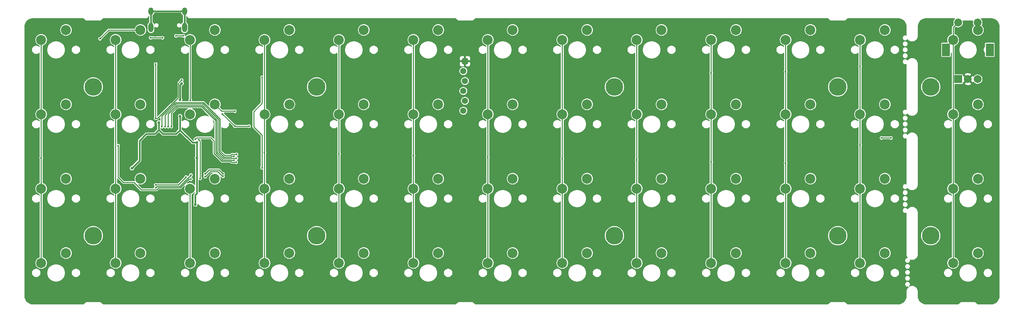
<source format=gtl>
G04 #@! TF.GenerationSoftware,KiCad,Pcbnew,(5.1.10-1-10_14)*
G04 #@! TF.CreationDate,2021-08-22T11:15:42-05:00*
G04 #@! TF.ProjectId,ori,6f72692e-6b69-4636-9164-5f7063625858,rev?*
G04 #@! TF.SameCoordinates,Original*
G04 #@! TF.FileFunction,Copper,L1,Top*
G04 #@! TF.FilePolarity,Positive*
%FSLAX46Y46*%
G04 Gerber Fmt 4.6, Leading zero omitted, Abs format (unit mm)*
G04 Created by KiCad (PCBNEW (5.1.10-1-10_14)) date 2021-08-22 11:15:42*
%MOMM*%
%LPD*%
G01*
G04 APERTURE LIST*
G04 #@! TA.AperFunction,ComponentPad*
%ADD10C,4.500000*%
G04 #@! TD*
G04 #@! TA.AperFunction,ComponentPad*
%ADD11C,2.540000*%
G04 #@! TD*
G04 #@! TA.AperFunction,ComponentPad*
%ADD12R,2.000000X2.000000*%
G04 #@! TD*
G04 #@! TA.AperFunction,ComponentPad*
%ADD13C,2.000000*%
G04 #@! TD*
G04 #@! TA.AperFunction,ComponentPad*
%ADD14R,2.000000X3.200000*%
G04 #@! TD*
G04 #@! TA.AperFunction,ComponentPad*
%ADD15C,1.600200*%
G04 #@! TD*
G04 #@! TA.AperFunction,ComponentPad*
%ADD16O,1.300000X2.400000*%
G04 #@! TD*
G04 #@! TA.AperFunction,ComponentPad*
%ADD17O,1.300000X1.900000*%
G04 #@! TD*
G04 #@! TA.AperFunction,SMDPad,CuDef*
%ADD18O,1.300000X2.400000*%
G04 #@! TD*
G04 #@! TA.AperFunction,ViaPad*
%ADD19C,0.500000*%
G04 #@! TD*
G04 #@! TA.AperFunction,ViaPad*
%ADD20C,0.700000*%
G04 #@! TD*
G04 #@! TA.AperFunction,Conductor*
%ADD21C,0.250000*%
G04 #@! TD*
G04 #@! TA.AperFunction,Conductor*
%ADD22C,0.400000*%
G04 #@! TD*
G04 #@! TA.AperFunction,Conductor*
%ADD23C,0.200000*%
G04 #@! TD*
G04 #@! TA.AperFunction,Conductor*
%ADD24C,0.100000*%
G04 #@! TD*
G04 APERTURE END LIST*
D10*
X96440641Y-62706266D03*
X153590689Y-100806298D03*
X286940801Y-62706266D03*
X286940801Y-100806298D03*
X229790753Y-62706266D03*
X153590689Y-62706266D03*
X229790753Y-100806298D03*
X96440641Y-100806298D03*
X310753321Y-100806298D03*
X310753321Y-62706266D03*
D11*
X316468185Y-69691370D03*
X322818185Y-67151370D03*
X121205625Y-50641250D03*
X127555625Y-48101250D03*
X316468185Y-107791530D03*
X322818185Y-105251530D03*
D12*
X317752725Y-60693950D03*
D13*
X320252725Y-60693950D03*
X322752725Y-60693950D03*
D14*
X314652725Y-53193950D03*
X325852725Y-53193950D03*
D13*
X317752725Y-46193950D03*
X322752725Y-46193950D03*
G04 #@! TA.AperFunction,ComponentPad*
G36*
G01*
X192346500Y-55699950D02*
X192346500Y-56500050D01*
G75*
G02*
X191946450Y-56900100I-400050J0D01*
G01*
X191146350Y-56900100D01*
G75*
G02*
X190746300Y-56500050I0J400050D01*
G01*
X190746300Y-55699950D01*
G75*
G02*
X191146350Y-55299900I400050J0D01*
G01*
X191946450Y-55299900D01*
G75*
G02*
X192346500Y-55699950I0J-400050D01*
G01*
G37*
G04 #@! TD.AperFunction*
D15*
X191140000Y-58640000D03*
X191546400Y-61180000D03*
X191140000Y-63720000D03*
X191546400Y-66260000D03*
X191140000Y-68800000D03*
D16*
X111189825Y-47458627D03*
D17*
X111189825Y-43258627D03*
X119789825Y-43258627D03*
D16*
X119789825Y-47458627D03*
D18*
X111189825Y-47458627D03*
D11*
X322818125Y-48101250D03*
X316468125Y-50641250D03*
X316468185Y-88741450D03*
X322818185Y-86201450D03*
X83105625Y-50641250D03*
X89455625Y-48101250D03*
X102155625Y-50641250D03*
X108505625Y-48101250D03*
X146605625Y-48101250D03*
X140255625Y-50641250D03*
X159305625Y-50641250D03*
X165655625Y-48101250D03*
X178355625Y-50641250D03*
X184705625Y-48101250D03*
X197405625Y-50641250D03*
X203755625Y-48101250D03*
X216455625Y-50641250D03*
X222805625Y-48101250D03*
X235505625Y-50641250D03*
X241855625Y-48101250D03*
X254555625Y-50641250D03*
X260905625Y-48101250D03*
X273605625Y-50641250D03*
X279955625Y-48101250D03*
X292655625Y-50641250D03*
X299005625Y-48101250D03*
X83105625Y-69691250D03*
X89455625Y-67151250D03*
X102155625Y-69691250D03*
X108505625Y-67151250D03*
X121205625Y-69691250D03*
X127555625Y-67151250D03*
X140260799Y-69691250D03*
X146610799Y-67151250D03*
X159305625Y-69691250D03*
X165655625Y-67151250D03*
X178355625Y-69691250D03*
X184705625Y-67151250D03*
X197405625Y-69691250D03*
X203755625Y-67151250D03*
X216455625Y-69691250D03*
X222805625Y-67151250D03*
X235505625Y-69691250D03*
X241855625Y-67151250D03*
X254555625Y-69691250D03*
X260905625Y-67151250D03*
X273605625Y-69691250D03*
X279955625Y-67151250D03*
X292655625Y-69691250D03*
X299005625Y-67151250D03*
X83105625Y-88741250D03*
X89455625Y-86201250D03*
X102155625Y-88741250D03*
X108505625Y-86201250D03*
X121205625Y-88741250D03*
X127555625Y-86201250D03*
X140255625Y-88741250D03*
X146605625Y-86201250D03*
X159305625Y-88741250D03*
X165655625Y-86201250D03*
X178355625Y-88741250D03*
X184705625Y-86201250D03*
X216455625Y-88741250D03*
X222805625Y-86201250D03*
X235505625Y-88741250D03*
X241855625Y-86201250D03*
X254555625Y-88741250D03*
X260905625Y-86201250D03*
X273605625Y-88741250D03*
X279955625Y-86201250D03*
X83105625Y-107791250D03*
X89455625Y-105251250D03*
X102155625Y-107791250D03*
X108505625Y-105251250D03*
X121205625Y-107791250D03*
X127555625Y-105251250D03*
X140255625Y-107791250D03*
X146605625Y-105251250D03*
X159305625Y-107791250D03*
X165655625Y-105251250D03*
X178355625Y-107791250D03*
X184705625Y-105251250D03*
X216455625Y-107791250D03*
X222805625Y-105251250D03*
X235505625Y-107791250D03*
X241855625Y-105251250D03*
X254555625Y-107791250D03*
X260905625Y-105251250D03*
X273605625Y-107791250D03*
X279955625Y-105251250D03*
X197405625Y-88741250D03*
X203755625Y-86201250D03*
X197405625Y-107791250D03*
X203755625Y-105251250D03*
X292655625Y-88741250D03*
X299005625Y-86201250D03*
X292655625Y-107791250D03*
X299005625Y-105251250D03*
D19*
X98150000Y-50350000D03*
X132650000Y-68900000D03*
D20*
X122950000Y-80900000D03*
X122900000Y-76950000D03*
X118650000Y-70200000D03*
X113200000Y-71800000D03*
X106350000Y-83500000D03*
X122550000Y-92800000D03*
X118650000Y-66000000D03*
X119050000Y-61800000D03*
D19*
X112400000Y-70700000D03*
X112400000Y-56850000D03*
X119050000Y-60950000D03*
X132650000Y-72750000D03*
X136300000Y-72750000D03*
X129450000Y-69600000D03*
X300540625Y-75756250D03*
X298140625Y-75756250D03*
X292655625Y-57421250D03*
X292655625Y-77621250D03*
X83105625Y-80871250D03*
X121250000Y-66154972D03*
X123450000Y-76205000D03*
X123800000Y-86100000D03*
X133100000Y-79980000D03*
X114000000Y-72850000D03*
X140255625Y-79491250D03*
X132450000Y-80485000D03*
X114800000Y-72850000D03*
X159305625Y-79841250D03*
X133050000Y-80990000D03*
X115600000Y-72850000D03*
X178355625Y-80271250D03*
X132450000Y-81495000D03*
X116400000Y-72850000D03*
X197405625Y-80721250D03*
X133000000Y-82000000D03*
X122550000Y-76100000D03*
X216455625Y-81041250D03*
X235505625Y-81391250D03*
X254555625Y-81921250D03*
X254555625Y-59141250D03*
X273605625Y-82241250D03*
X273605625Y-58771250D03*
X117600000Y-49600000D03*
X119450000Y-49600000D03*
X114150000Y-50100000D03*
X111100000Y-50100000D03*
X139650000Y-60250000D03*
X139600000Y-83395030D03*
X102770799Y-77724602D03*
X121420799Y-86324602D03*
X125070799Y-85674602D03*
X129620799Y-85585053D03*
X104100000Y-47050000D03*
X107150000Y-84850000D03*
X103550000Y-83850000D03*
X116300000Y-66550000D03*
X114000000Y-66550000D03*
X125700000Y-76800000D03*
X126700000Y-79900000D03*
D20*
X116850000Y-53250000D03*
D19*
X115450000Y-104250000D03*
D20*
X112240625Y-49456250D03*
D19*
X125540625Y-65956250D03*
X120040625Y-65906250D03*
X123840625Y-69006250D03*
X112420799Y-88524602D03*
X121420799Y-85255000D03*
X112420799Y-87774602D03*
X120178909Y-85782712D03*
X125070799Y-84955050D03*
X129620799Y-84955050D03*
D21*
X100405398Y-48094602D02*
X108610799Y-48094602D01*
X98150000Y-50350000D02*
X100405398Y-48094602D01*
X132650000Y-68900000D02*
X129416197Y-68900000D01*
X129304375Y-68900000D02*
X129416197Y-68900000D01*
X127555625Y-67151250D02*
X129304375Y-68900000D01*
D22*
X122950000Y-77000000D02*
X122900000Y-76950000D01*
X122950000Y-80900000D02*
X122950000Y-77000000D01*
X110000000Y-74750000D02*
X108300000Y-76450000D01*
X108300000Y-81550000D02*
X106350000Y-83500000D01*
X108300000Y-76450000D02*
X108300000Y-81550000D01*
X122950000Y-80900000D02*
X122950000Y-89950000D01*
X122550000Y-90350000D02*
X122550000Y-92800000D01*
X122950000Y-89950000D02*
X122550000Y-90350000D01*
X118650000Y-66000000D02*
X118650000Y-62500000D01*
X112050000Y-74750000D02*
X110000000Y-74750000D01*
X113200000Y-73700000D02*
X113200000Y-71800000D01*
X112150000Y-74750000D02*
X113200000Y-73700000D01*
X112050000Y-74750000D02*
X112150000Y-74750000D01*
X114250000Y-74750000D02*
X113200000Y-73700000D01*
X117650000Y-74750000D02*
X114250000Y-74750000D01*
X118650000Y-73750000D02*
X117650000Y-74750000D01*
X118650000Y-70200000D02*
X118650000Y-73750000D01*
X121850000Y-76950000D02*
X118650000Y-73750000D01*
X122900000Y-76950000D02*
X121850000Y-76950000D01*
X118650000Y-62200000D02*
X119050000Y-61800000D01*
X118650000Y-62500000D02*
X118650000Y-62200000D01*
D21*
X112400000Y-70700000D02*
X112400000Y-56850000D01*
X117320381Y-66279962D02*
X112900343Y-70700000D01*
X118194990Y-65405354D02*
X117320381Y-66279962D01*
X118194990Y-62609608D02*
X118194990Y-65405354D01*
X112900343Y-70700000D02*
X112400000Y-70700000D01*
X118194990Y-62609608D02*
X118194990Y-61755010D01*
X119000000Y-60950000D02*
X119050000Y-60950000D01*
X118194990Y-61755010D02*
X119000000Y-60950000D01*
X132650000Y-72750000D02*
X136300000Y-72750000D01*
X129500000Y-69600000D02*
X129450000Y-69600000D01*
X132650000Y-72750000D02*
X129500000Y-69600000D01*
X300540625Y-75756250D02*
X298140625Y-75756250D01*
X292259869Y-107633672D02*
X292260799Y-107634602D01*
X292655625Y-107791250D02*
X292655625Y-105995199D01*
X292655625Y-57421250D02*
X292655625Y-50641250D01*
X292655625Y-105995199D02*
X292655625Y-77621250D01*
X292655625Y-77621250D02*
X292655625Y-57421250D01*
X83260799Y-107634222D02*
X83260419Y-107634602D01*
X83105625Y-50641250D02*
X83105625Y-79471250D01*
X83105625Y-80871250D02*
X83105625Y-107791250D01*
X83105625Y-79471250D02*
X83105625Y-80871250D01*
X102155625Y-107791250D02*
X102155625Y-71864516D01*
X102155625Y-77856830D02*
X102155625Y-107791250D01*
X102155625Y-50641250D02*
X102155625Y-77856830D01*
X121250000Y-50645401D02*
X121260799Y-50634602D01*
X121250000Y-66154972D02*
X121250000Y-50645401D01*
X123799999Y-76554999D02*
X123450000Y-76205000D01*
X123800000Y-85750002D02*
X123799999Y-85750001D01*
X123800000Y-86100000D02*
X123800000Y-85750002D01*
X123799999Y-85750001D02*
X123799999Y-76554999D01*
X123799999Y-85950001D02*
X123799999Y-85750001D01*
X121205625Y-107791250D02*
X121205625Y-88741250D01*
X114000000Y-70137756D02*
X114000000Y-72850000D01*
X117477786Y-66659971D02*
X114000000Y-70137756D01*
X128900000Y-70887755D02*
X124672217Y-66659972D01*
X131792575Y-79980000D02*
X131542595Y-80229980D01*
X128900000Y-79100000D02*
X128900000Y-70887755D01*
X131542595Y-80229980D02*
X130029980Y-80229980D01*
X124672217Y-66659972D02*
X117477786Y-66659971D01*
X130029980Y-80229980D02*
X128900000Y-79100000D01*
X133100000Y-79980000D02*
X131792575Y-79980000D01*
X140255625Y-79491250D02*
X140255625Y-107791250D01*
X140255625Y-50641250D02*
X140255625Y-79491250D01*
X159260799Y-50635042D02*
X159260219Y-50634462D01*
X114800000Y-69875170D02*
X114800000Y-72850000D01*
X117635190Y-67039980D02*
X114800000Y-69875170D01*
X126050000Y-68575169D02*
X124514812Y-67039981D01*
X126050000Y-68575172D02*
X126050000Y-68575169D01*
X124514812Y-67039981D02*
X117635190Y-67039980D01*
X128519990Y-71045162D02*
X126050000Y-68575172D01*
X132450000Y-80485000D02*
X131824990Y-80485000D01*
X131700000Y-80609990D02*
X129872575Y-80609990D01*
X131824990Y-80485000D02*
X131700000Y-80609990D01*
X128519990Y-79257405D02*
X128519990Y-71045162D01*
X129872575Y-80609990D02*
X128519990Y-79257405D01*
X159305625Y-71864516D02*
X159305625Y-50641250D01*
X159305625Y-79841250D02*
X159305625Y-71864516D01*
X159305625Y-107791250D02*
X159305625Y-79841250D01*
X115600000Y-69612585D02*
X115600000Y-72850000D01*
X128139980Y-71202566D02*
X124357405Y-67419990D01*
X124357405Y-67419990D02*
X117792595Y-67419990D01*
X117792595Y-67419990D02*
X115600000Y-69612585D01*
X128139980Y-79414810D02*
X128139980Y-71202566D01*
X129715170Y-80990000D02*
X128139980Y-79414810D01*
X133050000Y-80990000D02*
X129715170Y-80990000D01*
X178355625Y-80271250D02*
X178355625Y-107791250D01*
X178355625Y-50641250D02*
X178355625Y-80271250D01*
X116400000Y-69350000D02*
X116400000Y-72850000D01*
X117950000Y-67800000D02*
X116400000Y-69350000D01*
X124200000Y-67800000D02*
X117950000Y-67800000D01*
X127759970Y-71359970D02*
X124200000Y-67800000D01*
X127759970Y-79572215D02*
X127759970Y-71359970D01*
X129557766Y-81370010D02*
X127759970Y-79572215D01*
X131700000Y-81370010D02*
X129557766Y-81370010D01*
X131824990Y-81495000D02*
X131700000Y-81370010D01*
X132450000Y-81495000D02*
X131824990Y-81495000D01*
X197405625Y-50641250D02*
X197405625Y-80721250D01*
X197405625Y-80721250D02*
X197405625Y-107791250D01*
X216260799Y-107633582D02*
X216260069Y-107634312D01*
X122550000Y-76100000D02*
X122950000Y-75700000D01*
X122950000Y-75700000D02*
X126550000Y-75700000D01*
X129400361Y-81750020D02*
X131542595Y-81750020D01*
X126550000Y-75700000D02*
X127379960Y-76529960D01*
X127379960Y-76529960D02*
X127379960Y-79729620D01*
X127379960Y-79729620D02*
X129400361Y-81750020D01*
X131542595Y-81750020D02*
X131792575Y-82000000D01*
X131792575Y-82000000D02*
X133000000Y-82000000D01*
X216455625Y-81041250D02*
X216455625Y-50641250D01*
X216455625Y-107791250D02*
X216455625Y-81041250D01*
X235260799Y-107633532D02*
X235260019Y-107634312D01*
X235505625Y-50641250D02*
X235505625Y-81391250D01*
X235505625Y-81391250D02*
X235505625Y-107791250D01*
X254555625Y-107791250D02*
X254555625Y-81921250D01*
X254555625Y-81921250D02*
X254555625Y-59141250D01*
X254555625Y-59141250D02*
X254555625Y-50641250D01*
X273605625Y-82241250D02*
X273605625Y-107791250D01*
X273605625Y-58771250D02*
X273605625Y-82241250D01*
X273605625Y-50641250D02*
X273605625Y-58771250D01*
X117600000Y-49600000D02*
X119450000Y-49600000D01*
X114150000Y-50100000D02*
X111100000Y-50100000D01*
X139650000Y-60250000D02*
X139650000Y-66850000D01*
X139650000Y-66850000D02*
X137500000Y-69000000D01*
X137500000Y-69000000D02*
X137500000Y-72950000D01*
X139600000Y-75050000D02*
X139600000Y-83395030D01*
X137500000Y-72950000D02*
X139600000Y-75050000D01*
X102770799Y-77724602D02*
X102770799Y-85774602D01*
X102770799Y-85774602D02*
X104120799Y-87124602D01*
X104120799Y-87124602D02*
X106820799Y-87124602D01*
X108725800Y-89029603D02*
X112663200Y-89029603D01*
X106820799Y-87124602D02*
X108725800Y-89029603D01*
X112928398Y-88767003D02*
X113160779Y-88534622D01*
X112925800Y-88767003D02*
X112928398Y-88767003D01*
X112663200Y-89029603D02*
X112925800Y-88767003D01*
X118678592Y-88534622D02*
X118901197Y-88312016D01*
X113160779Y-88534622D02*
X118678592Y-88534622D01*
X120888611Y-86324602D02*
X121420799Y-86324602D01*
X118901197Y-88312016D02*
X120888611Y-86324602D01*
X125070799Y-85674602D02*
X126390789Y-84354612D01*
X129503400Y-85585053D02*
X129620799Y-85585053D01*
X128272959Y-84354612D02*
X129503400Y-85585053D01*
X126390789Y-84354612D02*
X128272959Y-84354612D01*
X316468125Y-47478550D02*
X317752725Y-46193950D01*
X316468125Y-50641250D02*
X316468125Y-47478550D01*
X316468125Y-107791470D02*
X316468185Y-107791530D01*
X316468125Y-50641250D02*
X316468125Y-107791470D01*
X107150000Y-84850000D02*
X104100000Y-84850000D01*
X103550000Y-84300000D02*
X103550000Y-83850000D01*
X104100000Y-84850000D02*
X103550000Y-84300000D01*
X116300000Y-66550000D02*
X114000000Y-66550000D01*
X125700000Y-76800000D02*
X125700000Y-77650000D01*
X126700000Y-78650000D02*
X126700000Y-79900000D01*
X125700000Y-77650000D02*
X126700000Y-78650000D01*
D22*
X116300000Y-66550000D02*
X117739980Y-65110020D01*
X117739980Y-54139980D02*
X116850000Y-53250000D01*
X117739980Y-65110020D02*
X117739980Y-54139980D01*
X119789825Y-47458627D02*
X119789825Y-43258627D01*
X119789825Y-43258627D02*
X111189825Y-43258627D01*
X111189825Y-43258627D02*
X111189825Y-47458627D01*
D21*
X112790789Y-88154612D02*
X112420799Y-88524602D01*
X118458601Y-88154612D02*
X112790789Y-88154612D01*
X118521187Y-88154612D02*
X121420799Y-85255000D01*
X118458601Y-88154612D02*
X118521187Y-88154612D01*
X120178909Y-85782712D02*
X118187019Y-87774602D01*
X117970799Y-87774602D02*
X118170799Y-87774602D01*
X112420799Y-87774602D02*
X117970799Y-87774602D01*
X125070799Y-84955050D02*
X126051247Y-83974602D01*
X128640351Y-83974602D02*
X129620799Y-84955050D01*
X126051247Y-83974602D02*
X128640351Y-83974602D01*
D23*
X118907894Y-43923935D02*
X118996108Y-44088972D01*
X119114825Y-44233628D01*
X119259481Y-44352345D01*
X119289826Y-44368565D01*
X119289825Y-46098689D01*
X119259480Y-46114909D01*
X119114824Y-46233626D01*
X118996107Y-46378282D01*
X118907893Y-46543320D01*
X118901708Y-46563710D01*
X118865294Y-46509213D01*
X118778239Y-46422158D01*
X118675873Y-46353759D01*
X118562131Y-46306646D01*
X118441382Y-46282627D01*
X118318268Y-46282627D01*
X118197519Y-46306646D01*
X118083777Y-46353759D01*
X117981411Y-46422158D01*
X117894356Y-46509213D01*
X117825957Y-46611579D01*
X117778844Y-46725321D01*
X117754825Y-46846070D01*
X117754825Y-46969184D01*
X117778844Y-47089933D01*
X117825957Y-47203675D01*
X117894356Y-47306041D01*
X117981411Y-47393096D01*
X118083777Y-47461495D01*
X118197519Y-47508608D01*
X118318268Y-47532627D01*
X118441382Y-47532627D01*
X118562131Y-47508608D01*
X118675873Y-47461495D01*
X118778239Y-47393096D01*
X118839825Y-47331510D01*
X118839826Y-48055292D01*
X118853572Y-48194859D01*
X118907894Y-48373935D01*
X118996108Y-48538972D01*
X119114825Y-48683628D01*
X119259481Y-48802345D01*
X119424518Y-48890559D01*
X119603594Y-48944881D01*
X119789825Y-48963223D01*
X119976057Y-48944881D01*
X120155133Y-48890559D01*
X120320170Y-48802345D01*
X120464826Y-48683628D01*
X120583543Y-48538972D01*
X120671757Y-48373935D01*
X120726079Y-48194859D01*
X120739825Y-48055292D01*
X120739825Y-47946618D01*
X125985625Y-47946618D01*
X125985625Y-48255882D01*
X126045959Y-48559202D01*
X126164309Y-48844924D01*
X126336126Y-49102067D01*
X126554808Y-49320749D01*
X126811951Y-49492566D01*
X127097673Y-49610916D01*
X127400993Y-49671250D01*
X127710257Y-49671250D01*
X128013577Y-49610916D01*
X128299299Y-49492566D01*
X128556442Y-49320749D01*
X128775124Y-49102067D01*
X128946941Y-48844924D01*
X129065291Y-48559202D01*
X129125625Y-48255882D01*
X129125625Y-47946618D01*
X145035625Y-47946618D01*
X145035625Y-48255882D01*
X145095959Y-48559202D01*
X145214309Y-48844924D01*
X145386126Y-49102067D01*
X145604808Y-49320749D01*
X145861951Y-49492566D01*
X146147673Y-49610916D01*
X146450993Y-49671250D01*
X146760257Y-49671250D01*
X147063577Y-49610916D01*
X147349299Y-49492566D01*
X147606442Y-49320749D01*
X147825124Y-49102067D01*
X147996941Y-48844924D01*
X148115291Y-48559202D01*
X148175625Y-48255882D01*
X148175625Y-47946618D01*
X164085625Y-47946618D01*
X164085625Y-48255882D01*
X164145959Y-48559202D01*
X164264309Y-48844924D01*
X164436126Y-49102067D01*
X164654808Y-49320749D01*
X164911951Y-49492566D01*
X165197673Y-49610916D01*
X165500993Y-49671250D01*
X165810257Y-49671250D01*
X166113577Y-49610916D01*
X166399299Y-49492566D01*
X166656442Y-49320749D01*
X166875124Y-49102067D01*
X167046941Y-48844924D01*
X167165291Y-48559202D01*
X167225625Y-48255882D01*
X167225625Y-47946618D01*
X183135625Y-47946618D01*
X183135625Y-48255882D01*
X183195959Y-48559202D01*
X183314309Y-48844924D01*
X183486126Y-49102067D01*
X183704808Y-49320749D01*
X183961951Y-49492566D01*
X184247673Y-49610916D01*
X184550993Y-49671250D01*
X184860257Y-49671250D01*
X185163577Y-49610916D01*
X185449299Y-49492566D01*
X185706442Y-49320749D01*
X185925124Y-49102067D01*
X186096941Y-48844924D01*
X186215291Y-48559202D01*
X186275625Y-48255882D01*
X186275625Y-47946618D01*
X202185625Y-47946618D01*
X202185625Y-48255882D01*
X202245959Y-48559202D01*
X202364309Y-48844924D01*
X202536126Y-49102067D01*
X202754808Y-49320749D01*
X203011951Y-49492566D01*
X203297673Y-49610916D01*
X203600993Y-49671250D01*
X203910257Y-49671250D01*
X204213577Y-49610916D01*
X204499299Y-49492566D01*
X204756442Y-49320749D01*
X204975124Y-49102067D01*
X205146941Y-48844924D01*
X205265291Y-48559202D01*
X205325625Y-48255882D01*
X205325625Y-47946618D01*
X221235625Y-47946618D01*
X221235625Y-48255882D01*
X221295959Y-48559202D01*
X221414309Y-48844924D01*
X221586126Y-49102067D01*
X221804808Y-49320749D01*
X222061951Y-49492566D01*
X222347673Y-49610916D01*
X222650993Y-49671250D01*
X222960257Y-49671250D01*
X223263577Y-49610916D01*
X223549299Y-49492566D01*
X223806442Y-49320749D01*
X224025124Y-49102067D01*
X224196941Y-48844924D01*
X224315291Y-48559202D01*
X224375625Y-48255882D01*
X224375625Y-47946618D01*
X240285625Y-47946618D01*
X240285625Y-48255882D01*
X240345959Y-48559202D01*
X240464309Y-48844924D01*
X240636126Y-49102067D01*
X240854808Y-49320749D01*
X241111951Y-49492566D01*
X241397673Y-49610916D01*
X241700993Y-49671250D01*
X242010257Y-49671250D01*
X242313577Y-49610916D01*
X242599299Y-49492566D01*
X242856442Y-49320749D01*
X243075124Y-49102067D01*
X243246941Y-48844924D01*
X243365291Y-48559202D01*
X243425625Y-48255882D01*
X243425625Y-47946618D01*
X259335625Y-47946618D01*
X259335625Y-48255882D01*
X259395959Y-48559202D01*
X259514309Y-48844924D01*
X259686126Y-49102067D01*
X259904808Y-49320749D01*
X260161951Y-49492566D01*
X260447673Y-49610916D01*
X260750993Y-49671250D01*
X261060257Y-49671250D01*
X261363577Y-49610916D01*
X261649299Y-49492566D01*
X261906442Y-49320749D01*
X262125124Y-49102067D01*
X262296941Y-48844924D01*
X262415291Y-48559202D01*
X262475625Y-48255882D01*
X262475625Y-47946618D01*
X278385625Y-47946618D01*
X278385625Y-48255882D01*
X278445959Y-48559202D01*
X278564309Y-48844924D01*
X278736126Y-49102067D01*
X278954808Y-49320749D01*
X279211951Y-49492566D01*
X279497673Y-49610916D01*
X279800993Y-49671250D01*
X280110257Y-49671250D01*
X280413577Y-49610916D01*
X280699299Y-49492566D01*
X280956442Y-49320749D01*
X281175124Y-49102067D01*
X281346941Y-48844924D01*
X281465291Y-48559202D01*
X281525625Y-48255882D01*
X281525625Y-47946618D01*
X297435625Y-47946618D01*
X297435625Y-48255882D01*
X297495959Y-48559202D01*
X297614309Y-48844924D01*
X297786126Y-49102067D01*
X298004808Y-49320749D01*
X298261951Y-49492566D01*
X298547673Y-49610916D01*
X298850993Y-49671250D01*
X299160257Y-49671250D01*
X299463577Y-49610916D01*
X299749299Y-49492566D01*
X300006442Y-49320749D01*
X300225124Y-49102067D01*
X300396941Y-48844924D01*
X300515291Y-48559202D01*
X300575625Y-48255882D01*
X300575625Y-47946618D01*
X300515291Y-47643298D01*
X300396941Y-47357576D01*
X300225124Y-47100433D01*
X300006442Y-46881751D01*
X299749299Y-46709934D01*
X299463577Y-46591584D01*
X299160257Y-46531250D01*
X298850993Y-46531250D01*
X298547673Y-46591584D01*
X298261951Y-46709934D01*
X298004808Y-46881751D01*
X297786126Y-47100433D01*
X297614309Y-47357576D01*
X297495959Y-47643298D01*
X297435625Y-47946618D01*
X281525625Y-47946618D01*
X281465291Y-47643298D01*
X281346941Y-47357576D01*
X281175124Y-47100433D01*
X280956442Y-46881751D01*
X280699299Y-46709934D01*
X280413577Y-46591584D01*
X280110257Y-46531250D01*
X279800993Y-46531250D01*
X279497673Y-46591584D01*
X279211951Y-46709934D01*
X278954808Y-46881751D01*
X278736126Y-47100433D01*
X278564309Y-47357576D01*
X278445959Y-47643298D01*
X278385625Y-47946618D01*
X262475625Y-47946618D01*
X262415291Y-47643298D01*
X262296941Y-47357576D01*
X262125124Y-47100433D01*
X261906442Y-46881751D01*
X261649299Y-46709934D01*
X261363577Y-46591584D01*
X261060257Y-46531250D01*
X260750993Y-46531250D01*
X260447673Y-46591584D01*
X260161951Y-46709934D01*
X259904808Y-46881751D01*
X259686126Y-47100433D01*
X259514309Y-47357576D01*
X259395959Y-47643298D01*
X259335625Y-47946618D01*
X243425625Y-47946618D01*
X243365291Y-47643298D01*
X243246941Y-47357576D01*
X243075124Y-47100433D01*
X242856442Y-46881751D01*
X242599299Y-46709934D01*
X242313577Y-46591584D01*
X242010257Y-46531250D01*
X241700993Y-46531250D01*
X241397673Y-46591584D01*
X241111951Y-46709934D01*
X240854808Y-46881751D01*
X240636126Y-47100433D01*
X240464309Y-47357576D01*
X240345959Y-47643298D01*
X240285625Y-47946618D01*
X224375625Y-47946618D01*
X224315291Y-47643298D01*
X224196941Y-47357576D01*
X224025124Y-47100433D01*
X223806442Y-46881751D01*
X223549299Y-46709934D01*
X223263577Y-46591584D01*
X222960257Y-46531250D01*
X222650993Y-46531250D01*
X222347673Y-46591584D01*
X222061951Y-46709934D01*
X221804808Y-46881751D01*
X221586126Y-47100433D01*
X221414309Y-47357576D01*
X221295959Y-47643298D01*
X221235625Y-47946618D01*
X205325625Y-47946618D01*
X205265291Y-47643298D01*
X205146941Y-47357576D01*
X204975124Y-47100433D01*
X204756442Y-46881751D01*
X204499299Y-46709934D01*
X204213577Y-46591584D01*
X203910257Y-46531250D01*
X203600993Y-46531250D01*
X203297673Y-46591584D01*
X203011951Y-46709934D01*
X202754808Y-46881751D01*
X202536126Y-47100433D01*
X202364309Y-47357576D01*
X202245959Y-47643298D01*
X202185625Y-47946618D01*
X186275625Y-47946618D01*
X186215291Y-47643298D01*
X186096941Y-47357576D01*
X185925124Y-47100433D01*
X185706442Y-46881751D01*
X185449299Y-46709934D01*
X185163577Y-46591584D01*
X184860257Y-46531250D01*
X184550993Y-46531250D01*
X184247673Y-46591584D01*
X183961951Y-46709934D01*
X183704808Y-46881751D01*
X183486126Y-47100433D01*
X183314309Y-47357576D01*
X183195959Y-47643298D01*
X183135625Y-47946618D01*
X167225625Y-47946618D01*
X167165291Y-47643298D01*
X167046941Y-47357576D01*
X166875124Y-47100433D01*
X166656442Y-46881751D01*
X166399299Y-46709934D01*
X166113577Y-46591584D01*
X165810257Y-46531250D01*
X165500993Y-46531250D01*
X165197673Y-46591584D01*
X164911951Y-46709934D01*
X164654808Y-46881751D01*
X164436126Y-47100433D01*
X164264309Y-47357576D01*
X164145959Y-47643298D01*
X164085625Y-47946618D01*
X148175625Y-47946618D01*
X148115291Y-47643298D01*
X147996941Y-47357576D01*
X147825124Y-47100433D01*
X147606442Y-46881751D01*
X147349299Y-46709934D01*
X147063577Y-46591584D01*
X146760257Y-46531250D01*
X146450993Y-46531250D01*
X146147673Y-46591584D01*
X145861951Y-46709934D01*
X145604808Y-46881751D01*
X145386126Y-47100433D01*
X145214309Y-47357576D01*
X145095959Y-47643298D01*
X145035625Y-47946618D01*
X129125625Y-47946618D01*
X129065291Y-47643298D01*
X128946941Y-47357576D01*
X128775124Y-47100433D01*
X128556442Y-46881751D01*
X128299299Y-46709934D01*
X128013577Y-46591584D01*
X127710257Y-46531250D01*
X127400993Y-46531250D01*
X127097673Y-46591584D01*
X126811951Y-46709934D01*
X126554808Y-46881751D01*
X126336126Y-47100433D01*
X126164309Y-47357576D01*
X126045959Y-47643298D01*
X125985625Y-47946618D01*
X120739825Y-47946618D01*
X120739825Y-46861962D01*
X120726079Y-46722395D01*
X120671757Y-46543319D01*
X120583543Y-46378282D01*
X120464826Y-46233626D01*
X120320170Y-46114909D01*
X120289825Y-46098689D01*
X120289825Y-44525953D01*
X120290743Y-44528995D01*
X120320648Y-44625604D01*
X120332066Y-44652767D01*
X120343098Y-44680071D01*
X120345228Y-44684078D01*
X120393329Y-44773038D01*
X120409795Y-44797450D01*
X120425931Y-44822108D01*
X120428799Y-44825625D01*
X120493263Y-44903548D01*
X120514173Y-44924312D01*
X120534773Y-44945348D01*
X120538269Y-44948241D01*
X120616640Y-45012159D01*
X120641167Y-45028454D01*
X120665479Y-45045101D01*
X120669470Y-45047259D01*
X120758764Y-45094738D01*
X120786017Y-45105971D01*
X120813075Y-45117568D01*
X120817410Y-45118910D01*
X120914226Y-45148140D01*
X120943112Y-45153860D01*
X120971931Y-45159985D01*
X120976445Y-45160460D01*
X121077094Y-45170329D01*
X121077102Y-45170329D01*
X121092849Y-45171880D01*
X189174850Y-45171875D01*
X189663690Y-45660717D01*
X189673861Y-45673110D01*
X189686254Y-45683281D01*
X189686258Y-45683285D01*
X189698152Y-45693046D01*
X189723348Y-45713724D01*
X189779808Y-45743902D01*
X189841071Y-45762486D01*
X189888821Y-45767189D01*
X189888829Y-45767189D01*
X189904782Y-45768760D01*
X189920735Y-45767189D01*
X193460707Y-45767189D01*
X193476660Y-45768760D01*
X193492613Y-45767189D01*
X193492621Y-45767189D01*
X193540371Y-45762486D01*
X193601634Y-45743902D01*
X193658094Y-45713724D01*
X193707581Y-45673110D01*
X193717760Y-45660707D01*
X194206593Y-45171876D01*
X284424899Y-45171876D01*
X284913738Y-45660717D01*
X284923909Y-45673110D01*
X284936302Y-45683281D01*
X284936306Y-45683285D01*
X284948200Y-45693046D01*
X284973396Y-45713724D01*
X285029856Y-45743902D01*
X285091119Y-45762486D01*
X285138869Y-45767189D01*
X285138877Y-45767189D01*
X285154830Y-45768760D01*
X285170783Y-45767189D01*
X288710755Y-45767189D01*
X288726708Y-45768760D01*
X288742661Y-45767189D01*
X288742669Y-45767189D01*
X288790419Y-45762486D01*
X288851682Y-45743902D01*
X288908142Y-45713724D01*
X288957629Y-45673110D01*
X288967808Y-45660707D01*
X289456642Y-45171875D01*
X302402838Y-45171880D01*
X302817828Y-45212570D01*
X303201723Y-45328475D01*
X303555788Y-45516735D01*
X303866546Y-45770183D01*
X304122160Y-46079166D01*
X304312888Y-46431911D01*
X304431469Y-46814981D01*
X304474995Y-47229104D01*
X304474996Y-49487470D01*
X304409060Y-49460159D01*
X304273822Y-49433258D01*
X304135934Y-49433258D01*
X304000696Y-49460159D01*
X303873304Y-49512926D01*
X303758654Y-49589532D01*
X303661152Y-49687034D01*
X303584546Y-49801684D01*
X303531779Y-49929076D01*
X303504878Y-50064314D01*
X303504878Y-50202202D01*
X303531779Y-50337440D01*
X303584546Y-50464832D01*
X303661152Y-50579482D01*
X303758654Y-50676984D01*
X303873304Y-50753590D01*
X304000696Y-50806357D01*
X304135934Y-50833258D01*
X304273822Y-50833258D01*
X304409060Y-50806357D01*
X304536452Y-50753590D01*
X304651102Y-50676984D01*
X304748604Y-50579482D01*
X304786256Y-50523131D01*
X304908620Y-50668959D01*
X304929662Y-50689564D01*
X304950422Y-50710469D01*
X304953939Y-50713338D01*
X305135034Y-50858942D01*
X305159686Y-50875074D01*
X305184102Y-50891542D01*
X305188109Y-50893673D01*
X305394036Y-51001329D01*
X305421334Y-51012358D01*
X305448501Y-51023778D01*
X305452846Y-51025090D01*
X305675761Y-51090698D01*
X305704702Y-51096219D01*
X305733551Y-51102140D01*
X305738066Y-51102583D01*
X305738068Y-51102583D01*
X305969482Y-51123643D01*
X305998904Y-51123438D01*
X306028392Y-51123643D01*
X306032908Y-51123201D01*
X306264005Y-51098912D01*
X306292866Y-51092987D01*
X306321795Y-51087469D01*
X306326139Y-51086157D01*
X306548118Y-51017443D01*
X306575244Y-51006040D01*
X306602584Y-50994994D01*
X306606591Y-50992864D01*
X306810995Y-50882343D01*
X306835399Y-50865881D01*
X306860063Y-50849742D01*
X306863580Y-50846874D01*
X307042624Y-50698756D01*
X307063388Y-50677846D01*
X307084425Y-50657245D01*
X307087318Y-50653749D01*
X307234183Y-50473675D01*
X307250496Y-50449122D01*
X307267125Y-50424835D01*
X307269284Y-50420843D01*
X307378375Y-50215672D01*
X307389603Y-50188430D01*
X307401203Y-50161365D01*
X307402546Y-50157030D01*
X307469709Y-49934577D01*
X307475433Y-49905664D01*
X307481554Y-49876868D01*
X307482029Y-49872355D01*
X307504704Y-49641094D01*
X307504704Y-49641088D01*
X307506255Y-49625341D01*
X307506255Y-47244037D01*
X307546945Y-46829047D01*
X307662850Y-46445152D01*
X307851110Y-46091087D01*
X308104558Y-45780329D01*
X308413541Y-45524715D01*
X308766286Y-45333987D01*
X309149356Y-45215406D01*
X309563479Y-45171880D01*
X316942429Y-45171876D01*
X316924023Y-45184174D01*
X316742949Y-45365248D01*
X316600680Y-45578169D01*
X316502683Y-45814754D01*
X316452725Y-46065911D01*
X316452725Y-46321989D01*
X316502683Y-46573146D01*
X316581707Y-46763927D01*
X316182364Y-47163271D01*
X316166152Y-47176576D01*
X316113042Y-47241290D01*
X316103119Y-47259855D01*
X316073578Y-47315123D01*
X316049275Y-47395236D01*
X316041070Y-47478550D01*
X316043126Y-47499427D01*
X316043125Y-49125029D01*
X316010173Y-49131584D01*
X315724451Y-49249934D01*
X315467308Y-49421751D01*
X315248626Y-49640433D01*
X315076809Y-49897576D01*
X314958459Y-50183298D01*
X314898125Y-50486618D01*
X314898125Y-50795882D01*
X314958459Y-51099202D01*
X315038525Y-51292499D01*
X313652725Y-51292499D01*
X313593915Y-51298291D01*
X313537365Y-51315446D01*
X313485248Y-51343303D01*
X313439567Y-51380792D01*
X313402078Y-51426473D01*
X313374221Y-51478590D01*
X313357066Y-51535140D01*
X313351274Y-51593950D01*
X313351274Y-54793950D01*
X313357066Y-54852760D01*
X313374221Y-54909310D01*
X313402078Y-54961427D01*
X313439567Y-55007108D01*
X313485248Y-55044597D01*
X313537365Y-55072454D01*
X313593915Y-55089609D01*
X313652725Y-55095401D01*
X315652725Y-55095401D01*
X315711535Y-55089609D01*
X315768085Y-55072454D01*
X315820202Y-55044597D01*
X315865883Y-55007108D01*
X315903372Y-54961427D01*
X315931229Y-54909310D01*
X315948384Y-54852760D01*
X315954176Y-54793950D01*
X315954176Y-54052818D01*
X316043125Y-53963869D01*
X316043125Y-68175161D01*
X316010233Y-68181704D01*
X315724511Y-68300054D01*
X315467368Y-68471871D01*
X315248686Y-68690553D01*
X315076869Y-68947696D01*
X314958519Y-69233418D01*
X314898185Y-69536738D01*
X314898185Y-69846002D01*
X314958519Y-70149322D01*
X315076869Y-70435044D01*
X315248686Y-70692187D01*
X315467368Y-70910869D01*
X315724511Y-71082686D01*
X316010233Y-71201036D01*
X316043125Y-71207579D01*
X316043125Y-71448691D01*
X315931841Y-71337407D01*
X315743341Y-71211455D01*
X315533890Y-71124698D01*
X315311539Y-71080470D01*
X315084831Y-71080470D01*
X314862480Y-71124698D01*
X314653029Y-71211455D01*
X314464529Y-71337407D01*
X314304222Y-71497714D01*
X314178270Y-71686214D01*
X314091513Y-71895665D01*
X314047285Y-72118016D01*
X314047285Y-72344724D01*
X314091513Y-72567075D01*
X314178270Y-72776526D01*
X314304222Y-72965026D01*
X314464529Y-73125333D01*
X314653029Y-73251285D01*
X314862480Y-73338042D01*
X315084831Y-73382270D01*
X315311539Y-73382270D01*
X315533890Y-73338042D01*
X315743341Y-73251285D01*
X315931841Y-73125333D01*
X316043125Y-73014049D01*
X316043126Y-87225241D01*
X316010233Y-87231784D01*
X315724511Y-87350134D01*
X315467368Y-87521951D01*
X315248686Y-87740633D01*
X315076869Y-87997776D01*
X314958519Y-88283498D01*
X314898185Y-88586818D01*
X314898185Y-88896082D01*
X314958519Y-89199402D01*
X315076869Y-89485124D01*
X315248686Y-89742267D01*
X315467368Y-89960949D01*
X315724511Y-90132766D01*
X316010233Y-90251116D01*
X316043126Y-90257659D01*
X316043126Y-90498772D01*
X315931841Y-90387487D01*
X315743341Y-90261535D01*
X315533890Y-90174778D01*
X315311539Y-90130550D01*
X315084831Y-90130550D01*
X314862480Y-90174778D01*
X314653029Y-90261535D01*
X314464529Y-90387487D01*
X314304222Y-90547794D01*
X314178270Y-90736294D01*
X314091513Y-90945745D01*
X314047285Y-91168096D01*
X314047285Y-91394804D01*
X314091513Y-91617155D01*
X314178270Y-91826606D01*
X314304222Y-92015106D01*
X314464529Y-92175413D01*
X314653029Y-92301365D01*
X314862480Y-92388122D01*
X315084831Y-92432350D01*
X315311539Y-92432350D01*
X315533890Y-92388122D01*
X315743341Y-92301365D01*
X315931841Y-92175413D01*
X316043126Y-92064128D01*
X316043126Y-106275321D01*
X316010233Y-106281864D01*
X315724511Y-106400214D01*
X315467368Y-106572031D01*
X315248686Y-106790713D01*
X315076869Y-107047856D01*
X314958519Y-107333578D01*
X314898185Y-107636898D01*
X314898185Y-107946162D01*
X314958519Y-108249482D01*
X315076869Y-108535204D01*
X315248686Y-108792347D01*
X315467368Y-109011029D01*
X315724511Y-109182846D01*
X316010233Y-109301196D01*
X316313553Y-109361530D01*
X316622817Y-109361530D01*
X316926137Y-109301196D01*
X317211859Y-109182846D01*
X317469002Y-109011029D01*
X317687684Y-108792347D01*
X317859501Y-108535204D01*
X317977851Y-108249482D01*
X318038185Y-107946162D01*
X318038185Y-107636898D01*
X317977851Y-107333578D01*
X317859501Y-107047856D01*
X317687684Y-106790713D01*
X317469002Y-106572031D01*
X317211859Y-106400214D01*
X316926137Y-106281864D01*
X316893125Y-106275298D01*
X316893125Y-105096898D01*
X321248185Y-105096898D01*
X321248185Y-105406162D01*
X321308519Y-105709482D01*
X321426869Y-105995204D01*
X321598686Y-106252347D01*
X321817368Y-106471029D01*
X322074511Y-106642846D01*
X322360233Y-106761196D01*
X322663553Y-106821530D01*
X322972817Y-106821530D01*
X323276137Y-106761196D01*
X323561859Y-106642846D01*
X323819002Y-106471029D01*
X324037684Y-106252347D01*
X324209501Y-105995204D01*
X324327851Y-105709482D01*
X324388185Y-105406162D01*
X324388185Y-105096898D01*
X324327851Y-104793578D01*
X324209501Y-104507856D01*
X324037684Y-104250713D01*
X323819002Y-104032031D01*
X323561859Y-103860214D01*
X323276137Y-103741864D01*
X322972817Y-103681530D01*
X322663553Y-103681530D01*
X322360233Y-103741864D01*
X322074511Y-103860214D01*
X321817368Y-104032031D01*
X321598686Y-104250713D01*
X321426869Y-104507856D01*
X321308519Y-104793578D01*
X321248185Y-105096898D01*
X316893125Y-105096898D01*
X316893125Y-91055521D01*
X317984285Y-91055521D01*
X317984285Y-91507379D01*
X318072438Y-91950556D01*
X318245357Y-92368019D01*
X318496397Y-92743726D01*
X318815909Y-93063238D01*
X319191616Y-93314278D01*
X319609079Y-93487197D01*
X320052256Y-93575350D01*
X320504114Y-93575350D01*
X320947291Y-93487197D01*
X321364754Y-93314278D01*
X321740461Y-93063238D01*
X322059973Y-92743726D01*
X322311013Y-92368019D01*
X322483932Y-91950556D01*
X322572085Y-91507379D01*
X322572085Y-91168096D01*
X324207285Y-91168096D01*
X324207285Y-91394804D01*
X324251513Y-91617155D01*
X324338270Y-91826606D01*
X324464222Y-92015106D01*
X324624529Y-92175413D01*
X324813029Y-92301365D01*
X325022480Y-92388122D01*
X325244831Y-92432350D01*
X325471539Y-92432350D01*
X325693890Y-92388122D01*
X325903341Y-92301365D01*
X326091841Y-92175413D01*
X326252148Y-92015106D01*
X326378100Y-91826606D01*
X326464857Y-91617155D01*
X326509085Y-91394804D01*
X326509085Y-91168096D01*
X326464857Y-90945745D01*
X326378100Y-90736294D01*
X326252148Y-90547794D01*
X326091841Y-90387487D01*
X325903341Y-90261535D01*
X325693890Y-90174778D01*
X325471539Y-90130550D01*
X325244831Y-90130550D01*
X325022480Y-90174778D01*
X324813029Y-90261535D01*
X324624529Y-90387487D01*
X324464222Y-90547794D01*
X324338270Y-90736294D01*
X324251513Y-90945745D01*
X324207285Y-91168096D01*
X322572085Y-91168096D01*
X322572085Y-91055521D01*
X322483932Y-90612344D01*
X322311013Y-90194881D01*
X322059973Y-89819174D01*
X321740461Y-89499662D01*
X321364754Y-89248622D01*
X320947291Y-89075703D01*
X320504114Y-88987550D01*
X320052256Y-88987550D01*
X319609079Y-89075703D01*
X319191616Y-89248622D01*
X318815909Y-89499662D01*
X318496397Y-89819174D01*
X318245357Y-90194881D01*
X318072438Y-90612344D01*
X317984285Y-91055521D01*
X316893125Y-91055521D01*
X316893125Y-90257682D01*
X316926137Y-90251116D01*
X317211859Y-90132766D01*
X317469002Y-89960949D01*
X317687684Y-89742267D01*
X317859501Y-89485124D01*
X317977851Y-89199402D01*
X318038185Y-88896082D01*
X318038185Y-88586818D01*
X317977851Y-88283498D01*
X317859501Y-87997776D01*
X317687684Y-87740633D01*
X317469002Y-87521951D01*
X317211859Y-87350134D01*
X316926137Y-87231784D01*
X316893125Y-87225218D01*
X316893125Y-86046818D01*
X321248185Y-86046818D01*
X321248185Y-86356082D01*
X321308519Y-86659402D01*
X321426869Y-86945124D01*
X321598686Y-87202267D01*
X321817368Y-87420949D01*
X322074511Y-87592766D01*
X322360233Y-87711116D01*
X322663553Y-87771450D01*
X322972817Y-87771450D01*
X323276137Y-87711116D01*
X323561859Y-87592766D01*
X323819002Y-87420949D01*
X324037684Y-87202267D01*
X324209501Y-86945124D01*
X324327851Y-86659402D01*
X324388185Y-86356082D01*
X324388185Y-86046818D01*
X324327851Y-85743498D01*
X324209501Y-85457776D01*
X324037684Y-85200633D01*
X323819002Y-84981951D01*
X323561859Y-84810134D01*
X323276137Y-84691784D01*
X322972817Y-84631450D01*
X322663553Y-84631450D01*
X322360233Y-84691784D01*
X322074511Y-84810134D01*
X321817368Y-84981951D01*
X321598686Y-85200633D01*
X321426869Y-85457776D01*
X321308519Y-85743498D01*
X321248185Y-86046818D01*
X316893125Y-86046818D01*
X316893125Y-72005441D01*
X317984285Y-72005441D01*
X317984285Y-72457299D01*
X318072438Y-72900476D01*
X318245357Y-73317939D01*
X318496397Y-73693646D01*
X318815909Y-74013158D01*
X319191616Y-74264198D01*
X319609079Y-74437117D01*
X320052256Y-74525270D01*
X320504114Y-74525270D01*
X320947291Y-74437117D01*
X321364754Y-74264198D01*
X321740461Y-74013158D01*
X322059973Y-73693646D01*
X322311013Y-73317939D01*
X322483932Y-72900476D01*
X322572085Y-72457299D01*
X322572085Y-72118016D01*
X324207285Y-72118016D01*
X324207285Y-72344724D01*
X324251513Y-72567075D01*
X324338270Y-72776526D01*
X324464222Y-72965026D01*
X324624529Y-73125333D01*
X324813029Y-73251285D01*
X325022480Y-73338042D01*
X325244831Y-73382270D01*
X325471539Y-73382270D01*
X325693890Y-73338042D01*
X325903341Y-73251285D01*
X326091841Y-73125333D01*
X326252148Y-72965026D01*
X326378100Y-72776526D01*
X326464857Y-72567075D01*
X326509085Y-72344724D01*
X326509085Y-72118016D01*
X326464857Y-71895665D01*
X326378100Y-71686214D01*
X326252148Y-71497714D01*
X326091841Y-71337407D01*
X325903341Y-71211455D01*
X325693890Y-71124698D01*
X325471539Y-71080470D01*
X325244831Y-71080470D01*
X325022480Y-71124698D01*
X324813029Y-71211455D01*
X324624529Y-71337407D01*
X324464222Y-71497714D01*
X324338270Y-71686214D01*
X324251513Y-71895665D01*
X324207285Y-72118016D01*
X322572085Y-72118016D01*
X322572085Y-72005441D01*
X322483932Y-71562264D01*
X322311013Y-71144801D01*
X322059973Y-70769094D01*
X321740461Y-70449582D01*
X321364754Y-70198542D01*
X320947291Y-70025623D01*
X320504114Y-69937470D01*
X320052256Y-69937470D01*
X319609079Y-70025623D01*
X319191616Y-70198542D01*
X318815909Y-70449582D01*
X318496397Y-70769094D01*
X318245357Y-71144801D01*
X318072438Y-71562264D01*
X317984285Y-72005441D01*
X316893125Y-72005441D01*
X316893125Y-71207602D01*
X316926137Y-71201036D01*
X317211859Y-71082686D01*
X317469002Y-70910869D01*
X317687684Y-70692187D01*
X317859501Y-70435044D01*
X317977851Y-70149322D01*
X318038185Y-69846002D01*
X318038185Y-69536738D01*
X317977851Y-69233418D01*
X317859501Y-68947696D01*
X317687684Y-68690553D01*
X317469002Y-68471871D01*
X317211859Y-68300054D01*
X316926137Y-68181704D01*
X316893125Y-68175138D01*
X316893125Y-66996738D01*
X321248185Y-66996738D01*
X321248185Y-67306002D01*
X321308519Y-67609322D01*
X321426869Y-67895044D01*
X321598686Y-68152187D01*
X321817368Y-68370869D01*
X322074511Y-68542686D01*
X322360233Y-68661036D01*
X322663553Y-68721370D01*
X322972817Y-68721370D01*
X323276137Y-68661036D01*
X323561859Y-68542686D01*
X323819002Y-68370869D01*
X324037684Y-68152187D01*
X324209501Y-67895044D01*
X324327851Y-67609322D01*
X324388185Y-67306002D01*
X324388185Y-66996738D01*
X324327851Y-66693418D01*
X324209501Y-66407696D01*
X324037684Y-66150553D01*
X323819002Y-65931871D01*
X323561859Y-65760054D01*
X323276137Y-65641704D01*
X322972817Y-65581370D01*
X322663553Y-65581370D01*
X322360233Y-65641704D01*
X322074511Y-65760054D01*
X321817368Y-65931871D01*
X321598686Y-66150553D01*
X321426869Y-66407696D01*
X321308519Y-66693418D01*
X321248185Y-66996738D01*
X316893125Y-66996738D01*
X316893125Y-61995401D01*
X318752725Y-61995401D01*
X318811535Y-61989609D01*
X318868085Y-61972454D01*
X318920202Y-61944597D01*
X318965883Y-61907108D01*
X319003372Y-61861427D01*
X319019021Y-61832149D01*
X319332315Y-61832149D01*
X319431906Y-62085712D01*
X319719197Y-62219104D01*
X320026990Y-62293884D01*
X320343460Y-62307180D01*
X320656441Y-62258481D01*
X320953909Y-62149658D01*
X321073544Y-62085712D01*
X321173135Y-61832149D01*
X320252725Y-60911739D01*
X319332315Y-61832149D01*
X319019021Y-61832149D01*
X319031229Y-61809310D01*
X319048384Y-61752760D01*
X319054176Y-61693950D01*
X319054176Y-61590657D01*
X319114526Y-61614360D01*
X320034936Y-60693950D01*
X320470514Y-60693950D01*
X321390924Y-61614360D01*
X321644487Y-61514769D01*
X321682696Y-61432477D01*
X321742949Y-61522652D01*
X321924023Y-61703726D01*
X322136944Y-61845995D01*
X322373529Y-61943992D01*
X322624686Y-61993950D01*
X322880764Y-61993950D01*
X323131921Y-61943992D01*
X323368506Y-61845995D01*
X323581427Y-61703726D01*
X323762501Y-61522652D01*
X323904770Y-61309731D01*
X324002767Y-61073146D01*
X324052725Y-60821989D01*
X324052725Y-60565911D01*
X324002767Y-60314754D01*
X323904770Y-60078169D01*
X323762501Y-59865248D01*
X323581427Y-59684174D01*
X323368506Y-59541905D01*
X323131921Y-59443908D01*
X322880764Y-59393950D01*
X322624686Y-59393950D01*
X322373529Y-59443908D01*
X322136944Y-59541905D01*
X321924023Y-59684174D01*
X321742949Y-59865248D01*
X321685905Y-59950620D01*
X321644487Y-59873131D01*
X321390924Y-59773540D01*
X320470514Y-60693950D01*
X320034936Y-60693950D01*
X319114526Y-59773540D01*
X319054176Y-59797243D01*
X319054176Y-59693950D01*
X319048384Y-59635140D01*
X319031229Y-59578590D01*
X319019022Y-59555751D01*
X319332315Y-59555751D01*
X320252725Y-60476161D01*
X321173135Y-59555751D01*
X321073544Y-59302188D01*
X320786253Y-59168796D01*
X320478460Y-59094016D01*
X320161990Y-59080720D01*
X319849009Y-59129419D01*
X319551541Y-59238242D01*
X319431906Y-59302188D01*
X319332315Y-59555751D01*
X319019022Y-59555751D01*
X319003372Y-59526473D01*
X318965883Y-59480792D01*
X318920202Y-59443303D01*
X318868085Y-59415446D01*
X318811535Y-59398291D01*
X318752725Y-59392499D01*
X316893125Y-59392499D01*
X316893125Y-52955321D01*
X317984225Y-52955321D01*
X317984225Y-53407179D01*
X318072378Y-53850356D01*
X318245297Y-54267819D01*
X318496337Y-54643526D01*
X318815849Y-54963038D01*
X319191556Y-55214078D01*
X319609019Y-55386997D01*
X320052196Y-55475150D01*
X320504054Y-55475150D01*
X320947231Y-55386997D01*
X321364694Y-55214078D01*
X321740401Y-54963038D01*
X322059913Y-54643526D01*
X322310953Y-54267819D01*
X322483872Y-53850356D01*
X322572025Y-53407179D01*
X322572025Y-53067896D01*
X324207225Y-53067896D01*
X324207225Y-53294604D01*
X324251453Y-53516955D01*
X324338210Y-53726406D01*
X324464162Y-53914906D01*
X324551274Y-54002018D01*
X324551274Y-54793950D01*
X324557066Y-54852760D01*
X324574221Y-54909310D01*
X324602078Y-54961427D01*
X324639567Y-55007108D01*
X324685248Y-55044597D01*
X324737365Y-55072454D01*
X324793915Y-55089609D01*
X324852725Y-55095401D01*
X326852725Y-55095401D01*
X326911535Y-55089609D01*
X326968085Y-55072454D01*
X327020202Y-55044597D01*
X327065883Y-55007108D01*
X327103372Y-54961427D01*
X327131229Y-54909310D01*
X327148384Y-54852760D01*
X327154176Y-54793950D01*
X327154176Y-51593950D01*
X327148384Y-51535140D01*
X327131229Y-51478590D01*
X327103372Y-51426473D01*
X327065883Y-51380792D01*
X327020202Y-51343303D01*
X326968085Y-51315446D01*
X326911535Y-51298291D01*
X326852725Y-51292499D01*
X324852725Y-51292499D01*
X324793915Y-51298291D01*
X324737365Y-51315446D01*
X324685248Y-51343303D01*
X324639567Y-51380792D01*
X324602078Y-51426473D01*
X324574221Y-51478590D01*
X324557066Y-51535140D01*
X324551274Y-51593950D01*
X324551274Y-52360482D01*
X324464162Y-52447594D01*
X324338210Y-52636094D01*
X324251453Y-52845545D01*
X324207225Y-53067896D01*
X322572025Y-53067896D01*
X322572025Y-52955321D01*
X322483872Y-52512144D01*
X322310953Y-52094681D01*
X322059913Y-51718974D01*
X321740401Y-51399462D01*
X321364694Y-51148422D01*
X320947231Y-50975503D01*
X320504054Y-50887350D01*
X320052196Y-50887350D01*
X319609019Y-50975503D01*
X319191556Y-51148422D01*
X318815849Y-51399462D01*
X318496337Y-51718974D01*
X318245297Y-52094681D01*
X318072378Y-52512144D01*
X317984225Y-52955321D01*
X316893125Y-52955321D01*
X316893125Y-52157471D01*
X316926077Y-52150916D01*
X317211799Y-52032566D01*
X317468942Y-51860749D01*
X317687624Y-51642067D01*
X317859441Y-51384924D01*
X317977791Y-51099202D01*
X318038125Y-50795882D01*
X318038125Y-50486618D01*
X317977791Y-50183298D01*
X317859441Y-49897576D01*
X317687624Y-49640433D01*
X317468942Y-49421751D01*
X317211799Y-49249934D01*
X316926077Y-49131584D01*
X316893125Y-49125029D01*
X316893125Y-47654590D01*
X317182748Y-47364968D01*
X317373529Y-47443992D01*
X317624686Y-47493950D01*
X317880764Y-47493950D01*
X318131921Y-47443992D01*
X318368506Y-47345995D01*
X318581427Y-47203726D01*
X318762501Y-47022652D01*
X318904770Y-46809731D01*
X319002767Y-46573146D01*
X319052725Y-46321989D01*
X319052725Y-46065911D01*
X319002767Y-45814754D01*
X318974955Y-45747611D01*
X318982329Y-45749848D01*
X319001446Y-45757163D01*
X319012882Y-45759116D01*
X319023992Y-45762486D01*
X319044375Y-45764494D01*
X319064552Y-45767939D01*
X319092089Y-45767189D01*
X321464553Y-45767189D01*
X321492105Y-45767939D01*
X321512281Y-45764494D01*
X321523979Y-45763342D01*
X321502683Y-45814754D01*
X321452725Y-46065911D01*
X321452725Y-46321989D01*
X321502683Y-46573146D01*
X321600680Y-46809731D01*
X321716296Y-46982763D01*
X321598626Y-47100433D01*
X321426809Y-47357576D01*
X321308459Y-47643298D01*
X321248125Y-47946618D01*
X321248125Y-48255882D01*
X321308459Y-48559202D01*
X321426809Y-48844924D01*
X321598626Y-49102067D01*
X321817308Y-49320749D01*
X322074451Y-49492566D01*
X322360173Y-49610916D01*
X322663493Y-49671250D01*
X322972757Y-49671250D01*
X323276077Y-49610916D01*
X323561799Y-49492566D01*
X323818942Y-49320749D01*
X324037624Y-49102067D01*
X324209441Y-48844924D01*
X324327791Y-48559202D01*
X324388125Y-48255882D01*
X324388125Y-47946618D01*
X324327791Y-47643298D01*
X324209441Y-47357576D01*
X324037624Y-47100433D01*
X323841545Y-46904354D01*
X323904770Y-46809731D01*
X324002767Y-46573146D01*
X324052725Y-46321989D01*
X324052725Y-46065911D01*
X324002767Y-45814754D01*
X323904770Y-45578169D01*
X323762501Y-45365248D01*
X323581427Y-45184174D01*
X323563022Y-45171876D01*
X326215438Y-45171880D01*
X326630428Y-45212570D01*
X327014323Y-45328475D01*
X327368388Y-45516735D01*
X327679146Y-45770183D01*
X327934760Y-46079166D01*
X328125488Y-46431911D01*
X328244069Y-46814981D01*
X328287595Y-47229104D01*
X328287596Y-116268773D01*
X328246905Y-116683773D01*
X328131000Y-117067667D01*
X327942741Y-117421732D01*
X327689288Y-117732496D01*
X327380310Y-117988105D01*
X327027565Y-118178833D01*
X326644490Y-118297414D01*
X326230363Y-118340941D01*
X322794210Y-118340698D01*
X322305368Y-117851857D01*
X322295189Y-117839454D01*
X322245702Y-117798840D01*
X322189242Y-117768662D01*
X322127979Y-117750078D01*
X322080229Y-117745375D01*
X322080221Y-117745375D01*
X322064268Y-117743804D01*
X322048315Y-117745375D01*
X318508343Y-117745375D01*
X318492390Y-117743804D01*
X318476437Y-117745375D01*
X318476429Y-117745375D01*
X318428679Y-117750078D01*
X318367416Y-117768662D01*
X318310956Y-117798840D01*
X318299968Y-117807858D01*
X318273866Y-117829279D01*
X318273862Y-117829283D01*
X318261469Y-117839454D01*
X318251298Y-117851847D01*
X317762454Y-118340693D01*
X309578412Y-118340940D01*
X309163422Y-118300250D01*
X308779528Y-118184345D01*
X308425463Y-117996086D01*
X308114699Y-117742633D01*
X307859090Y-117433655D01*
X307668362Y-117080910D01*
X307549781Y-116697835D01*
X307506255Y-116283716D01*
X307506255Y-115078089D01*
X307506144Y-115076958D01*
X307506131Y-115075158D01*
X307504588Y-115060477D01*
X307504588Y-115045712D01*
X307504114Y-115041199D01*
X307478212Y-114810277D01*
X307472079Y-114781425D01*
X307466365Y-114752569D01*
X307465024Y-114748233D01*
X307394762Y-114526740D01*
X307383165Y-114499683D01*
X307371933Y-114472433D01*
X307369775Y-114468441D01*
X307257830Y-114264814D01*
X307241191Y-114240514D01*
X307224886Y-114215973D01*
X307221994Y-114212476D01*
X307072629Y-114034471D01*
X307051592Y-114013870D01*
X307030828Y-113992960D01*
X307027311Y-113990092D01*
X306846216Y-113844488D01*
X306821564Y-113828356D01*
X306797148Y-113811888D01*
X306793141Y-113809757D01*
X306587214Y-113702101D01*
X306559903Y-113691066D01*
X306532748Y-113679652D01*
X306528404Y-113678340D01*
X306305488Y-113612732D01*
X306276547Y-113607211D01*
X306247698Y-113601290D01*
X306243184Y-113600847D01*
X306243182Y-113600847D01*
X306011768Y-113579787D01*
X305982346Y-113579992D01*
X305952858Y-113579787D01*
X305948342Y-113580229D01*
X305717245Y-113604518D01*
X305688384Y-113610443D01*
X305659455Y-113615961D01*
X305655111Y-113617273D01*
X305433132Y-113685987D01*
X305406017Y-113697385D01*
X305378666Y-113708436D01*
X305374659Y-113710566D01*
X305271720Y-113766225D01*
X305343721Y-113694224D01*
X305420327Y-113579574D01*
X305473094Y-113452182D01*
X305499995Y-113316944D01*
X305499995Y-113179056D01*
X305473094Y-113043818D01*
X305420327Y-112916426D01*
X305343721Y-112801776D01*
X305246219Y-112704274D01*
X305131569Y-112627668D01*
X305004177Y-112574901D01*
X304868939Y-112548000D01*
X304731051Y-112548000D01*
X304595813Y-112574901D01*
X304468421Y-112627668D01*
X304353771Y-112704274D01*
X304256269Y-112801776D01*
X304179663Y-112916426D01*
X304126896Y-113043818D01*
X304099995Y-113179056D01*
X304099995Y-113316944D01*
X304126896Y-113452182D01*
X304179663Y-113579574D01*
X304256269Y-113694224D01*
X304353771Y-113791726D01*
X304468421Y-113868332D01*
X304595813Y-113921099D01*
X304731051Y-113948000D01*
X304868939Y-113948000D01*
X305004177Y-113921099D01*
X305075223Y-113891671D01*
X304938626Y-114004674D01*
X304917862Y-114025584D01*
X304896825Y-114046185D01*
X304893932Y-114049682D01*
X304747067Y-114229755D01*
X304730770Y-114254285D01*
X304714124Y-114278596D01*
X304711966Y-114282587D01*
X304602875Y-114487758D01*
X304591635Y-114515029D01*
X304580047Y-114542065D01*
X304578704Y-114546400D01*
X304511541Y-114768853D01*
X304505817Y-114797766D01*
X304499696Y-114826562D01*
X304499221Y-114831075D01*
X304476546Y-115062336D01*
X304476546Y-115062343D01*
X304474995Y-115078090D01*
X304474996Y-116268773D01*
X304434305Y-116683773D01*
X304318400Y-117067667D01*
X304130141Y-117421732D01*
X303876688Y-117732496D01*
X303567710Y-117988105D01*
X303214965Y-118178833D01*
X302831890Y-118297414D01*
X302417764Y-118340941D01*
X289456676Y-118340691D01*
X288967840Y-117851857D01*
X288957661Y-117839454D01*
X288908174Y-117798840D01*
X288851714Y-117768662D01*
X288790451Y-117750078D01*
X288742701Y-117745375D01*
X288742693Y-117745375D01*
X288726740Y-117743804D01*
X288710787Y-117745375D01*
X285170815Y-117745375D01*
X285154862Y-117743804D01*
X285138909Y-117745375D01*
X285138901Y-117745375D01*
X285091151Y-117750078D01*
X285029888Y-117768662D01*
X284973428Y-117798840D01*
X284962440Y-117807858D01*
X284936338Y-117829279D01*
X284936334Y-117829283D01*
X284923941Y-117839454D01*
X284913770Y-117851847D01*
X284424931Y-118340688D01*
X194206593Y-118340688D01*
X193717760Y-117851857D01*
X193707581Y-117839454D01*
X193658094Y-117798840D01*
X193601634Y-117768662D01*
X193540371Y-117750078D01*
X193492621Y-117745375D01*
X193492613Y-117745375D01*
X193476660Y-117743804D01*
X193460707Y-117745375D01*
X189920735Y-117745375D01*
X189904782Y-117743804D01*
X189888829Y-117745375D01*
X189888821Y-117745375D01*
X189841071Y-117750078D01*
X189779808Y-117768662D01*
X189723348Y-117798840D01*
X189712360Y-117807858D01*
X189686258Y-117829279D01*
X189686254Y-117829283D01*
X189673861Y-117839454D01*
X189663690Y-117851847D01*
X189174851Y-118340688D01*
X98956513Y-118340688D01*
X98467680Y-117851857D01*
X98457501Y-117839454D01*
X98408014Y-117798840D01*
X98351554Y-117768662D01*
X98290291Y-117750078D01*
X98242541Y-117745375D01*
X98242533Y-117745375D01*
X98226580Y-117743804D01*
X98210627Y-117745375D01*
X94670655Y-117745375D01*
X94654702Y-117743804D01*
X94638749Y-117745375D01*
X94638741Y-117745375D01*
X94590991Y-117750078D01*
X94529728Y-117768662D01*
X94473268Y-117798840D01*
X94462280Y-117807858D01*
X94436178Y-117829279D01*
X94436174Y-117829283D01*
X94423781Y-117839454D01*
X94413610Y-117851847D01*
X93924768Y-118340691D01*
X80977456Y-118340940D01*
X80562462Y-118300250D01*
X80178568Y-118184345D01*
X79824503Y-117996086D01*
X79513739Y-117742633D01*
X79258130Y-117433655D01*
X79067402Y-117080910D01*
X78948821Y-116697835D01*
X78905295Y-116283716D01*
X78905295Y-110217896D01*
X80684725Y-110217896D01*
X80684725Y-110444604D01*
X80728953Y-110666955D01*
X80815710Y-110876406D01*
X80941662Y-111064906D01*
X81101969Y-111225213D01*
X81290469Y-111351165D01*
X81499920Y-111437922D01*
X81722271Y-111482150D01*
X81948979Y-111482150D01*
X82171330Y-111437922D01*
X82380781Y-111351165D01*
X82569281Y-111225213D01*
X82729588Y-111064906D01*
X82855540Y-110876406D01*
X82942297Y-110666955D01*
X82986525Y-110444604D01*
X82986525Y-110217896D01*
X82964133Y-110105321D01*
X84621725Y-110105321D01*
X84621725Y-110557179D01*
X84709878Y-111000356D01*
X84882797Y-111417819D01*
X85133837Y-111793526D01*
X85453349Y-112113038D01*
X85829056Y-112364078D01*
X86246519Y-112536997D01*
X86689696Y-112625150D01*
X87141554Y-112625150D01*
X87584731Y-112536997D01*
X88002194Y-112364078D01*
X88377901Y-112113038D01*
X88697413Y-111793526D01*
X88948453Y-111417819D01*
X89121372Y-111000356D01*
X89209525Y-110557179D01*
X89209525Y-110217896D01*
X90844725Y-110217896D01*
X90844725Y-110444604D01*
X90888953Y-110666955D01*
X90975710Y-110876406D01*
X91101662Y-111064906D01*
X91261969Y-111225213D01*
X91450469Y-111351165D01*
X91659920Y-111437922D01*
X91882271Y-111482150D01*
X92108979Y-111482150D01*
X92331330Y-111437922D01*
X92540781Y-111351165D01*
X92729281Y-111225213D01*
X92889588Y-111064906D01*
X93015540Y-110876406D01*
X93102297Y-110666955D01*
X93146525Y-110444604D01*
X93146525Y-110217896D01*
X99734725Y-110217896D01*
X99734725Y-110444604D01*
X99778953Y-110666955D01*
X99865710Y-110876406D01*
X99991662Y-111064906D01*
X100151969Y-111225213D01*
X100340469Y-111351165D01*
X100549920Y-111437922D01*
X100772271Y-111482150D01*
X100998979Y-111482150D01*
X101221330Y-111437922D01*
X101430781Y-111351165D01*
X101619281Y-111225213D01*
X101779588Y-111064906D01*
X101905540Y-110876406D01*
X101992297Y-110666955D01*
X102036525Y-110444604D01*
X102036525Y-110217896D01*
X102014133Y-110105321D01*
X103671725Y-110105321D01*
X103671725Y-110557179D01*
X103759878Y-111000356D01*
X103932797Y-111417819D01*
X104183837Y-111793526D01*
X104503349Y-112113038D01*
X104879056Y-112364078D01*
X105296519Y-112536997D01*
X105739696Y-112625150D01*
X106191554Y-112625150D01*
X106634731Y-112536997D01*
X107052194Y-112364078D01*
X107427901Y-112113038D01*
X107747413Y-111793526D01*
X107998453Y-111417819D01*
X108171372Y-111000356D01*
X108259525Y-110557179D01*
X108259525Y-110217896D01*
X109894725Y-110217896D01*
X109894725Y-110444604D01*
X109938953Y-110666955D01*
X110025710Y-110876406D01*
X110151662Y-111064906D01*
X110311969Y-111225213D01*
X110500469Y-111351165D01*
X110709920Y-111437922D01*
X110932271Y-111482150D01*
X111158979Y-111482150D01*
X111381330Y-111437922D01*
X111590781Y-111351165D01*
X111779281Y-111225213D01*
X111939588Y-111064906D01*
X112065540Y-110876406D01*
X112152297Y-110666955D01*
X112196525Y-110444604D01*
X112196525Y-110217896D01*
X118784725Y-110217896D01*
X118784725Y-110444604D01*
X118828953Y-110666955D01*
X118915710Y-110876406D01*
X119041662Y-111064906D01*
X119201969Y-111225213D01*
X119390469Y-111351165D01*
X119599920Y-111437922D01*
X119822271Y-111482150D01*
X120048979Y-111482150D01*
X120271330Y-111437922D01*
X120480781Y-111351165D01*
X120669281Y-111225213D01*
X120829588Y-111064906D01*
X120955540Y-110876406D01*
X121042297Y-110666955D01*
X121086525Y-110444604D01*
X121086525Y-110217896D01*
X121064133Y-110105321D01*
X122721725Y-110105321D01*
X122721725Y-110557179D01*
X122809878Y-111000356D01*
X122982797Y-111417819D01*
X123233837Y-111793526D01*
X123553349Y-112113038D01*
X123929056Y-112364078D01*
X124346519Y-112536997D01*
X124789696Y-112625150D01*
X125241554Y-112625150D01*
X125684731Y-112536997D01*
X126102194Y-112364078D01*
X126477901Y-112113038D01*
X126797413Y-111793526D01*
X127048453Y-111417819D01*
X127221372Y-111000356D01*
X127309525Y-110557179D01*
X127309525Y-110217896D01*
X128944725Y-110217896D01*
X128944725Y-110444604D01*
X128988953Y-110666955D01*
X129075710Y-110876406D01*
X129201662Y-111064906D01*
X129361969Y-111225213D01*
X129550469Y-111351165D01*
X129759920Y-111437922D01*
X129982271Y-111482150D01*
X130208979Y-111482150D01*
X130431330Y-111437922D01*
X130640781Y-111351165D01*
X130829281Y-111225213D01*
X130989588Y-111064906D01*
X131115540Y-110876406D01*
X131202297Y-110666955D01*
X131246525Y-110444604D01*
X131246525Y-110217896D01*
X137834725Y-110217896D01*
X137834725Y-110444604D01*
X137878953Y-110666955D01*
X137965710Y-110876406D01*
X138091662Y-111064906D01*
X138251969Y-111225213D01*
X138440469Y-111351165D01*
X138649920Y-111437922D01*
X138872271Y-111482150D01*
X139098979Y-111482150D01*
X139321330Y-111437922D01*
X139530781Y-111351165D01*
X139719281Y-111225213D01*
X139879588Y-111064906D01*
X140005540Y-110876406D01*
X140092297Y-110666955D01*
X140136525Y-110444604D01*
X140136525Y-110217896D01*
X140114133Y-110105321D01*
X141771725Y-110105321D01*
X141771725Y-110557179D01*
X141859878Y-111000356D01*
X142032797Y-111417819D01*
X142283837Y-111793526D01*
X142603349Y-112113038D01*
X142979056Y-112364078D01*
X143396519Y-112536997D01*
X143839696Y-112625150D01*
X144291554Y-112625150D01*
X144734731Y-112536997D01*
X145152194Y-112364078D01*
X145527901Y-112113038D01*
X145847413Y-111793526D01*
X146098453Y-111417819D01*
X146271372Y-111000356D01*
X146359525Y-110557179D01*
X146359525Y-110217896D01*
X147994725Y-110217896D01*
X147994725Y-110444604D01*
X148038953Y-110666955D01*
X148125710Y-110876406D01*
X148251662Y-111064906D01*
X148411969Y-111225213D01*
X148600469Y-111351165D01*
X148809920Y-111437922D01*
X149032271Y-111482150D01*
X149258979Y-111482150D01*
X149481330Y-111437922D01*
X149690781Y-111351165D01*
X149879281Y-111225213D01*
X150039588Y-111064906D01*
X150165540Y-110876406D01*
X150252297Y-110666955D01*
X150296525Y-110444604D01*
X150296525Y-110217896D01*
X156884725Y-110217896D01*
X156884725Y-110444604D01*
X156928953Y-110666955D01*
X157015710Y-110876406D01*
X157141662Y-111064906D01*
X157301969Y-111225213D01*
X157490469Y-111351165D01*
X157699920Y-111437922D01*
X157922271Y-111482150D01*
X158148979Y-111482150D01*
X158371330Y-111437922D01*
X158580781Y-111351165D01*
X158769281Y-111225213D01*
X158929588Y-111064906D01*
X159055540Y-110876406D01*
X159142297Y-110666955D01*
X159186525Y-110444604D01*
X159186525Y-110217896D01*
X159164133Y-110105321D01*
X160821725Y-110105321D01*
X160821725Y-110557179D01*
X160909878Y-111000356D01*
X161082797Y-111417819D01*
X161333837Y-111793526D01*
X161653349Y-112113038D01*
X162029056Y-112364078D01*
X162446519Y-112536997D01*
X162889696Y-112625150D01*
X163341554Y-112625150D01*
X163784731Y-112536997D01*
X164202194Y-112364078D01*
X164577901Y-112113038D01*
X164897413Y-111793526D01*
X165148453Y-111417819D01*
X165321372Y-111000356D01*
X165409525Y-110557179D01*
X165409525Y-110217896D01*
X167044725Y-110217896D01*
X167044725Y-110444604D01*
X167088953Y-110666955D01*
X167175710Y-110876406D01*
X167301662Y-111064906D01*
X167461969Y-111225213D01*
X167650469Y-111351165D01*
X167859920Y-111437922D01*
X168082271Y-111482150D01*
X168308979Y-111482150D01*
X168531330Y-111437922D01*
X168740781Y-111351165D01*
X168929281Y-111225213D01*
X169089588Y-111064906D01*
X169215540Y-110876406D01*
X169302297Y-110666955D01*
X169346525Y-110444604D01*
X169346525Y-110217896D01*
X175934725Y-110217896D01*
X175934725Y-110444604D01*
X175978953Y-110666955D01*
X176065710Y-110876406D01*
X176191662Y-111064906D01*
X176351969Y-111225213D01*
X176540469Y-111351165D01*
X176749920Y-111437922D01*
X176972271Y-111482150D01*
X177198979Y-111482150D01*
X177421330Y-111437922D01*
X177630781Y-111351165D01*
X177819281Y-111225213D01*
X177979588Y-111064906D01*
X178105540Y-110876406D01*
X178192297Y-110666955D01*
X178236525Y-110444604D01*
X178236525Y-110217896D01*
X178214133Y-110105321D01*
X179871725Y-110105321D01*
X179871725Y-110557179D01*
X179959878Y-111000356D01*
X180132797Y-111417819D01*
X180383837Y-111793526D01*
X180703349Y-112113038D01*
X181079056Y-112364078D01*
X181496519Y-112536997D01*
X181939696Y-112625150D01*
X182391554Y-112625150D01*
X182834731Y-112536997D01*
X183252194Y-112364078D01*
X183627901Y-112113038D01*
X183947413Y-111793526D01*
X184198453Y-111417819D01*
X184371372Y-111000356D01*
X184459525Y-110557179D01*
X184459525Y-110217896D01*
X186094725Y-110217896D01*
X186094725Y-110444604D01*
X186138953Y-110666955D01*
X186225710Y-110876406D01*
X186351662Y-111064906D01*
X186511969Y-111225213D01*
X186700469Y-111351165D01*
X186909920Y-111437922D01*
X187132271Y-111482150D01*
X187358979Y-111482150D01*
X187581330Y-111437922D01*
X187790781Y-111351165D01*
X187979281Y-111225213D01*
X188139588Y-111064906D01*
X188265540Y-110876406D01*
X188352297Y-110666955D01*
X188396525Y-110444604D01*
X188396525Y-110217896D01*
X194984725Y-110217896D01*
X194984725Y-110444604D01*
X195028953Y-110666955D01*
X195115710Y-110876406D01*
X195241662Y-111064906D01*
X195401969Y-111225213D01*
X195590469Y-111351165D01*
X195799920Y-111437922D01*
X196022271Y-111482150D01*
X196248979Y-111482150D01*
X196471330Y-111437922D01*
X196680781Y-111351165D01*
X196869281Y-111225213D01*
X197029588Y-111064906D01*
X197155540Y-110876406D01*
X197242297Y-110666955D01*
X197286525Y-110444604D01*
X197286525Y-110217896D01*
X197264133Y-110105321D01*
X198921725Y-110105321D01*
X198921725Y-110557179D01*
X199009878Y-111000356D01*
X199182797Y-111417819D01*
X199433837Y-111793526D01*
X199753349Y-112113038D01*
X200129056Y-112364078D01*
X200546519Y-112536997D01*
X200989696Y-112625150D01*
X201441554Y-112625150D01*
X201884731Y-112536997D01*
X202302194Y-112364078D01*
X202677901Y-112113038D01*
X202997413Y-111793526D01*
X203248453Y-111417819D01*
X203421372Y-111000356D01*
X203509525Y-110557179D01*
X203509525Y-110217896D01*
X205144725Y-110217896D01*
X205144725Y-110444604D01*
X205188953Y-110666955D01*
X205275710Y-110876406D01*
X205401662Y-111064906D01*
X205561969Y-111225213D01*
X205750469Y-111351165D01*
X205959920Y-111437922D01*
X206182271Y-111482150D01*
X206408979Y-111482150D01*
X206631330Y-111437922D01*
X206840781Y-111351165D01*
X207029281Y-111225213D01*
X207189588Y-111064906D01*
X207315540Y-110876406D01*
X207402297Y-110666955D01*
X207446525Y-110444604D01*
X207446525Y-110217896D01*
X214034725Y-110217896D01*
X214034725Y-110444604D01*
X214078953Y-110666955D01*
X214165710Y-110876406D01*
X214291662Y-111064906D01*
X214451969Y-111225213D01*
X214640469Y-111351165D01*
X214849920Y-111437922D01*
X215072271Y-111482150D01*
X215298979Y-111482150D01*
X215521330Y-111437922D01*
X215730781Y-111351165D01*
X215919281Y-111225213D01*
X216079588Y-111064906D01*
X216205540Y-110876406D01*
X216292297Y-110666955D01*
X216336525Y-110444604D01*
X216336525Y-110217896D01*
X216314133Y-110105321D01*
X217971725Y-110105321D01*
X217971725Y-110557179D01*
X218059878Y-111000356D01*
X218232797Y-111417819D01*
X218483837Y-111793526D01*
X218803349Y-112113038D01*
X219179056Y-112364078D01*
X219596519Y-112536997D01*
X220039696Y-112625150D01*
X220491554Y-112625150D01*
X220934731Y-112536997D01*
X221352194Y-112364078D01*
X221727901Y-112113038D01*
X222047413Y-111793526D01*
X222298453Y-111417819D01*
X222471372Y-111000356D01*
X222559525Y-110557179D01*
X222559525Y-110217896D01*
X224194725Y-110217896D01*
X224194725Y-110444604D01*
X224238953Y-110666955D01*
X224325710Y-110876406D01*
X224451662Y-111064906D01*
X224611969Y-111225213D01*
X224800469Y-111351165D01*
X225009920Y-111437922D01*
X225232271Y-111482150D01*
X225458979Y-111482150D01*
X225681330Y-111437922D01*
X225890781Y-111351165D01*
X226079281Y-111225213D01*
X226239588Y-111064906D01*
X226365540Y-110876406D01*
X226452297Y-110666955D01*
X226496525Y-110444604D01*
X226496525Y-110217896D01*
X233084725Y-110217896D01*
X233084725Y-110444604D01*
X233128953Y-110666955D01*
X233215710Y-110876406D01*
X233341662Y-111064906D01*
X233501969Y-111225213D01*
X233690469Y-111351165D01*
X233899920Y-111437922D01*
X234122271Y-111482150D01*
X234348979Y-111482150D01*
X234571330Y-111437922D01*
X234780781Y-111351165D01*
X234969281Y-111225213D01*
X235129588Y-111064906D01*
X235255540Y-110876406D01*
X235342297Y-110666955D01*
X235386525Y-110444604D01*
X235386525Y-110217896D01*
X235364133Y-110105321D01*
X237021725Y-110105321D01*
X237021725Y-110557179D01*
X237109878Y-111000356D01*
X237282797Y-111417819D01*
X237533837Y-111793526D01*
X237853349Y-112113038D01*
X238229056Y-112364078D01*
X238646519Y-112536997D01*
X239089696Y-112625150D01*
X239541554Y-112625150D01*
X239984731Y-112536997D01*
X240402194Y-112364078D01*
X240777901Y-112113038D01*
X241097413Y-111793526D01*
X241348453Y-111417819D01*
X241521372Y-111000356D01*
X241609525Y-110557179D01*
X241609525Y-110217896D01*
X243244725Y-110217896D01*
X243244725Y-110444604D01*
X243288953Y-110666955D01*
X243375710Y-110876406D01*
X243501662Y-111064906D01*
X243661969Y-111225213D01*
X243850469Y-111351165D01*
X244059920Y-111437922D01*
X244282271Y-111482150D01*
X244508979Y-111482150D01*
X244731330Y-111437922D01*
X244940781Y-111351165D01*
X245129281Y-111225213D01*
X245289588Y-111064906D01*
X245415540Y-110876406D01*
X245502297Y-110666955D01*
X245546525Y-110444604D01*
X245546525Y-110217896D01*
X252134725Y-110217896D01*
X252134725Y-110444604D01*
X252178953Y-110666955D01*
X252265710Y-110876406D01*
X252391662Y-111064906D01*
X252551969Y-111225213D01*
X252740469Y-111351165D01*
X252949920Y-111437922D01*
X253172271Y-111482150D01*
X253398979Y-111482150D01*
X253621330Y-111437922D01*
X253830781Y-111351165D01*
X254019281Y-111225213D01*
X254179588Y-111064906D01*
X254305540Y-110876406D01*
X254392297Y-110666955D01*
X254436525Y-110444604D01*
X254436525Y-110217896D01*
X254414133Y-110105321D01*
X256071725Y-110105321D01*
X256071725Y-110557179D01*
X256159878Y-111000356D01*
X256332797Y-111417819D01*
X256583837Y-111793526D01*
X256903349Y-112113038D01*
X257279056Y-112364078D01*
X257696519Y-112536997D01*
X258139696Y-112625150D01*
X258591554Y-112625150D01*
X259034731Y-112536997D01*
X259452194Y-112364078D01*
X259827901Y-112113038D01*
X260147413Y-111793526D01*
X260398453Y-111417819D01*
X260571372Y-111000356D01*
X260659525Y-110557179D01*
X260659525Y-110217896D01*
X262294725Y-110217896D01*
X262294725Y-110444604D01*
X262338953Y-110666955D01*
X262425710Y-110876406D01*
X262551662Y-111064906D01*
X262711969Y-111225213D01*
X262900469Y-111351165D01*
X263109920Y-111437922D01*
X263332271Y-111482150D01*
X263558979Y-111482150D01*
X263781330Y-111437922D01*
X263990781Y-111351165D01*
X264179281Y-111225213D01*
X264339588Y-111064906D01*
X264465540Y-110876406D01*
X264552297Y-110666955D01*
X264596525Y-110444604D01*
X264596525Y-110217896D01*
X271184725Y-110217896D01*
X271184725Y-110444604D01*
X271228953Y-110666955D01*
X271315710Y-110876406D01*
X271441662Y-111064906D01*
X271601969Y-111225213D01*
X271790469Y-111351165D01*
X271999920Y-111437922D01*
X272222271Y-111482150D01*
X272448979Y-111482150D01*
X272671330Y-111437922D01*
X272880781Y-111351165D01*
X273069281Y-111225213D01*
X273229588Y-111064906D01*
X273355540Y-110876406D01*
X273442297Y-110666955D01*
X273486525Y-110444604D01*
X273486525Y-110217896D01*
X273464133Y-110105321D01*
X275121725Y-110105321D01*
X275121725Y-110557179D01*
X275209878Y-111000356D01*
X275382797Y-111417819D01*
X275633837Y-111793526D01*
X275953349Y-112113038D01*
X276329056Y-112364078D01*
X276746519Y-112536997D01*
X277189696Y-112625150D01*
X277641554Y-112625150D01*
X278084731Y-112536997D01*
X278502194Y-112364078D01*
X278877901Y-112113038D01*
X279197413Y-111793526D01*
X279448453Y-111417819D01*
X279621372Y-111000356D01*
X279709525Y-110557179D01*
X279709525Y-110217896D01*
X281344725Y-110217896D01*
X281344725Y-110444604D01*
X281388953Y-110666955D01*
X281475710Y-110876406D01*
X281601662Y-111064906D01*
X281761969Y-111225213D01*
X281950469Y-111351165D01*
X282159920Y-111437922D01*
X282382271Y-111482150D01*
X282608979Y-111482150D01*
X282831330Y-111437922D01*
X283040781Y-111351165D01*
X283229281Y-111225213D01*
X283389588Y-111064906D01*
X283515540Y-110876406D01*
X283602297Y-110666955D01*
X283646525Y-110444604D01*
X283646525Y-110217896D01*
X290234725Y-110217896D01*
X290234725Y-110444604D01*
X290278953Y-110666955D01*
X290365710Y-110876406D01*
X290491662Y-111064906D01*
X290651969Y-111225213D01*
X290840469Y-111351165D01*
X291049920Y-111437922D01*
X291272271Y-111482150D01*
X291498979Y-111482150D01*
X291721330Y-111437922D01*
X291930781Y-111351165D01*
X292119281Y-111225213D01*
X292279588Y-111064906D01*
X292405540Y-110876406D01*
X292492297Y-110666955D01*
X292536525Y-110444604D01*
X292536525Y-110217896D01*
X292514133Y-110105321D01*
X294171725Y-110105321D01*
X294171725Y-110557179D01*
X294259878Y-111000356D01*
X294432797Y-111417819D01*
X294683837Y-111793526D01*
X295003349Y-112113038D01*
X295379056Y-112364078D01*
X295796519Y-112536997D01*
X296239696Y-112625150D01*
X296691554Y-112625150D01*
X297134731Y-112536997D01*
X297552194Y-112364078D01*
X297927901Y-112113038D01*
X298247413Y-111793526D01*
X298339935Y-111655056D01*
X304099995Y-111655056D01*
X304099995Y-111792944D01*
X304126896Y-111928182D01*
X304179663Y-112055574D01*
X304256269Y-112170224D01*
X304353771Y-112267726D01*
X304468421Y-112344332D01*
X304595813Y-112397099D01*
X304731051Y-112424000D01*
X304868939Y-112424000D01*
X305004177Y-112397099D01*
X305131569Y-112344332D01*
X305246219Y-112267726D01*
X305343721Y-112170224D01*
X305420327Y-112055574D01*
X305473094Y-111928182D01*
X305499995Y-111792944D01*
X305499995Y-111655056D01*
X305473094Y-111519818D01*
X305420327Y-111392426D01*
X305343721Y-111277776D01*
X305246219Y-111180274D01*
X305131569Y-111103668D01*
X305004177Y-111050901D01*
X304868939Y-111024000D01*
X304731051Y-111024000D01*
X304595813Y-111050901D01*
X304468421Y-111103668D01*
X304353771Y-111180274D01*
X304256269Y-111277776D01*
X304179663Y-111392426D01*
X304126896Y-111519818D01*
X304099995Y-111655056D01*
X298339935Y-111655056D01*
X298498453Y-111417819D01*
X298671372Y-111000356D01*
X298759525Y-110557179D01*
X298759525Y-110217896D01*
X300394725Y-110217896D01*
X300394725Y-110444604D01*
X300438953Y-110666955D01*
X300525710Y-110876406D01*
X300651662Y-111064906D01*
X300811969Y-111225213D01*
X301000469Y-111351165D01*
X301209920Y-111437922D01*
X301432271Y-111482150D01*
X301658979Y-111482150D01*
X301881330Y-111437922D01*
X302090781Y-111351165D01*
X302279281Y-111225213D01*
X302439588Y-111064906D01*
X302565540Y-110876406D01*
X302652297Y-110666955D01*
X302696525Y-110444604D01*
X302696525Y-110217896D01*
X302679252Y-110131056D01*
X304099995Y-110131056D01*
X304099995Y-110268944D01*
X304126896Y-110404182D01*
X304179663Y-110531574D01*
X304256269Y-110646224D01*
X304353771Y-110743726D01*
X304468421Y-110820332D01*
X304595813Y-110873099D01*
X304731051Y-110900000D01*
X304868939Y-110900000D01*
X305004177Y-110873099D01*
X305131569Y-110820332D01*
X305246219Y-110743726D01*
X305343721Y-110646224D01*
X305420327Y-110531574D01*
X305473094Y-110404182D01*
X305499995Y-110268944D01*
X305499995Y-110218176D01*
X314047285Y-110218176D01*
X314047285Y-110444884D01*
X314091513Y-110667235D01*
X314178270Y-110876686D01*
X314304222Y-111065186D01*
X314464529Y-111225493D01*
X314653029Y-111351445D01*
X314862480Y-111438202D01*
X315084831Y-111482430D01*
X315311539Y-111482430D01*
X315533890Y-111438202D01*
X315743341Y-111351445D01*
X315931841Y-111225493D01*
X316092148Y-111065186D01*
X316218100Y-110876686D01*
X316304857Y-110667235D01*
X316349085Y-110444884D01*
X316349085Y-110218176D01*
X316326693Y-110105601D01*
X317984285Y-110105601D01*
X317984285Y-110557459D01*
X318072438Y-111000636D01*
X318245357Y-111418099D01*
X318496397Y-111793806D01*
X318815909Y-112113318D01*
X319191616Y-112364358D01*
X319609079Y-112537277D01*
X320052256Y-112625430D01*
X320504114Y-112625430D01*
X320947291Y-112537277D01*
X321364754Y-112364358D01*
X321740461Y-112113318D01*
X322059973Y-111793806D01*
X322311013Y-111418099D01*
X322483932Y-111000636D01*
X322572085Y-110557459D01*
X322572085Y-110218176D01*
X324207285Y-110218176D01*
X324207285Y-110444884D01*
X324251513Y-110667235D01*
X324338270Y-110876686D01*
X324464222Y-111065186D01*
X324624529Y-111225493D01*
X324813029Y-111351445D01*
X325022480Y-111438202D01*
X325244831Y-111482430D01*
X325471539Y-111482430D01*
X325693890Y-111438202D01*
X325903341Y-111351445D01*
X326091841Y-111225493D01*
X326252148Y-111065186D01*
X326378100Y-110876686D01*
X326464857Y-110667235D01*
X326509085Y-110444884D01*
X326509085Y-110218176D01*
X326464857Y-109995825D01*
X326378100Y-109786374D01*
X326252148Y-109597874D01*
X326091841Y-109437567D01*
X325903341Y-109311615D01*
X325693890Y-109224858D01*
X325471539Y-109180630D01*
X325244831Y-109180630D01*
X325022480Y-109224858D01*
X324813029Y-109311615D01*
X324624529Y-109437567D01*
X324464222Y-109597874D01*
X324338270Y-109786374D01*
X324251513Y-109995825D01*
X324207285Y-110218176D01*
X322572085Y-110218176D01*
X322572085Y-110105601D01*
X322483932Y-109662424D01*
X322311013Y-109244961D01*
X322059973Y-108869254D01*
X321740461Y-108549742D01*
X321364754Y-108298702D01*
X320947291Y-108125783D01*
X320504114Y-108037630D01*
X320052256Y-108037630D01*
X319609079Y-108125783D01*
X319191616Y-108298702D01*
X318815909Y-108549742D01*
X318496397Y-108869254D01*
X318245357Y-109244961D01*
X318072438Y-109662424D01*
X317984285Y-110105601D01*
X316326693Y-110105601D01*
X316304857Y-109995825D01*
X316218100Y-109786374D01*
X316092148Y-109597874D01*
X315931841Y-109437567D01*
X315743341Y-109311615D01*
X315533890Y-109224858D01*
X315311539Y-109180630D01*
X315084831Y-109180630D01*
X314862480Y-109224858D01*
X314653029Y-109311615D01*
X314464529Y-109437567D01*
X314304222Y-109597874D01*
X314178270Y-109786374D01*
X314091513Y-109995825D01*
X314047285Y-110218176D01*
X305499995Y-110218176D01*
X305499995Y-110131056D01*
X305473094Y-109995818D01*
X305420327Y-109868426D01*
X305343721Y-109753776D01*
X305246219Y-109656274D01*
X305131569Y-109579668D01*
X305004177Y-109526901D01*
X304868939Y-109500000D01*
X304731051Y-109500000D01*
X304595813Y-109526901D01*
X304468421Y-109579668D01*
X304353771Y-109656274D01*
X304256269Y-109753776D01*
X304179663Y-109868426D01*
X304126896Y-109995818D01*
X304099995Y-110131056D01*
X302679252Y-110131056D01*
X302652297Y-109995545D01*
X302565540Y-109786094D01*
X302439588Y-109597594D01*
X302279281Y-109437287D01*
X302090781Y-109311335D01*
X301881330Y-109224578D01*
X301658979Y-109180350D01*
X301432271Y-109180350D01*
X301209920Y-109224578D01*
X301000469Y-109311335D01*
X300811969Y-109437287D01*
X300651662Y-109597594D01*
X300525710Y-109786094D01*
X300438953Y-109995545D01*
X300394725Y-110217896D01*
X298759525Y-110217896D01*
X298759525Y-110105321D01*
X298671372Y-109662144D01*
X298498453Y-109244681D01*
X298247413Y-108868974D01*
X297985495Y-108607056D01*
X304099995Y-108607056D01*
X304099995Y-108744944D01*
X304126896Y-108880182D01*
X304179663Y-109007574D01*
X304256269Y-109122224D01*
X304353771Y-109219726D01*
X304468421Y-109296332D01*
X304595813Y-109349099D01*
X304731051Y-109376000D01*
X304868939Y-109376000D01*
X305004177Y-109349099D01*
X305131569Y-109296332D01*
X305246219Y-109219726D01*
X305343721Y-109122224D01*
X305420327Y-109007574D01*
X305473094Y-108880182D01*
X305499995Y-108744944D01*
X305499995Y-108607056D01*
X305473094Y-108471818D01*
X305420327Y-108344426D01*
X305343721Y-108229776D01*
X305246219Y-108132274D01*
X305131569Y-108055668D01*
X305004177Y-108002901D01*
X304868939Y-107976000D01*
X304731051Y-107976000D01*
X304595813Y-108002901D01*
X304468421Y-108055668D01*
X304353771Y-108132274D01*
X304256269Y-108229776D01*
X304179663Y-108344426D01*
X304126896Y-108471818D01*
X304099995Y-108607056D01*
X297985495Y-108607056D01*
X297927901Y-108549462D01*
X297552194Y-108298422D01*
X297134731Y-108125503D01*
X296691554Y-108037350D01*
X296239696Y-108037350D01*
X295796519Y-108125503D01*
X295379056Y-108298422D01*
X295003349Y-108549462D01*
X294683837Y-108868974D01*
X294432797Y-109244681D01*
X294259878Y-109662144D01*
X294171725Y-110105321D01*
X292514133Y-110105321D01*
X292492297Y-109995545D01*
X292405540Y-109786094D01*
X292279588Y-109597594D01*
X292119281Y-109437287D01*
X291930781Y-109311335D01*
X291721330Y-109224578D01*
X291498979Y-109180350D01*
X291272271Y-109180350D01*
X291049920Y-109224578D01*
X290840469Y-109311335D01*
X290651969Y-109437287D01*
X290491662Y-109597594D01*
X290365710Y-109786094D01*
X290278953Y-109995545D01*
X290234725Y-110217896D01*
X283646525Y-110217896D01*
X283602297Y-109995545D01*
X283515540Y-109786094D01*
X283389588Y-109597594D01*
X283229281Y-109437287D01*
X283040781Y-109311335D01*
X282831330Y-109224578D01*
X282608979Y-109180350D01*
X282382271Y-109180350D01*
X282159920Y-109224578D01*
X281950469Y-109311335D01*
X281761969Y-109437287D01*
X281601662Y-109597594D01*
X281475710Y-109786094D01*
X281388953Y-109995545D01*
X281344725Y-110217896D01*
X279709525Y-110217896D01*
X279709525Y-110105321D01*
X279621372Y-109662144D01*
X279448453Y-109244681D01*
X279197413Y-108868974D01*
X278877901Y-108549462D01*
X278502194Y-108298422D01*
X278084731Y-108125503D01*
X277641554Y-108037350D01*
X277189696Y-108037350D01*
X276746519Y-108125503D01*
X276329056Y-108298422D01*
X275953349Y-108549462D01*
X275633837Y-108868974D01*
X275382797Y-109244681D01*
X275209878Y-109662144D01*
X275121725Y-110105321D01*
X273464133Y-110105321D01*
X273442297Y-109995545D01*
X273355540Y-109786094D01*
X273229588Y-109597594D01*
X273069281Y-109437287D01*
X272880781Y-109311335D01*
X272671330Y-109224578D01*
X272448979Y-109180350D01*
X272222271Y-109180350D01*
X271999920Y-109224578D01*
X271790469Y-109311335D01*
X271601969Y-109437287D01*
X271441662Y-109597594D01*
X271315710Y-109786094D01*
X271228953Y-109995545D01*
X271184725Y-110217896D01*
X264596525Y-110217896D01*
X264552297Y-109995545D01*
X264465540Y-109786094D01*
X264339588Y-109597594D01*
X264179281Y-109437287D01*
X263990781Y-109311335D01*
X263781330Y-109224578D01*
X263558979Y-109180350D01*
X263332271Y-109180350D01*
X263109920Y-109224578D01*
X262900469Y-109311335D01*
X262711969Y-109437287D01*
X262551662Y-109597594D01*
X262425710Y-109786094D01*
X262338953Y-109995545D01*
X262294725Y-110217896D01*
X260659525Y-110217896D01*
X260659525Y-110105321D01*
X260571372Y-109662144D01*
X260398453Y-109244681D01*
X260147413Y-108868974D01*
X259827901Y-108549462D01*
X259452194Y-108298422D01*
X259034731Y-108125503D01*
X258591554Y-108037350D01*
X258139696Y-108037350D01*
X257696519Y-108125503D01*
X257279056Y-108298422D01*
X256903349Y-108549462D01*
X256583837Y-108868974D01*
X256332797Y-109244681D01*
X256159878Y-109662144D01*
X256071725Y-110105321D01*
X254414133Y-110105321D01*
X254392297Y-109995545D01*
X254305540Y-109786094D01*
X254179588Y-109597594D01*
X254019281Y-109437287D01*
X253830781Y-109311335D01*
X253621330Y-109224578D01*
X253398979Y-109180350D01*
X253172271Y-109180350D01*
X252949920Y-109224578D01*
X252740469Y-109311335D01*
X252551969Y-109437287D01*
X252391662Y-109597594D01*
X252265710Y-109786094D01*
X252178953Y-109995545D01*
X252134725Y-110217896D01*
X245546525Y-110217896D01*
X245502297Y-109995545D01*
X245415540Y-109786094D01*
X245289588Y-109597594D01*
X245129281Y-109437287D01*
X244940781Y-109311335D01*
X244731330Y-109224578D01*
X244508979Y-109180350D01*
X244282271Y-109180350D01*
X244059920Y-109224578D01*
X243850469Y-109311335D01*
X243661969Y-109437287D01*
X243501662Y-109597594D01*
X243375710Y-109786094D01*
X243288953Y-109995545D01*
X243244725Y-110217896D01*
X241609525Y-110217896D01*
X241609525Y-110105321D01*
X241521372Y-109662144D01*
X241348453Y-109244681D01*
X241097413Y-108868974D01*
X240777901Y-108549462D01*
X240402194Y-108298422D01*
X239984731Y-108125503D01*
X239541554Y-108037350D01*
X239089696Y-108037350D01*
X238646519Y-108125503D01*
X238229056Y-108298422D01*
X237853349Y-108549462D01*
X237533837Y-108868974D01*
X237282797Y-109244681D01*
X237109878Y-109662144D01*
X237021725Y-110105321D01*
X235364133Y-110105321D01*
X235342297Y-109995545D01*
X235255540Y-109786094D01*
X235129588Y-109597594D01*
X234969281Y-109437287D01*
X234780781Y-109311335D01*
X234571330Y-109224578D01*
X234348979Y-109180350D01*
X234122271Y-109180350D01*
X233899920Y-109224578D01*
X233690469Y-109311335D01*
X233501969Y-109437287D01*
X233341662Y-109597594D01*
X233215710Y-109786094D01*
X233128953Y-109995545D01*
X233084725Y-110217896D01*
X226496525Y-110217896D01*
X226452297Y-109995545D01*
X226365540Y-109786094D01*
X226239588Y-109597594D01*
X226079281Y-109437287D01*
X225890781Y-109311335D01*
X225681330Y-109224578D01*
X225458979Y-109180350D01*
X225232271Y-109180350D01*
X225009920Y-109224578D01*
X224800469Y-109311335D01*
X224611969Y-109437287D01*
X224451662Y-109597594D01*
X224325710Y-109786094D01*
X224238953Y-109995545D01*
X224194725Y-110217896D01*
X222559525Y-110217896D01*
X222559525Y-110105321D01*
X222471372Y-109662144D01*
X222298453Y-109244681D01*
X222047413Y-108868974D01*
X221727901Y-108549462D01*
X221352194Y-108298422D01*
X220934731Y-108125503D01*
X220491554Y-108037350D01*
X220039696Y-108037350D01*
X219596519Y-108125503D01*
X219179056Y-108298422D01*
X218803349Y-108549462D01*
X218483837Y-108868974D01*
X218232797Y-109244681D01*
X218059878Y-109662144D01*
X217971725Y-110105321D01*
X216314133Y-110105321D01*
X216292297Y-109995545D01*
X216205540Y-109786094D01*
X216079588Y-109597594D01*
X215919281Y-109437287D01*
X215730781Y-109311335D01*
X215521330Y-109224578D01*
X215298979Y-109180350D01*
X215072271Y-109180350D01*
X214849920Y-109224578D01*
X214640469Y-109311335D01*
X214451969Y-109437287D01*
X214291662Y-109597594D01*
X214165710Y-109786094D01*
X214078953Y-109995545D01*
X214034725Y-110217896D01*
X207446525Y-110217896D01*
X207402297Y-109995545D01*
X207315540Y-109786094D01*
X207189588Y-109597594D01*
X207029281Y-109437287D01*
X206840781Y-109311335D01*
X206631330Y-109224578D01*
X206408979Y-109180350D01*
X206182271Y-109180350D01*
X205959920Y-109224578D01*
X205750469Y-109311335D01*
X205561969Y-109437287D01*
X205401662Y-109597594D01*
X205275710Y-109786094D01*
X205188953Y-109995545D01*
X205144725Y-110217896D01*
X203509525Y-110217896D01*
X203509525Y-110105321D01*
X203421372Y-109662144D01*
X203248453Y-109244681D01*
X202997413Y-108868974D01*
X202677901Y-108549462D01*
X202302194Y-108298422D01*
X201884731Y-108125503D01*
X201441554Y-108037350D01*
X200989696Y-108037350D01*
X200546519Y-108125503D01*
X200129056Y-108298422D01*
X199753349Y-108549462D01*
X199433837Y-108868974D01*
X199182797Y-109244681D01*
X199009878Y-109662144D01*
X198921725Y-110105321D01*
X197264133Y-110105321D01*
X197242297Y-109995545D01*
X197155540Y-109786094D01*
X197029588Y-109597594D01*
X196869281Y-109437287D01*
X196680781Y-109311335D01*
X196471330Y-109224578D01*
X196248979Y-109180350D01*
X196022271Y-109180350D01*
X195799920Y-109224578D01*
X195590469Y-109311335D01*
X195401969Y-109437287D01*
X195241662Y-109597594D01*
X195115710Y-109786094D01*
X195028953Y-109995545D01*
X194984725Y-110217896D01*
X188396525Y-110217896D01*
X188352297Y-109995545D01*
X188265540Y-109786094D01*
X188139588Y-109597594D01*
X187979281Y-109437287D01*
X187790781Y-109311335D01*
X187581330Y-109224578D01*
X187358979Y-109180350D01*
X187132271Y-109180350D01*
X186909920Y-109224578D01*
X186700469Y-109311335D01*
X186511969Y-109437287D01*
X186351662Y-109597594D01*
X186225710Y-109786094D01*
X186138953Y-109995545D01*
X186094725Y-110217896D01*
X184459525Y-110217896D01*
X184459525Y-110105321D01*
X184371372Y-109662144D01*
X184198453Y-109244681D01*
X183947413Y-108868974D01*
X183627901Y-108549462D01*
X183252194Y-108298422D01*
X182834731Y-108125503D01*
X182391554Y-108037350D01*
X181939696Y-108037350D01*
X181496519Y-108125503D01*
X181079056Y-108298422D01*
X180703349Y-108549462D01*
X180383837Y-108868974D01*
X180132797Y-109244681D01*
X179959878Y-109662144D01*
X179871725Y-110105321D01*
X178214133Y-110105321D01*
X178192297Y-109995545D01*
X178105540Y-109786094D01*
X177979588Y-109597594D01*
X177819281Y-109437287D01*
X177630781Y-109311335D01*
X177421330Y-109224578D01*
X177198979Y-109180350D01*
X176972271Y-109180350D01*
X176749920Y-109224578D01*
X176540469Y-109311335D01*
X176351969Y-109437287D01*
X176191662Y-109597594D01*
X176065710Y-109786094D01*
X175978953Y-109995545D01*
X175934725Y-110217896D01*
X169346525Y-110217896D01*
X169302297Y-109995545D01*
X169215540Y-109786094D01*
X169089588Y-109597594D01*
X168929281Y-109437287D01*
X168740781Y-109311335D01*
X168531330Y-109224578D01*
X168308979Y-109180350D01*
X168082271Y-109180350D01*
X167859920Y-109224578D01*
X167650469Y-109311335D01*
X167461969Y-109437287D01*
X167301662Y-109597594D01*
X167175710Y-109786094D01*
X167088953Y-109995545D01*
X167044725Y-110217896D01*
X165409525Y-110217896D01*
X165409525Y-110105321D01*
X165321372Y-109662144D01*
X165148453Y-109244681D01*
X164897413Y-108868974D01*
X164577901Y-108549462D01*
X164202194Y-108298422D01*
X163784731Y-108125503D01*
X163341554Y-108037350D01*
X162889696Y-108037350D01*
X162446519Y-108125503D01*
X162029056Y-108298422D01*
X161653349Y-108549462D01*
X161333837Y-108868974D01*
X161082797Y-109244681D01*
X160909878Y-109662144D01*
X160821725Y-110105321D01*
X159164133Y-110105321D01*
X159142297Y-109995545D01*
X159055540Y-109786094D01*
X158929588Y-109597594D01*
X158769281Y-109437287D01*
X158580781Y-109311335D01*
X158371330Y-109224578D01*
X158148979Y-109180350D01*
X157922271Y-109180350D01*
X157699920Y-109224578D01*
X157490469Y-109311335D01*
X157301969Y-109437287D01*
X157141662Y-109597594D01*
X157015710Y-109786094D01*
X156928953Y-109995545D01*
X156884725Y-110217896D01*
X150296525Y-110217896D01*
X150252297Y-109995545D01*
X150165540Y-109786094D01*
X150039588Y-109597594D01*
X149879281Y-109437287D01*
X149690781Y-109311335D01*
X149481330Y-109224578D01*
X149258979Y-109180350D01*
X149032271Y-109180350D01*
X148809920Y-109224578D01*
X148600469Y-109311335D01*
X148411969Y-109437287D01*
X148251662Y-109597594D01*
X148125710Y-109786094D01*
X148038953Y-109995545D01*
X147994725Y-110217896D01*
X146359525Y-110217896D01*
X146359525Y-110105321D01*
X146271372Y-109662144D01*
X146098453Y-109244681D01*
X145847413Y-108868974D01*
X145527901Y-108549462D01*
X145152194Y-108298422D01*
X144734731Y-108125503D01*
X144291554Y-108037350D01*
X143839696Y-108037350D01*
X143396519Y-108125503D01*
X142979056Y-108298422D01*
X142603349Y-108549462D01*
X142283837Y-108868974D01*
X142032797Y-109244681D01*
X141859878Y-109662144D01*
X141771725Y-110105321D01*
X140114133Y-110105321D01*
X140092297Y-109995545D01*
X140005540Y-109786094D01*
X139879588Y-109597594D01*
X139719281Y-109437287D01*
X139530781Y-109311335D01*
X139321330Y-109224578D01*
X139098979Y-109180350D01*
X138872271Y-109180350D01*
X138649920Y-109224578D01*
X138440469Y-109311335D01*
X138251969Y-109437287D01*
X138091662Y-109597594D01*
X137965710Y-109786094D01*
X137878953Y-109995545D01*
X137834725Y-110217896D01*
X131246525Y-110217896D01*
X131202297Y-109995545D01*
X131115540Y-109786094D01*
X130989588Y-109597594D01*
X130829281Y-109437287D01*
X130640781Y-109311335D01*
X130431330Y-109224578D01*
X130208979Y-109180350D01*
X129982271Y-109180350D01*
X129759920Y-109224578D01*
X129550469Y-109311335D01*
X129361969Y-109437287D01*
X129201662Y-109597594D01*
X129075710Y-109786094D01*
X128988953Y-109995545D01*
X128944725Y-110217896D01*
X127309525Y-110217896D01*
X127309525Y-110105321D01*
X127221372Y-109662144D01*
X127048453Y-109244681D01*
X126797413Y-108868974D01*
X126477901Y-108549462D01*
X126102194Y-108298422D01*
X125684731Y-108125503D01*
X125241554Y-108037350D01*
X124789696Y-108037350D01*
X124346519Y-108125503D01*
X123929056Y-108298422D01*
X123553349Y-108549462D01*
X123233837Y-108868974D01*
X122982797Y-109244681D01*
X122809878Y-109662144D01*
X122721725Y-110105321D01*
X121064133Y-110105321D01*
X121042297Y-109995545D01*
X120955540Y-109786094D01*
X120829588Y-109597594D01*
X120669281Y-109437287D01*
X120480781Y-109311335D01*
X120271330Y-109224578D01*
X120048979Y-109180350D01*
X119822271Y-109180350D01*
X119599920Y-109224578D01*
X119390469Y-109311335D01*
X119201969Y-109437287D01*
X119041662Y-109597594D01*
X118915710Y-109786094D01*
X118828953Y-109995545D01*
X118784725Y-110217896D01*
X112196525Y-110217896D01*
X112152297Y-109995545D01*
X112065540Y-109786094D01*
X111939588Y-109597594D01*
X111779281Y-109437287D01*
X111590781Y-109311335D01*
X111381330Y-109224578D01*
X111158979Y-109180350D01*
X110932271Y-109180350D01*
X110709920Y-109224578D01*
X110500469Y-109311335D01*
X110311969Y-109437287D01*
X110151662Y-109597594D01*
X110025710Y-109786094D01*
X109938953Y-109995545D01*
X109894725Y-110217896D01*
X108259525Y-110217896D01*
X108259525Y-110105321D01*
X108171372Y-109662144D01*
X107998453Y-109244681D01*
X107747413Y-108868974D01*
X107427901Y-108549462D01*
X107052194Y-108298422D01*
X106634731Y-108125503D01*
X106191554Y-108037350D01*
X105739696Y-108037350D01*
X105296519Y-108125503D01*
X104879056Y-108298422D01*
X104503349Y-108549462D01*
X104183837Y-108868974D01*
X103932797Y-109244681D01*
X103759878Y-109662144D01*
X103671725Y-110105321D01*
X102014133Y-110105321D01*
X101992297Y-109995545D01*
X101905540Y-109786094D01*
X101779588Y-109597594D01*
X101619281Y-109437287D01*
X101430781Y-109311335D01*
X101221330Y-109224578D01*
X100998979Y-109180350D01*
X100772271Y-109180350D01*
X100549920Y-109224578D01*
X100340469Y-109311335D01*
X100151969Y-109437287D01*
X99991662Y-109597594D01*
X99865710Y-109786094D01*
X99778953Y-109995545D01*
X99734725Y-110217896D01*
X93146525Y-110217896D01*
X93102297Y-109995545D01*
X93015540Y-109786094D01*
X92889588Y-109597594D01*
X92729281Y-109437287D01*
X92540781Y-109311335D01*
X92331330Y-109224578D01*
X92108979Y-109180350D01*
X91882271Y-109180350D01*
X91659920Y-109224578D01*
X91450469Y-109311335D01*
X91261969Y-109437287D01*
X91101662Y-109597594D01*
X90975710Y-109786094D01*
X90888953Y-109995545D01*
X90844725Y-110217896D01*
X89209525Y-110217896D01*
X89209525Y-110105321D01*
X89121372Y-109662144D01*
X88948453Y-109244681D01*
X88697413Y-108868974D01*
X88377901Y-108549462D01*
X88002194Y-108298422D01*
X87584731Y-108125503D01*
X87141554Y-108037350D01*
X86689696Y-108037350D01*
X86246519Y-108125503D01*
X85829056Y-108298422D01*
X85453349Y-108549462D01*
X85133837Y-108868974D01*
X84882797Y-109244681D01*
X84709878Y-109662144D01*
X84621725Y-110105321D01*
X82964133Y-110105321D01*
X82942297Y-109995545D01*
X82855540Y-109786094D01*
X82729588Y-109597594D01*
X82569281Y-109437287D01*
X82380781Y-109311335D01*
X82171330Y-109224578D01*
X81948979Y-109180350D01*
X81722271Y-109180350D01*
X81499920Y-109224578D01*
X81290469Y-109311335D01*
X81101969Y-109437287D01*
X80941662Y-109597594D01*
X80815710Y-109786094D01*
X80728953Y-109995545D01*
X80684725Y-110217896D01*
X78905295Y-110217896D01*
X78905295Y-53067896D01*
X80684725Y-53067896D01*
X80684725Y-53294604D01*
X80728953Y-53516955D01*
X80815710Y-53726406D01*
X80941662Y-53914906D01*
X81101969Y-54075213D01*
X81290469Y-54201165D01*
X81499920Y-54287922D01*
X81722271Y-54332150D01*
X81948979Y-54332150D01*
X82171330Y-54287922D01*
X82380781Y-54201165D01*
X82569281Y-54075213D01*
X82680625Y-53963869D01*
X82680626Y-68175029D01*
X82647673Y-68181584D01*
X82361951Y-68299934D01*
X82104808Y-68471751D01*
X81886126Y-68690433D01*
X81714309Y-68947576D01*
X81595959Y-69233298D01*
X81535625Y-69536618D01*
X81535625Y-69845882D01*
X81595959Y-70149202D01*
X81714309Y-70434924D01*
X81886126Y-70692067D01*
X82104808Y-70910749D01*
X82361951Y-71082566D01*
X82647673Y-71200916D01*
X82680626Y-71207471D01*
X82680626Y-71448632D01*
X82569281Y-71337287D01*
X82380781Y-71211335D01*
X82171330Y-71124578D01*
X81948979Y-71080350D01*
X81722271Y-71080350D01*
X81499920Y-71124578D01*
X81290469Y-71211335D01*
X81101969Y-71337287D01*
X80941662Y-71497594D01*
X80815710Y-71686094D01*
X80728953Y-71895545D01*
X80684725Y-72117896D01*
X80684725Y-72344604D01*
X80728953Y-72566955D01*
X80815710Y-72776406D01*
X80941662Y-72964906D01*
X81101969Y-73125213D01*
X81290469Y-73251165D01*
X81499920Y-73337922D01*
X81722271Y-73382150D01*
X81948979Y-73382150D01*
X82171330Y-73337922D01*
X82380781Y-73251165D01*
X82569281Y-73125213D01*
X82680626Y-73013868D01*
X82680626Y-79450367D01*
X82680625Y-79450377D01*
X82680626Y-80518432D01*
X82678412Y-80520646D01*
X82618222Y-80610727D01*
X82576761Y-80710821D01*
X82555625Y-80817080D01*
X82555625Y-80925420D01*
X82576761Y-81031679D01*
X82618222Y-81131773D01*
X82678412Y-81221854D01*
X82680625Y-81224067D01*
X82680625Y-87225029D01*
X82647673Y-87231584D01*
X82361951Y-87349934D01*
X82104808Y-87521751D01*
X81886126Y-87740433D01*
X81714309Y-87997576D01*
X81595959Y-88283298D01*
X81535625Y-88586618D01*
X81535625Y-88895882D01*
X81595959Y-89199202D01*
X81714309Y-89484924D01*
X81886126Y-89742067D01*
X82104808Y-89960749D01*
X82361951Y-90132566D01*
X82647673Y-90250916D01*
X82680625Y-90257471D01*
X82680625Y-90498631D01*
X82569281Y-90387287D01*
X82380781Y-90261335D01*
X82171330Y-90174578D01*
X81948979Y-90130350D01*
X81722271Y-90130350D01*
X81499920Y-90174578D01*
X81290469Y-90261335D01*
X81101969Y-90387287D01*
X80941662Y-90547594D01*
X80815710Y-90736094D01*
X80728953Y-90945545D01*
X80684725Y-91167896D01*
X80684725Y-91394604D01*
X80728953Y-91616955D01*
X80815710Y-91826406D01*
X80941662Y-92014906D01*
X81101969Y-92175213D01*
X81290469Y-92301165D01*
X81499920Y-92387922D01*
X81722271Y-92432150D01*
X81948979Y-92432150D01*
X82171330Y-92387922D01*
X82380781Y-92301165D01*
X82569281Y-92175213D01*
X82680625Y-92063869D01*
X82680626Y-106275029D01*
X82647673Y-106281584D01*
X82361951Y-106399934D01*
X82104808Y-106571751D01*
X81886126Y-106790433D01*
X81714309Y-107047576D01*
X81595959Y-107333298D01*
X81535625Y-107636618D01*
X81535625Y-107945882D01*
X81595959Y-108249202D01*
X81714309Y-108534924D01*
X81886126Y-108792067D01*
X82104808Y-109010749D01*
X82361951Y-109182566D01*
X82647673Y-109300916D01*
X82950993Y-109361250D01*
X83260257Y-109361250D01*
X83563577Y-109300916D01*
X83849299Y-109182566D01*
X84106442Y-109010749D01*
X84325124Y-108792067D01*
X84496941Y-108534924D01*
X84615291Y-108249202D01*
X84675625Y-107945882D01*
X84675625Y-107636618D01*
X84615291Y-107333298D01*
X84496941Y-107047576D01*
X84325124Y-106790433D01*
X84106442Y-106571751D01*
X83849299Y-106399934D01*
X83563577Y-106281584D01*
X83530625Y-106275029D01*
X83530625Y-105096618D01*
X87885625Y-105096618D01*
X87885625Y-105405882D01*
X87945959Y-105709202D01*
X88064309Y-105994924D01*
X88236126Y-106252067D01*
X88454808Y-106470749D01*
X88711951Y-106642566D01*
X88997673Y-106760916D01*
X89300993Y-106821250D01*
X89610257Y-106821250D01*
X89913577Y-106760916D01*
X90199299Y-106642566D01*
X90456442Y-106470749D01*
X90675124Y-106252067D01*
X90846941Y-105994924D01*
X90965291Y-105709202D01*
X91025625Y-105405882D01*
X91025625Y-105096618D01*
X90965291Y-104793298D01*
X90846941Y-104507576D01*
X90675124Y-104250433D01*
X90456442Y-104031751D01*
X90199299Y-103859934D01*
X89913577Y-103741584D01*
X89610257Y-103681250D01*
X89300993Y-103681250D01*
X88997673Y-103741584D01*
X88711951Y-103859934D01*
X88454808Y-104031751D01*
X88236126Y-104250433D01*
X88064309Y-104507576D01*
X87945959Y-104793298D01*
X87885625Y-105096618D01*
X83530625Y-105096618D01*
X83530625Y-100555145D01*
X93890641Y-100555145D01*
X93890641Y-101057451D01*
X93988636Y-101550105D01*
X94180861Y-102014176D01*
X94459927Y-102431828D01*
X94815111Y-102787012D01*
X95232763Y-103066078D01*
X95696834Y-103258303D01*
X96189488Y-103356298D01*
X96691794Y-103356298D01*
X97184448Y-103258303D01*
X97648519Y-103066078D01*
X98066171Y-102787012D01*
X98421355Y-102431828D01*
X98700421Y-102014176D01*
X98892646Y-101550105D01*
X98990641Y-101057451D01*
X98990641Y-100555145D01*
X98892646Y-100062491D01*
X98700421Y-99598420D01*
X98421355Y-99180768D01*
X98066171Y-98825584D01*
X97648519Y-98546518D01*
X97184448Y-98354293D01*
X96691794Y-98256298D01*
X96189488Y-98256298D01*
X95696834Y-98354293D01*
X95232763Y-98546518D01*
X94815111Y-98825584D01*
X94459927Y-99180768D01*
X94180861Y-99598420D01*
X93988636Y-100062491D01*
X93890641Y-100555145D01*
X83530625Y-100555145D01*
X83530625Y-91055321D01*
X84621725Y-91055321D01*
X84621725Y-91507179D01*
X84709878Y-91950356D01*
X84882797Y-92367819D01*
X85133837Y-92743526D01*
X85453349Y-93063038D01*
X85829056Y-93314078D01*
X86246519Y-93486997D01*
X86689696Y-93575150D01*
X87141554Y-93575150D01*
X87584731Y-93486997D01*
X88002194Y-93314078D01*
X88377901Y-93063038D01*
X88697413Y-92743526D01*
X88948453Y-92367819D01*
X89121372Y-91950356D01*
X89209525Y-91507179D01*
X89209525Y-91167896D01*
X90844725Y-91167896D01*
X90844725Y-91394604D01*
X90888953Y-91616955D01*
X90975710Y-91826406D01*
X91101662Y-92014906D01*
X91261969Y-92175213D01*
X91450469Y-92301165D01*
X91659920Y-92387922D01*
X91882271Y-92432150D01*
X92108979Y-92432150D01*
X92331330Y-92387922D01*
X92540781Y-92301165D01*
X92729281Y-92175213D01*
X92889588Y-92014906D01*
X93015540Y-91826406D01*
X93102297Y-91616955D01*
X93146525Y-91394604D01*
X93146525Y-91167896D01*
X93102297Y-90945545D01*
X93015540Y-90736094D01*
X92889588Y-90547594D01*
X92729281Y-90387287D01*
X92540781Y-90261335D01*
X92331330Y-90174578D01*
X92108979Y-90130350D01*
X91882271Y-90130350D01*
X91659920Y-90174578D01*
X91450469Y-90261335D01*
X91261969Y-90387287D01*
X91101662Y-90547594D01*
X90975710Y-90736094D01*
X90888953Y-90945545D01*
X90844725Y-91167896D01*
X89209525Y-91167896D01*
X89209525Y-91055321D01*
X89121372Y-90612144D01*
X88948453Y-90194681D01*
X88697413Y-89818974D01*
X88377901Y-89499462D01*
X88002194Y-89248422D01*
X87584731Y-89075503D01*
X87141554Y-88987350D01*
X86689696Y-88987350D01*
X86246519Y-89075503D01*
X85829056Y-89248422D01*
X85453349Y-89499462D01*
X85133837Y-89818974D01*
X84882797Y-90194681D01*
X84709878Y-90612144D01*
X84621725Y-91055321D01*
X83530625Y-91055321D01*
X83530625Y-90257471D01*
X83563577Y-90250916D01*
X83849299Y-90132566D01*
X84106442Y-89960749D01*
X84325124Y-89742067D01*
X84496941Y-89484924D01*
X84615291Y-89199202D01*
X84675625Y-88895882D01*
X84675625Y-88586618D01*
X84615291Y-88283298D01*
X84496941Y-87997576D01*
X84325124Y-87740433D01*
X84106442Y-87521751D01*
X83849299Y-87349934D01*
X83563577Y-87231584D01*
X83530625Y-87225029D01*
X83530625Y-86046618D01*
X87885625Y-86046618D01*
X87885625Y-86355882D01*
X87945959Y-86659202D01*
X88064309Y-86944924D01*
X88236126Y-87202067D01*
X88454808Y-87420749D01*
X88711951Y-87592566D01*
X88997673Y-87710916D01*
X89300993Y-87771250D01*
X89610257Y-87771250D01*
X89913577Y-87710916D01*
X90199299Y-87592566D01*
X90456442Y-87420749D01*
X90675124Y-87202067D01*
X90846941Y-86944924D01*
X90965291Y-86659202D01*
X91025625Y-86355882D01*
X91025625Y-86046618D01*
X90965291Y-85743298D01*
X90846941Y-85457576D01*
X90675124Y-85200433D01*
X90456442Y-84981751D01*
X90199299Y-84809934D01*
X89913577Y-84691584D01*
X89610257Y-84631250D01*
X89300993Y-84631250D01*
X88997673Y-84691584D01*
X88711951Y-84809934D01*
X88454808Y-84981751D01*
X88236126Y-85200433D01*
X88064309Y-85457576D01*
X87945959Y-85743298D01*
X87885625Y-86046618D01*
X83530625Y-86046618D01*
X83530625Y-81224067D01*
X83532838Y-81221854D01*
X83593028Y-81131773D01*
X83634489Y-81031679D01*
X83655625Y-80925420D01*
X83655625Y-80817080D01*
X83634489Y-80710821D01*
X83593028Y-80610727D01*
X83532838Y-80520646D01*
X83530625Y-80518433D01*
X83530625Y-72005321D01*
X84621725Y-72005321D01*
X84621725Y-72457179D01*
X84709878Y-72900356D01*
X84882797Y-73317819D01*
X85133837Y-73693526D01*
X85453349Y-74013038D01*
X85829056Y-74264078D01*
X86246519Y-74436997D01*
X86689696Y-74525150D01*
X87141554Y-74525150D01*
X87584731Y-74436997D01*
X88002194Y-74264078D01*
X88377901Y-74013038D01*
X88697413Y-73693526D01*
X88948453Y-73317819D01*
X89121372Y-72900356D01*
X89209525Y-72457179D01*
X89209525Y-72117896D01*
X90844725Y-72117896D01*
X90844725Y-72344604D01*
X90888953Y-72566955D01*
X90975710Y-72776406D01*
X91101662Y-72964906D01*
X91261969Y-73125213D01*
X91450469Y-73251165D01*
X91659920Y-73337922D01*
X91882271Y-73382150D01*
X92108979Y-73382150D01*
X92331330Y-73337922D01*
X92540781Y-73251165D01*
X92729281Y-73125213D01*
X92889588Y-72964906D01*
X93015540Y-72776406D01*
X93102297Y-72566955D01*
X93146525Y-72344604D01*
X93146525Y-72117896D01*
X93102297Y-71895545D01*
X93015540Y-71686094D01*
X92889588Y-71497594D01*
X92729281Y-71337287D01*
X92540781Y-71211335D01*
X92331330Y-71124578D01*
X92108979Y-71080350D01*
X91882271Y-71080350D01*
X91659920Y-71124578D01*
X91450469Y-71211335D01*
X91261969Y-71337287D01*
X91101662Y-71497594D01*
X90975710Y-71686094D01*
X90888953Y-71895545D01*
X90844725Y-72117896D01*
X89209525Y-72117896D01*
X89209525Y-72005321D01*
X89121372Y-71562144D01*
X88948453Y-71144681D01*
X88697413Y-70768974D01*
X88377901Y-70449462D01*
X88002194Y-70198422D01*
X87584731Y-70025503D01*
X87141554Y-69937350D01*
X86689696Y-69937350D01*
X86246519Y-70025503D01*
X85829056Y-70198422D01*
X85453349Y-70449462D01*
X85133837Y-70768974D01*
X84882797Y-71144681D01*
X84709878Y-71562144D01*
X84621725Y-72005321D01*
X83530625Y-72005321D01*
X83530625Y-71207471D01*
X83563577Y-71200916D01*
X83849299Y-71082566D01*
X84106442Y-70910749D01*
X84325124Y-70692067D01*
X84496941Y-70434924D01*
X84615291Y-70149202D01*
X84675625Y-69845882D01*
X84675625Y-69536618D01*
X84615291Y-69233298D01*
X84496941Y-68947576D01*
X84325124Y-68690433D01*
X84106442Y-68471751D01*
X83849299Y-68299934D01*
X83563577Y-68181584D01*
X83530625Y-68175029D01*
X83530625Y-66996618D01*
X87885625Y-66996618D01*
X87885625Y-67305882D01*
X87945959Y-67609202D01*
X88064309Y-67894924D01*
X88236126Y-68152067D01*
X88454808Y-68370749D01*
X88711951Y-68542566D01*
X88997673Y-68660916D01*
X89300993Y-68721250D01*
X89610257Y-68721250D01*
X89913577Y-68660916D01*
X90199299Y-68542566D01*
X90456442Y-68370749D01*
X90675124Y-68152067D01*
X90846941Y-67894924D01*
X90965291Y-67609202D01*
X91025625Y-67305882D01*
X91025625Y-66996618D01*
X90965291Y-66693298D01*
X90846941Y-66407576D01*
X90675124Y-66150433D01*
X90456442Y-65931751D01*
X90199299Y-65759934D01*
X89913577Y-65641584D01*
X89610257Y-65581250D01*
X89300993Y-65581250D01*
X88997673Y-65641584D01*
X88711951Y-65759934D01*
X88454808Y-65931751D01*
X88236126Y-66150433D01*
X88064309Y-66407576D01*
X87945959Y-66693298D01*
X87885625Y-66996618D01*
X83530625Y-66996618D01*
X83530625Y-62455113D01*
X93890641Y-62455113D01*
X93890641Y-62957419D01*
X93988636Y-63450073D01*
X94180861Y-63914144D01*
X94459927Y-64331796D01*
X94815111Y-64686980D01*
X95232763Y-64966046D01*
X95696834Y-65158271D01*
X96189488Y-65256266D01*
X96691794Y-65256266D01*
X97184448Y-65158271D01*
X97648519Y-64966046D01*
X98066171Y-64686980D01*
X98421355Y-64331796D01*
X98700421Y-63914144D01*
X98892646Y-63450073D01*
X98990641Y-62957419D01*
X98990641Y-62455113D01*
X98892646Y-61962459D01*
X98700421Y-61498388D01*
X98421355Y-61080736D01*
X98066171Y-60725552D01*
X97648519Y-60446486D01*
X97184448Y-60254261D01*
X96691794Y-60156266D01*
X96189488Y-60156266D01*
X95696834Y-60254261D01*
X95232763Y-60446486D01*
X94815111Y-60725552D01*
X94459927Y-61080736D01*
X94180861Y-61498388D01*
X93988636Y-61962459D01*
X93890641Y-62455113D01*
X83530625Y-62455113D01*
X83530625Y-52955321D01*
X84621725Y-52955321D01*
X84621725Y-53407179D01*
X84709878Y-53850356D01*
X84882797Y-54267819D01*
X85133837Y-54643526D01*
X85453349Y-54963038D01*
X85829056Y-55214078D01*
X86246519Y-55386997D01*
X86689696Y-55475150D01*
X87141554Y-55475150D01*
X87584731Y-55386997D01*
X88002194Y-55214078D01*
X88377901Y-54963038D01*
X88697413Y-54643526D01*
X88948453Y-54267819D01*
X89121372Y-53850356D01*
X89209525Y-53407179D01*
X89209525Y-53067896D01*
X90844725Y-53067896D01*
X90844725Y-53294604D01*
X90888953Y-53516955D01*
X90975710Y-53726406D01*
X91101662Y-53914906D01*
X91261969Y-54075213D01*
X91450469Y-54201165D01*
X91659920Y-54287922D01*
X91882271Y-54332150D01*
X92108979Y-54332150D01*
X92331330Y-54287922D01*
X92540781Y-54201165D01*
X92729281Y-54075213D01*
X92889588Y-53914906D01*
X93015540Y-53726406D01*
X93102297Y-53516955D01*
X93146525Y-53294604D01*
X93146525Y-53067896D01*
X99734725Y-53067896D01*
X99734725Y-53294604D01*
X99778953Y-53516955D01*
X99865710Y-53726406D01*
X99991662Y-53914906D01*
X100151969Y-54075213D01*
X100340469Y-54201165D01*
X100549920Y-54287922D01*
X100772271Y-54332150D01*
X100998979Y-54332150D01*
X101221330Y-54287922D01*
X101430781Y-54201165D01*
X101619281Y-54075213D01*
X101730625Y-53963869D01*
X101730626Y-68175029D01*
X101697673Y-68181584D01*
X101411951Y-68299934D01*
X101154808Y-68471751D01*
X100936126Y-68690433D01*
X100764309Y-68947576D01*
X100645959Y-69233298D01*
X100585625Y-69536618D01*
X100585625Y-69845882D01*
X100645959Y-70149202D01*
X100764309Y-70434924D01*
X100936126Y-70692067D01*
X101154808Y-70910749D01*
X101411951Y-71082566D01*
X101697673Y-71200916D01*
X101730626Y-71207471D01*
X101730626Y-71448632D01*
X101619281Y-71337287D01*
X101430781Y-71211335D01*
X101221330Y-71124578D01*
X100998979Y-71080350D01*
X100772271Y-71080350D01*
X100549920Y-71124578D01*
X100340469Y-71211335D01*
X100151969Y-71337287D01*
X99991662Y-71497594D01*
X99865710Y-71686094D01*
X99778953Y-71895545D01*
X99734725Y-72117896D01*
X99734725Y-72344604D01*
X99778953Y-72566955D01*
X99865710Y-72776406D01*
X99991662Y-72964906D01*
X100151969Y-73125213D01*
X100340469Y-73251165D01*
X100549920Y-73337922D01*
X100772271Y-73382150D01*
X100998979Y-73382150D01*
X101221330Y-73337922D01*
X101430781Y-73251165D01*
X101619281Y-73125213D01*
X101730626Y-73013868D01*
X101730626Y-77835949D01*
X101730625Y-77835957D01*
X101730625Y-87225029D01*
X101697673Y-87231584D01*
X101411951Y-87349934D01*
X101154808Y-87521751D01*
X100936126Y-87740433D01*
X100764309Y-87997576D01*
X100645959Y-88283298D01*
X100585625Y-88586618D01*
X100585625Y-88895882D01*
X100645959Y-89199202D01*
X100764309Y-89484924D01*
X100936126Y-89742067D01*
X101154808Y-89960749D01*
X101411951Y-90132566D01*
X101697673Y-90250916D01*
X101730625Y-90257471D01*
X101730625Y-90498631D01*
X101619281Y-90387287D01*
X101430781Y-90261335D01*
X101221330Y-90174578D01*
X100998979Y-90130350D01*
X100772271Y-90130350D01*
X100549920Y-90174578D01*
X100340469Y-90261335D01*
X100151969Y-90387287D01*
X99991662Y-90547594D01*
X99865710Y-90736094D01*
X99778953Y-90945545D01*
X99734725Y-91167896D01*
X99734725Y-91394604D01*
X99778953Y-91616955D01*
X99865710Y-91826406D01*
X99991662Y-92014906D01*
X100151969Y-92175213D01*
X100340469Y-92301165D01*
X100549920Y-92387922D01*
X100772271Y-92432150D01*
X100998979Y-92432150D01*
X101221330Y-92387922D01*
X101430781Y-92301165D01*
X101619281Y-92175213D01*
X101730625Y-92063869D01*
X101730625Y-106275029D01*
X101697673Y-106281584D01*
X101411951Y-106399934D01*
X101154808Y-106571751D01*
X100936126Y-106790433D01*
X100764309Y-107047576D01*
X100645959Y-107333298D01*
X100585625Y-107636618D01*
X100585625Y-107945882D01*
X100645959Y-108249202D01*
X100764309Y-108534924D01*
X100936126Y-108792067D01*
X101154808Y-109010749D01*
X101411951Y-109182566D01*
X101697673Y-109300916D01*
X102000993Y-109361250D01*
X102310257Y-109361250D01*
X102613577Y-109300916D01*
X102899299Y-109182566D01*
X103156442Y-109010749D01*
X103375124Y-108792067D01*
X103546941Y-108534924D01*
X103665291Y-108249202D01*
X103725625Y-107945882D01*
X103725625Y-107636618D01*
X103665291Y-107333298D01*
X103546941Y-107047576D01*
X103375124Y-106790433D01*
X103156442Y-106571751D01*
X102899299Y-106399934D01*
X102613577Y-106281584D01*
X102580625Y-106275029D01*
X102580625Y-105096618D01*
X106935625Y-105096618D01*
X106935625Y-105405882D01*
X106995959Y-105709202D01*
X107114309Y-105994924D01*
X107286126Y-106252067D01*
X107504808Y-106470749D01*
X107761951Y-106642566D01*
X108047673Y-106760916D01*
X108350993Y-106821250D01*
X108660257Y-106821250D01*
X108963577Y-106760916D01*
X109249299Y-106642566D01*
X109506442Y-106470749D01*
X109725124Y-106252067D01*
X109896941Y-105994924D01*
X110015291Y-105709202D01*
X110075625Y-105405882D01*
X110075625Y-105096618D01*
X110015291Y-104793298D01*
X109896941Y-104507576D01*
X109725124Y-104250433D01*
X109506442Y-104031751D01*
X109249299Y-103859934D01*
X108963577Y-103741584D01*
X108660257Y-103681250D01*
X108350993Y-103681250D01*
X108047673Y-103741584D01*
X107761951Y-103859934D01*
X107504808Y-104031751D01*
X107286126Y-104250433D01*
X107114309Y-104507576D01*
X106995959Y-104793298D01*
X106935625Y-105096618D01*
X102580625Y-105096618D01*
X102580625Y-91055321D01*
X103671725Y-91055321D01*
X103671725Y-91507179D01*
X103759878Y-91950356D01*
X103932797Y-92367819D01*
X104183837Y-92743526D01*
X104503349Y-93063038D01*
X104879056Y-93314078D01*
X105296519Y-93486997D01*
X105739696Y-93575150D01*
X106191554Y-93575150D01*
X106634731Y-93486997D01*
X107052194Y-93314078D01*
X107427901Y-93063038D01*
X107747413Y-92743526D01*
X107998453Y-92367819D01*
X108171372Y-91950356D01*
X108259525Y-91507179D01*
X108259525Y-91167896D01*
X109894725Y-91167896D01*
X109894725Y-91394604D01*
X109938953Y-91616955D01*
X110025710Y-91826406D01*
X110151662Y-92014906D01*
X110311969Y-92175213D01*
X110500469Y-92301165D01*
X110709920Y-92387922D01*
X110932271Y-92432150D01*
X111158979Y-92432150D01*
X111381330Y-92387922D01*
X111590781Y-92301165D01*
X111779281Y-92175213D01*
X111939588Y-92014906D01*
X112065540Y-91826406D01*
X112152297Y-91616955D01*
X112196525Y-91394604D01*
X112196525Y-91167896D01*
X112152297Y-90945545D01*
X112065540Y-90736094D01*
X111939588Y-90547594D01*
X111779281Y-90387287D01*
X111590781Y-90261335D01*
X111381330Y-90174578D01*
X111158979Y-90130350D01*
X110932271Y-90130350D01*
X110709920Y-90174578D01*
X110500469Y-90261335D01*
X110311969Y-90387287D01*
X110151662Y-90547594D01*
X110025710Y-90736094D01*
X109938953Y-90945545D01*
X109894725Y-91167896D01*
X108259525Y-91167896D01*
X108259525Y-91055321D01*
X108171372Y-90612144D01*
X107998453Y-90194681D01*
X107747413Y-89818974D01*
X107427901Y-89499462D01*
X107052194Y-89248422D01*
X106634731Y-89075503D01*
X106191554Y-88987350D01*
X105739696Y-88987350D01*
X105296519Y-89075503D01*
X104879056Y-89248422D01*
X104503349Y-89499462D01*
X104183837Y-89818974D01*
X103932797Y-90194681D01*
X103759878Y-90612144D01*
X103671725Y-91055321D01*
X102580625Y-91055321D01*
X102580625Y-90257471D01*
X102613577Y-90250916D01*
X102899299Y-90132566D01*
X103156442Y-89960749D01*
X103375124Y-89742067D01*
X103546941Y-89484924D01*
X103665291Y-89199202D01*
X103725625Y-88895882D01*
X103725625Y-88586618D01*
X103665291Y-88283298D01*
X103546941Y-87997576D01*
X103375124Y-87740433D01*
X103156442Y-87521751D01*
X102899299Y-87349934D01*
X102613577Y-87231584D01*
X102580625Y-87225029D01*
X102580625Y-86185468D01*
X103805518Y-87410362D01*
X103818825Y-87426576D01*
X103883539Y-87479686D01*
X103957372Y-87519150D01*
X104013182Y-87536080D01*
X104037484Y-87543452D01*
X104045897Y-87544281D01*
X104099925Y-87549602D01*
X104099931Y-87549602D01*
X104120798Y-87551657D01*
X104141665Y-87549602D01*
X106644759Y-87549602D01*
X108410521Y-89315365D01*
X108423826Y-89331577D01*
X108488540Y-89384687D01*
X108562373Y-89424151D01*
X108618183Y-89441081D01*
X108642485Y-89448453D01*
X108650898Y-89449282D01*
X108704926Y-89454603D01*
X108704932Y-89454603D01*
X108725799Y-89456658D01*
X108746666Y-89454603D01*
X112642333Y-89454603D01*
X112663200Y-89456658D01*
X112684067Y-89454603D01*
X112684074Y-89454603D01*
X112746514Y-89448453D01*
X112826627Y-89424151D01*
X112900460Y-89384687D01*
X112965174Y-89331577D01*
X112978484Y-89315359D01*
X113199666Y-89094177D01*
X113230372Y-89068977D01*
X113243682Y-89052759D01*
X113336819Y-88959622D01*
X118657726Y-88959622D01*
X118678592Y-88961677D01*
X118699459Y-88959622D01*
X118699466Y-88959622D01*
X118754265Y-88954225D01*
X118761907Y-88953472D01*
X118786209Y-88946100D01*
X118842019Y-88929170D01*
X118915852Y-88889706D01*
X118980566Y-88836596D01*
X118993880Y-88820373D01*
X119812634Y-88001619D01*
X119695959Y-88283298D01*
X119635625Y-88586618D01*
X119635625Y-88895882D01*
X119695959Y-89199202D01*
X119814309Y-89484924D01*
X119986126Y-89742067D01*
X120204808Y-89960749D01*
X120461951Y-90132566D01*
X120747673Y-90250916D01*
X120780626Y-90257471D01*
X120780626Y-90498632D01*
X120669281Y-90387287D01*
X120480781Y-90261335D01*
X120271330Y-90174578D01*
X120048979Y-90130350D01*
X119822271Y-90130350D01*
X119599920Y-90174578D01*
X119390469Y-90261335D01*
X119201969Y-90387287D01*
X119041662Y-90547594D01*
X118915710Y-90736094D01*
X118828953Y-90945545D01*
X118784725Y-91167896D01*
X118784725Y-91394604D01*
X118828953Y-91616955D01*
X118915710Y-91826406D01*
X119041662Y-92014906D01*
X119201969Y-92175213D01*
X119390469Y-92301165D01*
X119599920Y-92387922D01*
X119822271Y-92432150D01*
X120048979Y-92432150D01*
X120271330Y-92387922D01*
X120480781Y-92301165D01*
X120669281Y-92175213D01*
X120780626Y-92063868D01*
X120780625Y-106275029D01*
X120747673Y-106281584D01*
X120461951Y-106399934D01*
X120204808Y-106571751D01*
X119986126Y-106790433D01*
X119814309Y-107047576D01*
X119695959Y-107333298D01*
X119635625Y-107636618D01*
X119635625Y-107945882D01*
X119695959Y-108249202D01*
X119814309Y-108534924D01*
X119986126Y-108792067D01*
X120204808Y-109010749D01*
X120461951Y-109182566D01*
X120747673Y-109300916D01*
X121050993Y-109361250D01*
X121360257Y-109361250D01*
X121663577Y-109300916D01*
X121949299Y-109182566D01*
X122206442Y-109010749D01*
X122425124Y-108792067D01*
X122596941Y-108534924D01*
X122715291Y-108249202D01*
X122775625Y-107945882D01*
X122775625Y-107636618D01*
X122715291Y-107333298D01*
X122596941Y-107047576D01*
X122425124Y-106790433D01*
X122206442Y-106571751D01*
X121949299Y-106399934D01*
X121663577Y-106281584D01*
X121630625Y-106275029D01*
X121630625Y-105096618D01*
X125985625Y-105096618D01*
X125985625Y-105405882D01*
X126045959Y-105709202D01*
X126164309Y-105994924D01*
X126336126Y-106252067D01*
X126554808Y-106470749D01*
X126811951Y-106642566D01*
X127097673Y-106760916D01*
X127400993Y-106821250D01*
X127710257Y-106821250D01*
X128013577Y-106760916D01*
X128299299Y-106642566D01*
X128556442Y-106470749D01*
X128775124Y-106252067D01*
X128946941Y-105994924D01*
X129065291Y-105709202D01*
X129125625Y-105405882D01*
X129125625Y-105096618D01*
X129065291Y-104793298D01*
X128946941Y-104507576D01*
X128775124Y-104250433D01*
X128556442Y-104031751D01*
X128299299Y-103859934D01*
X128013577Y-103741584D01*
X127710257Y-103681250D01*
X127400993Y-103681250D01*
X127097673Y-103741584D01*
X126811951Y-103859934D01*
X126554808Y-104031751D01*
X126336126Y-104250433D01*
X126164309Y-104507576D01*
X126045959Y-104793298D01*
X125985625Y-105096618D01*
X121630625Y-105096618D01*
X121630625Y-90257471D01*
X121663577Y-90250916D01*
X121949299Y-90132566D01*
X122206442Y-89960749D01*
X122425124Y-89742067D01*
X122450001Y-89704836D01*
X122450001Y-89742893D01*
X122213823Y-89979072D01*
X122194736Y-89994736D01*
X122132254Y-90070871D01*
X122085825Y-90157734D01*
X122074557Y-90194881D01*
X122057235Y-90251983D01*
X122047581Y-90350000D01*
X122050000Y-90374560D01*
X122050001Y-92380760D01*
X122045112Y-92385649D01*
X121973978Y-92492110D01*
X121924979Y-92610402D01*
X121900000Y-92735981D01*
X121900000Y-92864019D01*
X121924979Y-92989598D01*
X121973978Y-93107890D01*
X122045112Y-93214351D01*
X122135649Y-93304888D01*
X122242110Y-93376022D01*
X122360402Y-93425021D01*
X122485981Y-93450000D01*
X122614019Y-93450000D01*
X122739598Y-93425021D01*
X122857890Y-93376022D01*
X122964351Y-93304888D01*
X123054888Y-93214351D01*
X123126022Y-93107890D01*
X123175021Y-92989598D01*
X123200000Y-92864019D01*
X123200000Y-92735981D01*
X123187794Y-92674618D01*
X123233837Y-92743526D01*
X123553349Y-93063038D01*
X123929056Y-93314078D01*
X124346519Y-93486997D01*
X124789696Y-93575150D01*
X125241554Y-93575150D01*
X125684731Y-93486997D01*
X126102194Y-93314078D01*
X126477901Y-93063038D01*
X126797413Y-92743526D01*
X127048453Y-92367819D01*
X127221372Y-91950356D01*
X127309525Y-91507179D01*
X127309525Y-91167896D01*
X128944725Y-91167896D01*
X128944725Y-91394604D01*
X128988953Y-91616955D01*
X129075710Y-91826406D01*
X129201662Y-92014906D01*
X129361969Y-92175213D01*
X129550469Y-92301165D01*
X129759920Y-92387922D01*
X129982271Y-92432150D01*
X130208979Y-92432150D01*
X130431330Y-92387922D01*
X130640781Y-92301165D01*
X130829281Y-92175213D01*
X130989588Y-92014906D01*
X131115540Y-91826406D01*
X131202297Y-91616955D01*
X131246525Y-91394604D01*
X131246525Y-91167896D01*
X131202297Y-90945545D01*
X131115540Y-90736094D01*
X130989588Y-90547594D01*
X130829281Y-90387287D01*
X130640781Y-90261335D01*
X130431330Y-90174578D01*
X130208979Y-90130350D01*
X129982271Y-90130350D01*
X129759920Y-90174578D01*
X129550469Y-90261335D01*
X129361969Y-90387287D01*
X129201662Y-90547594D01*
X129075710Y-90736094D01*
X128988953Y-90945545D01*
X128944725Y-91167896D01*
X127309525Y-91167896D01*
X127309525Y-91055321D01*
X127221372Y-90612144D01*
X127048453Y-90194681D01*
X126797413Y-89818974D01*
X126477901Y-89499462D01*
X126102194Y-89248422D01*
X125684731Y-89075503D01*
X125241554Y-88987350D01*
X124789696Y-88987350D01*
X124346519Y-89075503D01*
X123929056Y-89248422D01*
X123553349Y-89499462D01*
X123450000Y-89602811D01*
X123450000Y-86527617D01*
X123539477Y-86587403D01*
X123639571Y-86628864D01*
X123745830Y-86650000D01*
X123854170Y-86650000D01*
X123960429Y-86628864D01*
X124060523Y-86587403D01*
X124150604Y-86527213D01*
X124227213Y-86450604D01*
X124287403Y-86360523D01*
X124328864Y-86260429D01*
X124350000Y-86154170D01*
X124350000Y-86045830D01*
X124328864Y-85939571D01*
X124287403Y-85839477D01*
X124227213Y-85749396D01*
X124226972Y-85749155D01*
X124225000Y-85729135D01*
X124225000Y-85729128D01*
X124224999Y-85729118D01*
X124224999Y-84900880D01*
X124520799Y-84900880D01*
X124520799Y-85009220D01*
X124541935Y-85115479D01*
X124583396Y-85215573D01*
X124643586Y-85305654D01*
X124652758Y-85314826D01*
X124643586Y-85323998D01*
X124583396Y-85414079D01*
X124541935Y-85514173D01*
X124520799Y-85620432D01*
X124520799Y-85728772D01*
X124541935Y-85835031D01*
X124583396Y-85935125D01*
X124643586Y-86025206D01*
X124720195Y-86101815D01*
X124810276Y-86162005D01*
X124910370Y-86203466D01*
X125016629Y-86224602D01*
X125124969Y-86224602D01*
X125231228Y-86203466D01*
X125331322Y-86162005D01*
X125421403Y-86101815D01*
X125498012Y-86025206D01*
X125558202Y-85935125D01*
X125599663Y-85835031D01*
X125620799Y-85728772D01*
X125620799Y-85725642D01*
X126566830Y-84779612D01*
X126885155Y-84779612D01*
X126811951Y-84809934D01*
X126554808Y-84981751D01*
X126336126Y-85200433D01*
X126164309Y-85457576D01*
X126045959Y-85743298D01*
X125985625Y-86046618D01*
X125985625Y-86355882D01*
X126045959Y-86659202D01*
X126164309Y-86944924D01*
X126336126Y-87202067D01*
X126554808Y-87420749D01*
X126811951Y-87592566D01*
X127097673Y-87710916D01*
X127400993Y-87771250D01*
X127710257Y-87771250D01*
X128013577Y-87710916D01*
X128299299Y-87592566D01*
X128556442Y-87420749D01*
X128775124Y-87202067D01*
X128946941Y-86944924D01*
X129065291Y-86659202D01*
X129125625Y-86355882D01*
X129125625Y-86046618D01*
X129066455Y-85749149D01*
X129112546Y-85795239D01*
X129133396Y-85845576D01*
X129193586Y-85935657D01*
X129270195Y-86012266D01*
X129360276Y-86072456D01*
X129460370Y-86113917D01*
X129566629Y-86135053D01*
X129674969Y-86135053D01*
X129781228Y-86113917D01*
X129881322Y-86072456D01*
X129971403Y-86012266D01*
X130048012Y-85935657D01*
X130108202Y-85845576D01*
X130149663Y-85745482D01*
X130170799Y-85639223D01*
X130170799Y-85530883D01*
X130149663Y-85424624D01*
X130108202Y-85324530D01*
X130071801Y-85270051D01*
X130108202Y-85215573D01*
X130149663Y-85115479D01*
X130170799Y-85009220D01*
X130170799Y-84900880D01*
X130149663Y-84794621D01*
X130108202Y-84694527D01*
X130048012Y-84604446D01*
X129971403Y-84527837D01*
X129881322Y-84467647D01*
X129781228Y-84426186D01*
X129674969Y-84405050D01*
X129671840Y-84405050D01*
X128955634Y-83688845D01*
X128942325Y-83672628D01*
X128877611Y-83619518D01*
X128803778Y-83580054D01*
X128723665Y-83555752D01*
X128661225Y-83549602D01*
X128661218Y-83549602D01*
X128640351Y-83547547D01*
X128619484Y-83549602D01*
X126072114Y-83549602D01*
X126051247Y-83547547D01*
X126030380Y-83549602D01*
X126030373Y-83549602D01*
X125975574Y-83554999D01*
X125967932Y-83555752D01*
X125887819Y-83580054D01*
X125862102Y-83593801D01*
X125813987Y-83619518D01*
X125749273Y-83672628D01*
X125735968Y-83688840D01*
X125019759Y-84405050D01*
X125016629Y-84405050D01*
X124910370Y-84426186D01*
X124810276Y-84467647D01*
X124720195Y-84527837D01*
X124643586Y-84604446D01*
X124583396Y-84694527D01*
X124541935Y-84794621D01*
X124520799Y-84900880D01*
X124224999Y-84900880D01*
X124224999Y-76575865D01*
X124227054Y-76554998D01*
X124224999Y-76534131D01*
X124224999Y-76534125D01*
X124218849Y-76471685D01*
X124194547Y-76391572D01*
X124155083Y-76317739D01*
X124101973Y-76253025D01*
X124085761Y-76239720D01*
X124000000Y-76153959D01*
X124000000Y-76150830D01*
X123994862Y-76125000D01*
X126373960Y-76125000D01*
X126954960Y-76706001D01*
X126954961Y-79708743D01*
X126952905Y-79729620D01*
X126961110Y-79812934D01*
X126977147Y-79865798D01*
X126985413Y-79893047D01*
X127024877Y-79966880D01*
X127050086Y-79997597D01*
X127060862Y-80010727D01*
X127077987Y-80031594D01*
X127094199Y-80044899D01*
X129085080Y-82035780D01*
X129098387Y-82051994D01*
X129163101Y-82105104D01*
X129236934Y-82144568D01*
X129317047Y-82168870D01*
X129379487Y-82175020D01*
X129379494Y-82175020D01*
X129400361Y-82177075D01*
X129421228Y-82175020D01*
X131366555Y-82175020D01*
X131477291Y-82285756D01*
X131490601Y-82301974D01*
X131555315Y-82355084D01*
X131629148Y-82394548D01*
X131675646Y-82408653D01*
X131709260Y-82418850D01*
X131717673Y-82419679D01*
X131771701Y-82425000D01*
X131771707Y-82425000D01*
X131792574Y-82427055D01*
X131813441Y-82425000D01*
X132647183Y-82425000D01*
X132649396Y-82427213D01*
X132739477Y-82487403D01*
X132839571Y-82528864D01*
X132945830Y-82550000D01*
X133054170Y-82550000D01*
X133160429Y-82528864D01*
X133260523Y-82487403D01*
X133350604Y-82427213D01*
X133427213Y-82350604D01*
X133487403Y-82260523D01*
X133528864Y-82160429D01*
X133550000Y-82054170D01*
X133550000Y-81945830D01*
X133528864Y-81839571D01*
X133487403Y-81739477D01*
X133427213Y-81649396D01*
X133350604Y-81572787D01*
X133260523Y-81512597D01*
X133243041Y-81505356D01*
X133310523Y-81477403D01*
X133400604Y-81417213D01*
X133477213Y-81340604D01*
X133537403Y-81250523D01*
X133578864Y-81150429D01*
X133600000Y-81044170D01*
X133600000Y-80935830D01*
X133578864Y-80829571D01*
X133537403Y-80729477D01*
X133477213Y-80639396D01*
X133400604Y-80562787D01*
X133310523Y-80502597D01*
X133293041Y-80495356D01*
X133360523Y-80467403D01*
X133450604Y-80407213D01*
X133527213Y-80330604D01*
X133587403Y-80240523D01*
X133628864Y-80140429D01*
X133650000Y-80034170D01*
X133650000Y-79925830D01*
X133628864Y-79819571D01*
X133587403Y-79719477D01*
X133527213Y-79629396D01*
X133450604Y-79552787D01*
X133360523Y-79492597D01*
X133260429Y-79451136D01*
X133154170Y-79430000D01*
X133045830Y-79430000D01*
X132939571Y-79451136D01*
X132839477Y-79492597D01*
X132749396Y-79552787D01*
X132747183Y-79555000D01*
X131813441Y-79555000D01*
X131792574Y-79552945D01*
X131771707Y-79555000D01*
X131771701Y-79555000D01*
X131717673Y-79560321D01*
X131709260Y-79561150D01*
X131692636Y-79566193D01*
X131629148Y-79585452D01*
X131555315Y-79624916D01*
X131490601Y-79678026D01*
X131477291Y-79694244D01*
X131366555Y-79804980D01*
X130206021Y-79804980D01*
X129325000Y-78923960D01*
X129325000Y-73088244D01*
X129361969Y-73125213D01*
X129550469Y-73251165D01*
X129759920Y-73337922D01*
X129982271Y-73382150D01*
X130208979Y-73382150D01*
X130431330Y-73337922D01*
X130640781Y-73251165D01*
X130829281Y-73125213D01*
X130989588Y-72964906D01*
X131115540Y-72776406D01*
X131202297Y-72566955D01*
X131246525Y-72344604D01*
X131246525Y-72117896D01*
X131204232Y-71905273D01*
X132100000Y-72801041D01*
X132100000Y-72804170D01*
X132121136Y-72910429D01*
X132162597Y-73010523D01*
X132222787Y-73100604D01*
X132299396Y-73177213D01*
X132389477Y-73237403D01*
X132489571Y-73278864D01*
X132595830Y-73300000D01*
X132704170Y-73300000D01*
X132810429Y-73278864D01*
X132910523Y-73237403D01*
X133000604Y-73177213D01*
X133002817Y-73175000D01*
X135947183Y-73175000D01*
X135949396Y-73177213D01*
X136039477Y-73237403D01*
X136139571Y-73278864D01*
X136245830Y-73300000D01*
X136354170Y-73300000D01*
X136460429Y-73278864D01*
X136560523Y-73237403D01*
X136650604Y-73177213D01*
X136727213Y-73100604D01*
X136787403Y-73010523D01*
X136828864Y-72910429D01*
X136850000Y-72804170D01*
X136850000Y-72695830D01*
X136828864Y-72589571D01*
X136787403Y-72489477D01*
X136727213Y-72399396D01*
X136650604Y-72322787D01*
X136560523Y-72262597D01*
X136460429Y-72221136D01*
X136354170Y-72200000D01*
X136245830Y-72200000D01*
X136139571Y-72221136D01*
X136039477Y-72262597D01*
X135949396Y-72322787D01*
X135947183Y-72325000D01*
X133002817Y-72325000D01*
X133000604Y-72322787D01*
X132910523Y-72262597D01*
X132810429Y-72221136D01*
X132704170Y-72200000D01*
X132701041Y-72200000D01*
X129988362Y-69487322D01*
X129978864Y-69439571D01*
X129937403Y-69339477D01*
X129927730Y-69325000D01*
X132297183Y-69325000D01*
X132299396Y-69327213D01*
X132389477Y-69387403D01*
X132489571Y-69428864D01*
X132595830Y-69450000D01*
X132704170Y-69450000D01*
X132810429Y-69428864D01*
X132910523Y-69387403D01*
X133000604Y-69327213D01*
X133077213Y-69250604D01*
X133137403Y-69160523D01*
X133178864Y-69060429D01*
X133190883Y-69000000D01*
X137072945Y-69000000D01*
X137075000Y-69020867D01*
X137075001Y-72929123D01*
X137072945Y-72950000D01*
X137081150Y-73033314D01*
X137097515Y-73087260D01*
X137105453Y-73113427D01*
X137144917Y-73187260D01*
X137198027Y-73251974D01*
X137214239Y-73265279D01*
X139175000Y-75226041D01*
X139175001Y-83042212D01*
X139172787Y-83044426D01*
X139112597Y-83134507D01*
X139071136Y-83234601D01*
X139050000Y-83340860D01*
X139050000Y-83449200D01*
X139071136Y-83555459D01*
X139112597Y-83655553D01*
X139172787Y-83745634D01*
X139249396Y-83822243D01*
X139339477Y-83882433D01*
X139439571Y-83923894D01*
X139545830Y-83945030D01*
X139654170Y-83945030D01*
X139760429Y-83923894D01*
X139830625Y-83894817D01*
X139830625Y-87225029D01*
X139797673Y-87231584D01*
X139511951Y-87349934D01*
X139254808Y-87521751D01*
X139036126Y-87740433D01*
X138864309Y-87997576D01*
X138745959Y-88283298D01*
X138685625Y-88586618D01*
X138685625Y-88895882D01*
X138745959Y-89199202D01*
X138864309Y-89484924D01*
X139036126Y-89742067D01*
X139254808Y-89960749D01*
X139511951Y-90132566D01*
X139797673Y-90250916D01*
X139830625Y-90257471D01*
X139830625Y-90498631D01*
X139719281Y-90387287D01*
X139530781Y-90261335D01*
X139321330Y-90174578D01*
X139098979Y-90130350D01*
X138872271Y-90130350D01*
X138649920Y-90174578D01*
X138440469Y-90261335D01*
X138251969Y-90387287D01*
X138091662Y-90547594D01*
X137965710Y-90736094D01*
X137878953Y-90945545D01*
X137834725Y-91167896D01*
X137834725Y-91394604D01*
X137878953Y-91616955D01*
X137965710Y-91826406D01*
X138091662Y-92014906D01*
X138251969Y-92175213D01*
X138440469Y-92301165D01*
X138649920Y-92387922D01*
X138872271Y-92432150D01*
X139098979Y-92432150D01*
X139321330Y-92387922D01*
X139530781Y-92301165D01*
X139719281Y-92175213D01*
X139830625Y-92063869D01*
X139830626Y-106275029D01*
X139797673Y-106281584D01*
X139511951Y-106399934D01*
X139254808Y-106571751D01*
X139036126Y-106790433D01*
X138864309Y-107047576D01*
X138745959Y-107333298D01*
X138685625Y-107636618D01*
X138685625Y-107945882D01*
X138745959Y-108249202D01*
X138864309Y-108534924D01*
X139036126Y-108792067D01*
X139254808Y-109010749D01*
X139511951Y-109182566D01*
X139797673Y-109300916D01*
X140100993Y-109361250D01*
X140410257Y-109361250D01*
X140713577Y-109300916D01*
X140999299Y-109182566D01*
X141256442Y-109010749D01*
X141475124Y-108792067D01*
X141646941Y-108534924D01*
X141765291Y-108249202D01*
X141825625Y-107945882D01*
X141825625Y-107636618D01*
X141765291Y-107333298D01*
X141646941Y-107047576D01*
X141475124Y-106790433D01*
X141256442Y-106571751D01*
X140999299Y-106399934D01*
X140713577Y-106281584D01*
X140680625Y-106275029D01*
X140680625Y-105096618D01*
X145035625Y-105096618D01*
X145035625Y-105405882D01*
X145095959Y-105709202D01*
X145214309Y-105994924D01*
X145386126Y-106252067D01*
X145604808Y-106470749D01*
X145861951Y-106642566D01*
X146147673Y-106760916D01*
X146450993Y-106821250D01*
X146760257Y-106821250D01*
X147063577Y-106760916D01*
X147349299Y-106642566D01*
X147606442Y-106470749D01*
X147825124Y-106252067D01*
X147996941Y-105994924D01*
X148115291Y-105709202D01*
X148175625Y-105405882D01*
X148175625Y-105096618D01*
X148115291Y-104793298D01*
X147996941Y-104507576D01*
X147825124Y-104250433D01*
X147606442Y-104031751D01*
X147349299Y-103859934D01*
X147063577Y-103741584D01*
X146760257Y-103681250D01*
X146450993Y-103681250D01*
X146147673Y-103741584D01*
X145861951Y-103859934D01*
X145604808Y-104031751D01*
X145386126Y-104250433D01*
X145214309Y-104507576D01*
X145095959Y-104793298D01*
X145035625Y-105096618D01*
X140680625Y-105096618D01*
X140680625Y-100555145D01*
X151040689Y-100555145D01*
X151040689Y-101057451D01*
X151138684Y-101550105D01*
X151330909Y-102014176D01*
X151609975Y-102431828D01*
X151965159Y-102787012D01*
X152382811Y-103066078D01*
X152846882Y-103258303D01*
X153339536Y-103356298D01*
X153841842Y-103356298D01*
X154334496Y-103258303D01*
X154798567Y-103066078D01*
X155216219Y-102787012D01*
X155571403Y-102431828D01*
X155850469Y-102014176D01*
X156042694Y-101550105D01*
X156140689Y-101057451D01*
X156140689Y-100555145D01*
X156042694Y-100062491D01*
X155850469Y-99598420D01*
X155571403Y-99180768D01*
X155216219Y-98825584D01*
X154798567Y-98546518D01*
X154334496Y-98354293D01*
X153841842Y-98256298D01*
X153339536Y-98256298D01*
X152846882Y-98354293D01*
X152382811Y-98546518D01*
X151965159Y-98825584D01*
X151609975Y-99180768D01*
X151330909Y-99598420D01*
X151138684Y-100062491D01*
X151040689Y-100555145D01*
X140680625Y-100555145D01*
X140680625Y-91055321D01*
X141771725Y-91055321D01*
X141771725Y-91507179D01*
X141859878Y-91950356D01*
X142032797Y-92367819D01*
X142283837Y-92743526D01*
X142603349Y-93063038D01*
X142979056Y-93314078D01*
X143396519Y-93486997D01*
X143839696Y-93575150D01*
X144291554Y-93575150D01*
X144734731Y-93486997D01*
X145152194Y-93314078D01*
X145527901Y-93063038D01*
X145847413Y-92743526D01*
X146098453Y-92367819D01*
X146271372Y-91950356D01*
X146359525Y-91507179D01*
X146359525Y-91167896D01*
X147994725Y-91167896D01*
X147994725Y-91394604D01*
X148038953Y-91616955D01*
X148125710Y-91826406D01*
X148251662Y-92014906D01*
X148411969Y-92175213D01*
X148600469Y-92301165D01*
X148809920Y-92387922D01*
X149032271Y-92432150D01*
X149258979Y-92432150D01*
X149481330Y-92387922D01*
X149690781Y-92301165D01*
X149879281Y-92175213D01*
X150039588Y-92014906D01*
X150165540Y-91826406D01*
X150252297Y-91616955D01*
X150296525Y-91394604D01*
X150296525Y-91167896D01*
X150252297Y-90945545D01*
X150165540Y-90736094D01*
X150039588Y-90547594D01*
X149879281Y-90387287D01*
X149690781Y-90261335D01*
X149481330Y-90174578D01*
X149258979Y-90130350D01*
X149032271Y-90130350D01*
X148809920Y-90174578D01*
X148600469Y-90261335D01*
X148411969Y-90387287D01*
X148251662Y-90547594D01*
X148125710Y-90736094D01*
X148038953Y-90945545D01*
X147994725Y-91167896D01*
X146359525Y-91167896D01*
X146359525Y-91055321D01*
X146271372Y-90612144D01*
X146098453Y-90194681D01*
X145847413Y-89818974D01*
X145527901Y-89499462D01*
X145152194Y-89248422D01*
X144734731Y-89075503D01*
X144291554Y-88987350D01*
X143839696Y-88987350D01*
X143396519Y-89075503D01*
X142979056Y-89248422D01*
X142603349Y-89499462D01*
X142283837Y-89818974D01*
X142032797Y-90194681D01*
X141859878Y-90612144D01*
X141771725Y-91055321D01*
X140680625Y-91055321D01*
X140680625Y-90257471D01*
X140713577Y-90250916D01*
X140999299Y-90132566D01*
X141256442Y-89960749D01*
X141475124Y-89742067D01*
X141646941Y-89484924D01*
X141765291Y-89199202D01*
X141825625Y-88895882D01*
X141825625Y-88586618D01*
X141765291Y-88283298D01*
X141646941Y-87997576D01*
X141475124Y-87740433D01*
X141256442Y-87521751D01*
X140999299Y-87349934D01*
X140713577Y-87231584D01*
X140680625Y-87225029D01*
X140680625Y-86046618D01*
X145035625Y-86046618D01*
X145035625Y-86355882D01*
X145095959Y-86659202D01*
X145214309Y-86944924D01*
X145386126Y-87202067D01*
X145604808Y-87420749D01*
X145861951Y-87592566D01*
X146147673Y-87710916D01*
X146450993Y-87771250D01*
X146760257Y-87771250D01*
X147063577Y-87710916D01*
X147349299Y-87592566D01*
X147606442Y-87420749D01*
X147825124Y-87202067D01*
X147996941Y-86944924D01*
X148115291Y-86659202D01*
X148175625Y-86355882D01*
X148175625Y-86046618D01*
X148115291Y-85743298D01*
X147996941Y-85457576D01*
X147825124Y-85200433D01*
X147606442Y-84981751D01*
X147349299Y-84809934D01*
X147063577Y-84691584D01*
X146760257Y-84631250D01*
X146450993Y-84631250D01*
X146147673Y-84691584D01*
X145861951Y-84809934D01*
X145604808Y-84981751D01*
X145386126Y-85200433D01*
X145214309Y-85457576D01*
X145095959Y-85743298D01*
X145035625Y-86046618D01*
X140680625Y-86046618D01*
X140680625Y-79844067D01*
X140682838Y-79841854D01*
X140743028Y-79751773D01*
X140784489Y-79651679D01*
X140805625Y-79545420D01*
X140805625Y-79437080D01*
X140784489Y-79330821D01*
X140743028Y-79230727D01*
X140682838Y-79140646D01*
X140680625Y-79138433D01*
X140680625Y-72005321D01*
X141776899Y-72005321D01*
X141776899Y-72457179D01*
X141865052Y-72900356D01*
X142037971Y-73317819D01*
X142289011Y-73693526D01*
X142608523Y-74013038D01*
X142984230Y-74264078D01*
X143401693Y-74436997D01*
X143844870Y-74525150D01*
X144296728Y-74525150D01*
X144739905Y-74436997D01*
X145157368Y-74264078D01*
X145533075Y-74013038D01*
X145852587Y-73693526D01*
X146103627Y-73317819D01*
X146276546Y-72900356D01*
X146364699Y-72457179D01*
X146364699Y-72117896D01*
X147999899Y-72117896D01*
X147999899Y-72344604D01*
X148044127Y-72566955D01*
X148130884Y-72776406D01*
X148256836Y-72964906D01*
X148417143Y-73125213D01*
X148605643Y-73251165D01*
X148815094Y-73337922D01*
X149037445Y-73382150D01*
X149264153Y-73382150D01*
X149486504Y-73337922D01*
X149695955Y-73251165D01*
X149884455Y-73125213D01*
X150044762Y-72964906D01*
X150170714Y-72776406D01*
X150257471Y-72566955D01*
X150301699Y-72344604D01*
X150301699Y-72117896D01*
X150257471Y-71895545D01*
X150170714Y-71686094D01*
X150044762Y-71497594D01*
X149884455Y-71337287D01*
X149695955Y-71211335D01*
X149486504Y-71124578D01*
X149264153Y-71080350D01*
X149037445Y-71080350D01*
X148815094Y-71124578D01*
X148605643Y-71211335D01*
X148417143Y-71337287D01*
X148256836Y-71497594D01*
X148130884Y-71686094D01*
X148044127Y-71895545D01*
X147999899Y-72117896D01*
X146364699Y-72117896D01*
X146364699Y-72005321D01*
X146276546Y-71562144D01*
X146103627Y-71144681D01*
X145852587Y-70768974D01*
X145533075Y-70449462D01*
X145157368Y-70198422D01*
X144739905Y-70025503D01*
X144296728Y-69937350D01*
X143844870Y-69937350D01*
X143401693Y-70025503D01*
X142984230Y-70198422D01*
X142608523Y-70449462D01*
X142289011Y-70768974D01*
X142037971Y-71144681D01*
X141865052Y-71562144D01*
X141776899Y-72005321D01*
X140680625Y-72005321D01*
X140680625Y-71208500D01*
X140718751Y-71200916D01*
X141004473Y-71082566D01*
X141261616Y-70910749D01*
X141480298Y-70692067D01*
X141652115Y-70434924D01*
X141770465Y-70149202D01*
X141830799Y-69845882D01*
X141830799Y-69536618D01*
X141770465Y-69233298D01*
X141652115Y-68947576D01*
X141480298Y-68690433D01*
X141261616Y-68471751D01*
X141004473Y-68299934D01*
X140718751Y-68181584D01*
X140680625Y-68174000D01*
X140680625Y-66996618D01*
X145040799Y-66996618D01*
X145040799Y-67305882D01*
X145101133Y-67609202D01*
X145219483Y-67894924D01*
X145391300Y-68152067D01*
X145609982Y-68370749D01*
X145867125Y-68542566D01*
X146152847Y-68660916D01*
X146456167Y-68721250D01*
X146765431Y-68721250D01*
X147068751Y-68660916D01*
X147354473Y-68542566D01*
X147611616Y-68370749D01*
X147830298Y-68152067D01*
X148002115Y-67894924D01*
X148120465Y-67609202D01*
X148180799Y-67305882D01*
X148180799Y-66996618D01*
X148120465Y-66693298D01*
X148002115Y-66407576D01*
X147830298Y-66150433D01*
X147611616Y-65931751D01*
X147354473Y-65759934D01*
X147068751Y-65641584D01*
X146765431Y-65581250D01*
X146456167Y-65581250D01*
X146152847Y-65641584D01*
X145867125Y-65759934D01*
X145609982Y-65931751D01*
X145391300Y-66150433D01*
X145219483Y-66407576D01*
X145101133Y-66693298D01*
X145040799Y-66996618D01*
X140680625Y-66996618D01*
X140680625Y-62455113D01*
X151040689Y-62455113D01*
X151040689Y-62957419D01*
X151138684Y-63450073D01*
X151330909Y-63914144D01*
X151609975Y-64331796D01*
X151965159Y-64686980D01*
X152382811Y-64966046D01*
X152846882Y-65158271D01*
X153339536Y-65256266D01*
X153841842Y-65256266D01*
X154334496Y-65158271D01*
X154798567Y-64966046D01*
X155216219Y-64686980D01*
X155571403Y-64331796D01*
X155850469Y-63914144D01*
X156042694Y-63450073D01*
X156140689Y-62957419D01*
X156140689Y-62455113D01*
X156042694Y-61962459D01*
X155850469Y-61498388D01*
X155571403Y-61080736D01*
X155216219Y-60725552D01*
X154798567Y-60446486D01*
X154334496Y-60254261D01*
X153841842Y-60156266D01*
X153339536Y-60156266D01*
X152846882Y-60254261D01*
X152382811Y-60446486D01*
X151965159Y-60725552D01*
X151609975Y-61080736D01*
X151330909Y-61498388D01*
X151138684Y-61962459D01*
X151040689Y-62455113D01*
X140680625Y-62455113D01*
X140680625Y-52955321D01*
X141771725Y-52955321D01*
X141771725Y-53407179D01*
X141859878Y-53850356D01*
X142032797Y-54267819D01*
X142283837Y-54643526D01*
X142603349Y-54963038D01*
X142979056Y-55214078D01*
X143396519Y-55386997D01*
X143839696Y-55475150D01*
X144291554Y-55475150D01*
X144734731Y-55386997D01*
X145152194Y-55214078D01*
X145527901Y-54963038D01*
X145847413Y-54643526D01*
X146098453Y-54267819D01*
X146271372Y-53850356D01*
X146359525Y-53407179D01*
X146359525Y-53067896D01*
X147994725Y-53067896D01*
X147994725Y-53294604D01*
X148038953Y-53516955D01*
X148125710Y-53726406D01*
X148251662Y-53914906D01*
X148411969Y-54075213D01*
X148600469Y-54201165D01*
X148809920Y-54287922D01*
X149032271Y-54332150D01*
X149258979Y-54332150D01*
X149481330Y-54287922D01*
X149690781Y-54201165D01*
X149879281Y-54075213D01*
X150039588Y-53914906D01*
X150165540Y-53726406D01*
X150252297Y-53516955D01*
X150296525Y-53294604D01*
X150296525Y-53067896D01*
X156884725Y-53067896D01*
X156884725Y-53294604D01*
X156928953Y-53516955D01*
X157015710Y-53726406D01*
X157141662Y-53914906D01*
X157301969Y-54075213D01*
X157490469Y-54201165D01*
X157699920Y-54287922D01*
X157922271Y-54332150D01*
X158148979Y-54332150D01*
X158371330Y-54287922D01*
X158580781Y-54201165D01*
X158769281Y-54075213D01*
X158880626Y-53963868D01*
X158880625Y-68175029D01*
X158847673Y-68181584D01*
X158561951Y-68299934D01*
X158304808Y-68471751D01*
X158086126Y-68690433D01*
X157914309Y-68947576D01*
X157795959Y-69233298D01*
X157735625Y-69536618D01*
X157735625Y-69845882D01*
X157795959Y-70149202D01*
X157914309Y-70434924D01*
X158086126Y-70692067D01*
X158304808Y-70910749D01*
X158561951Y-71082566D01*
X158847673Y-71200916D01*
X158880625Y-71207471D01*
X158880625Y-71448631D01*
X158769281Y-71337287D01*
X158580781Y-71211335D01*
X158371330Y-71124578D01*
X158148979Y-71080350D01*
X157922271Y-71080350D01*
X157699920Y-71124578D01*
X157490469Y-71211335D01*
X157301969Y-71337287D01*
X157141662Y-71497594D01*
X157015710Y-71686094D01*
X156928953Y-71895545D01*
X156884725Y-72117896D01*
X156884725Y-72344604D01*
X156928953Y-72566955D01*
X157015710Y-72776406D01*
X157141662Y-72964906D01*
X157301969Y-73125213D01*
X157490469Y-73251165D01*
X157699920Y-73337922D01*
X157922271Y-73382150D01*
X158148979Y-73382150D01*
X158371330Y-73337922D01*
X158580781Y-73251165D01*
X158769281Y-73125213D01*
X158880626Y-73013868D01*
X158880625Y-79488433D01*
X158878412Y-79490646D01*
X158818222Y-79580727D01*
X158776761Y-79680821D01*
X158755625Y-79787080D01*
X158755625Y-79895420D01*
X158776761Y-80001679D01*
X158818222Y-80101773D01*
X158878412Y-80191854D01*
X158880626Y-80194068D01*
X158880626Y-87225029D01*
X158847673Y-87231584D01*
X158561951Y-87349934D01*
X158304808Y-87521751D01*
X158086126Y-87740433D01*
X157914309Y-87997576D01*
X157795959Y-88283298D01*
X157735625Y-88586618D01*
X157735625Y-88895882D01*
X157795959Y-89199202D01*
X157914309Y-89484924D01*
X158086126Y-89742067D01*
X158304808Y-89960749D01*
X158561951Y-90132566D01*
X158847673Y-90250916D01*
X158880626Y-90257471D01*
X158880626Y-90498632D01*
X158769281Y-90387287D01*
X158580781Y-90261335D01*
X158371330Y-90174578D01*
X158148979Y-90130350D01*
X157922271Y-90130350D01*
X157699920Y-90174578D01*
X157490469Y-90261335D01*
X157301969Y-90387287D01*
X157141662Y-90547594D01*
X157015710Y-90736094D01*
X156928953Y-90945545D01*
X156884725Y-91167896D01*
X156884725Y-91394604D01*
X156928953Y-91616955D01*
X157015710Y-91826406D01*
X157141662Y-92014906D01*
X157301969Y-92175213D01*
X157490469Y-92301165D01*
X157699920Y-92387922D01*
X157922271Y-92432150D01*
X158148979Y-92432150D01*
X158371330Y-92387922D01*
X158580781Y-92301165D01*
X158769281Y-92175213D01*
X158880626Y-92063868D01*
X158880625Y-106275029D01*
X158847673Y-106281584D01*
X158561951Y-106399934D01*
X158304808Y-106571751D01*
X158086126Y-106790433D01*
X157914309Y-107047576D01*
X157795959Y-107333298D01*
X157735625Y-107636618D01*
X157735625Y-107945882D01*
X157795959Y-108249202D01*
X157914309Y-108534924D01*
X158086126Y-108792067D01*
X158304808Y-109010749D01*
X158561951Y-109182566D01*
X158847673Y-109300916D01*
X159150993Y-109361250D01*
X159460257Y-109361250D01*
X159763577Y-109300916D01*
X160049299Y-109182566D01*
X160306442Y-109010749D01*
X160525124Y-108792067D01*
X160696941Y-108534924D01*
X160815291Y-108249202D01*
X160875625Y-107945882D01*
X160875625Y-107636618D01*
X160815291Y-107333298D01*
X160696941Y-107047576D01*
X160525124Y-106790433D01*
X160306442Y-106571751D01*
X160049299Y-106399934D01*
X159763577Y-106281584D01*
X159730625Y-106275029D01*
X159730625Y-105096618D01*
X164085625Y-105096618D01*
X164085625Y-105405882D01*
X164145959Y-105709202D01*
X164264309Y-105994924D01*
X164436126Y-106252067D01*
X164654808Y-106470749D01*
X164911951Y-106642566D01*
X165197673Y-106760916D01*
X165500993Y-106821250D01*
X165810257Y-106821250D01*
X166113577Y-106760916D01*
X166399299Y-106642566D01*
X166656442Y-106470749D01*
X166875124Y-106252067D01*
X167046941Y-105994924D01*
X167165291Y-105709202D01*
X167225625Y-105405882D01*
X167225625Y-105096618D01*
X167165291Y-104793298D01*
X167046941Y-104507576D01*
X166875124Y-104250433D01*
X166656442Y-104031751D01*
X166399299Y-103859934D01*
X166113577Y-103741584D01*
X165810257Y-103681250D01*
X165500993Y-103681250D01*
X165197673Y-103741584D01*
X164911951Y-103859934D01*
X164654808Y-104031751D01*
X164436126Y-104250433D01*
X164264309Y-104507576D01*
X164145959Y-104793298D01*
X164085625Y-105096618D01*
X159730625Y-105096618D01*
X159730625Y-91055321D01*
X160821725Y-91055321D01*
X160821725Y-91507179D01*
X160909878Y-91950356D01*
X161082797Y-92367819D01*
X161333837Y-92743526D01*
X161653349Y-93063038D01*
X162029056Y-93314078D01*
X162446519Y-93486997D01*
X162889696Y-93575150D01*
X163341554Y-93575150D01*
X163784731Y-93486997D01*
X164202194Y-93314078D01*
X164577901Y-93063038D01*
X164897413Y-92743526D01*
X165148453Y-92367819D01*
X165321372Y-91950356D01*
X165409525Y-91507179D01*
X165409525Y-91167896D01*
X167044725Y-91167896D01*
X167044725Y-91394604D01*
X167088953Y-91616955D01*
X167175710Y-91826406D01*
X167301662Y-92014906D01*
X167461969Y-92175213D01*
X167650469Y-92301165D01*
X167859920Y-92387922D01*
X168082271Y-92432150D01*
X168308979Y-92432150D01*
X168531330Y-92387922D01*
X168740781Y-92301165D01*
X168929281Y-92175213D01*
X169089588Y-92014906D01*
X169215540Y-91826406D01*
X169302297Y-91616955D01*
X169346525Y-91394604D01*
X169346525Y-91167896D01*
X169302297Y-90945545D01*
X169215540Y-90736094D01*
X169089588Y-90547594D01*
X168929281Y-90387287D01*
X168740781Y-90261335D01*
X168531330Y-90174578D01*
X168308979Y-90130350D01*
X168082271Y-90130350D01*
X167859920Y-90174578D01*
X167650469Y-90261335D01*
X167461969Y-90387287D01*
X167301662Y-90547594D01*
X167175710Y-90736094D01*
X167088953Y-90945545D01*
X167044725Y-91167896D01*
X165409525Y-91167896D01*
X165409525Y-91055321D01*
X165321372Y-90612144D01*
X165148453Y-90194681D01*
X164897413Y-89818974D01*
X164577901Y-89499462D01*
X164202194Y-89248422D01*
X163784731Y-89075503D01*
X163341554Y-88987350D01*
X162889696Y-88987350D01*
X162446519Y-89075503D01*
X162029056Y-89248422D01*
X161653349Y-89499462D01*
X161333837Y-89818974D01*
X161082797Y-90194681D01*
X160909878Y-90612144D01*
X160821725Y-91055321D01*
X159730625Y-91055321D01*
X159730625Y-90257471D01*
X159763577Y-90250916D01*
X160049299Y-90132566D01*
X160306442Y-89960749D01*
X160525124Y-89742067D01*
X160696941Y-89484924D01*
X160815291Y-89199202D01*
X160875625Y-88895882D01*
X160875625Y-88586618D01*
X160815291Y-88283298D01*
X160696941Y-87997576D01*
X160525124Y-87740433D01*
X160306442Y-87521751D01*
X160049299Y-87349934D01*
X159763577Y-87231584D01*
X159730625Y-87225029D01*
X159730625Y-86046618D01*
X164085625Y-86046618D01*
X164085625Y-86355882D01*
X164145959Y-86659202D01*
X164264309Y-86944924D01*
X164436126Y-87202067D01*
X164654808Y-87420749D01*
X164911951Y-87592566D01*
X165197673Y-87710916D01*
X165500993Y-87771250D01*
X165810257Y-87771250D01*
X166113577Y-87710916D01*
X166399299Y-87592566D01*
X166656442Y-87420749D01*
X166875124Y-87202067D01*
X167046941Y-86944924D01*
X167165291Y-86659202D01*
X167225625Y-86355882D01*
X167225625Y-86046618D01*
X167165291Y-85743298D01*
X167046941Y-85457576D01*
X166875124Y-85200433D01*
X166656442Y-84981751D01*
X166399299Y-84809934D01*
X166113577Y-84691584D01*
X165810257Y-84631250D01*
X165500993Y-84631250D01*
X165197673Y-84691584D01*
X164911951Y-84809934D01*
X164654808Y-84981751D01*
X164436126Y-85200433D01*
X164264309Y-85457576D01*
X164145959Y-85743298D01*
X164085625Y-86046618D01*
X159730625Y-86046618D01*
X159730625Y-80194067D01*
X159732838Y-80191854D01*
X159793028Y-80101773D01*
X159834489Y-80001679D01*
X159855625Y-79895420D01*
X159855625Y-79787080D01*
X159834489Y-79680821D01*
X159793028Y-79580727D01*
X159732838Y-79490646D01*
X159730625Y-79488433D01*
X159730625Y-72005321D01*
X160821725Y-72005321D01*
X160821725Y-72457179D01*
X160909878Y-72900356D01*
X161082797Y-73317819D01*
X161333837Y-73693526D01*
X161653349Y-74013038D01*
X162029056Y-74264078D01*
X162446519Y-74436997D01*
X162889696Y-74525150D01*
X163341554Y-74525150D01*
X163784731Y-74436997D01*
X164202194Y-74264078D01*
X164577901Y-74013038D01*
X164897413Y-73693526D01*
X165148453Y-73317819D01*
X165321372Y-72900356D01*
X165409525Y-72457179D01*
X165409525Y-72117896D01*
X167044725Y-72117896D01*
X167044725Y-72344604D01*
X167088953Y-72566955D01*
X167175710Y-72776406D01*
X167301662Y-72964906D01*
X167461969Y-73125213D01*
X167650469Y-73251165D01*
X167859920Y-73337922D01*
X168082271Y-73382150D01*
X168308979Y-73382150D01*
X168531330Y-73337922D01*
X168740781Y-73251165D01*
X168929281Y-73125213D01*
X169089588Y-72964906D01*
X169215540Y-72776406D01*
X169302297Y-72566955D01*
X169346525Y-72344604D01*
X169346525Y-72117896D01*
X169302297Y-71895545D01*
X169215540Y-71686094D01*
X169089588Y-71497594D01*
X168929281Y-71337287D01*
X168740781Y-71211335D01*
X168531330Y-71124578D01*
X168308979Y-71080350D01*
X168082271Y-71080350D01*
X167859920Y-71124578D01*
X167650469Y-71211335D01*
X167461969Y-71337287D01*
X167301662Y-71497594D01*
X167175710Y-71686094D01*
X167088953Y-71895545D01*
X167044725Y-72117896D01*
X165409525Y-72117896D01*
X165409525Y-72005321D01*
X165321372Y-71562144D01*
X165148453Y-71144681D01*
X164897413Y-70768974D01*
X164577901Y-70449462D01*
X164202194Y-70198422D01*
X163784731Y-70025503D01*
X163341554Y-69937350D01*
X162889696Y-69937350D01*
X162446519Y-70025503D01*
X162029056Y-70198422D01*
X161653349Y-70449462D01*
X161333837Y-70768974D01*
X161082797Y-71144681D01*
X160909878Y-71562144D01*
X160821725Y-72005321D01*
X159730625Y-72005321D01*
X159730625Y-71207471D01*
X159763577Y-71200916D01*
X160049299Y-71082566D01*
X160306442Y-70910749D01*
X160525124Y-70692067D01*
X160696941Y-70434924D01*
X160815291Y-70149202D01*
X160875625Y-69845882D01*
X160875625Y-69536618D01*
X160815291Y-69233298D01*
X160696941Y-68947576D01*
X160525124Y-68690433D01*
X160306442Y-68471751D01*
X160049299Y-68299934D01*
X159763577Y-68181584D01*
X159730625Y-68175029D01*
X159730625Y-66996618D01*
X164085625Y-66996618D01*
X164085625Y-67305882D01*
X164145959Y-67609202D01*
X164264309Y-67894924D01*
X164436126Y-68152067D01*
X164654808Y-68370749D01*
X164911951Y-68542566D01*
X165197673Y-68660916D01*
X165500993Y-68721250D01*
X165810257Y-68721250D01*
X166113577Y-68660916D01*
X166399299Y-68542566D01*
X166656442Y-68370749D01*
X166875124Y-68152067D01*
X167046941Y-67894924D01*
X167165291Y-67609202D01*
X167225625Y-67305882D01*
X167225625Y-66996618D01*
X167165291Y-66693298D01*
X167046941Y-66407576D01*
X166875124Y-66150433D01*
X166656442Y-65931751D01*
X166399299Y-65759934D01*
X166113577Y-65641584D01*
X165810257Y-65581250D01*
X165500993Y-65581250D01*
X165197673Y-65641584D01*
X164911951Y-65759934D01*
X164654808Y-65931751D01*
X164436126Y-66150433D01*
X164264309Y-66407576D01*
X164145959Y-66693298D01*
X164085625Y-66996618D01*
X159730625Y-66996618D01*
X159730625Y-52955321D01*
X160821725Y-52955321D01*
X160821725Y-53407179D01*
X160909878Y-53850356D01*
X161082797Y-54267819D01*
X161333837Y-54643526D01*
X161653349Y-54963038D01*
X162029056Y-55214078D01*
X162446519Y-55386997D01*
X162889696Y-55475150D01*
X163341554Y-55475150D01*
X163784731Y-55386997D01*
X164202194Y-55214078D01*
X164577901Y-54963038D01*
X164897413Y-54643526D01*
X165148453Y-54267819D01*
X165321372Y-53850356D01*
X165409525Y-53407179D01*
X165409525Y-53067896D01*
X167044725Y-53067896D01*
X167044725Y-53294604D01*
X167088953Y-53516955D01*
X167175710Y-53726406D01*
X167301662Y-53914906D01*
X167461969Y-54075213D01*
X167650469Y-54201165D01*
X167859920Y-54287922D01*
X168082271Y-54332150D01*
X168308979Y-54332150D01*
X168531330Y-54287922D01*
X168740781Y-54201165D01*
X168929281Y-54075213D01*
X169089588Y-53914906D01*
X169215540Y-53726406D01*
X169302297Y-53516955D01*
X169346525Y-53294604D01*
X169346525Y-53067896D01*
X175934725Y-53067896D01*
X175934725Y-53294604D01*
X175978953Y-53516955D01*
X176065710Y-53726406D01*
X176191662Y-53914906D01*
X176351969Y-54075213D01*
X176540469Y-54201165D01*
X176749920Y-54287922D01*
X176972271Y-54332150D01*
X177198979Y-54332150D01*
X177421330Y-54287922D01*
X177630781Y-54201165D01*
X177819281Y-54075213D01*
X177930625Y-53963869D01*
X177930626Y-68175029D01*
X177897673Y-68181584D01*
X177611951Y-68299934D01*
X177354808Y-68471751D01*
X177136126Y-68690433D01*
X176964309Y-68947576D01*
X176845959Y-69233298D01*
X176785625Y-69536618D01*
X176785625Y-69845882D01*
X176845959Y-70149202D01*
X176964309Y-70434924D01*
X177136126Y-70692067D01*
X177354808Y-70910749D01*
X177611951Y-71082566D01*
X177897673Y-71200916D01*
X177930626Y-71207471D01*
X177930626Y-71448632D01*
X177819281Y-71337287D01*
X177630781Y-71211335D01*
X177421330Y-71124578D01*
X177198979Y-71080350D01*
X176972271Y-71080350D01*
X176749920Y-71124578D01*
X176540469Y-71211335D01*
X176351969Y-71337287D01*
X176191662Y-71497594D01*
X176065710Y-71686094D01*
X175978953Y-71895545D01*
X175934725Y-72117896D01*
X175934725Y-72344604D01*
X175978953Y-72566955D01*
X176065710Y-72776406D01*
X176191662Y-72964906D01*
X176351969Y-73125213D01*
X176540469Y-73251165D01*
X176749920Y-73337922D01*
X176972271Y-73382150D01*
X177198979Y-73382150D01*
X177421330Y-73337922D01*
X177630781Y-73251165D01*
X177819281Y-73125213D01*
X177930626Y-73013868D01*
X177930626Y-79918432D01*
X177928412Y-79920646D01*
X177868222Y-80010727D01*
X177826761Y-80110821D01*
X177805625Y-80217080D01*
X177805625Y-80325420D01*
X177826761Y-80431679D01*
X177868222Y-80531773D01*
X177928412Y-80621854D01*
X177930625Y-80624067D01*
X177930625Y-87225029D01*
X177897673Y-87231584D01*
X177611951Y-87349934D01*
X177354808Y-87521751D01*
X177136126Y-87740433D01*
X176964309Y-87997576D01*
X176845959Y-88283298D01*
X176785625Y-88586618D01*
X176785625Y-88895882D01*
X176845959Y-89199202D01*
X176964309Y-89484924D01*
X177136126Y-89742067D01*
X177354808Y-89960749D01*
X177611951Y-90132566D01*
X177897673Y-90250916D01*
X177930625Y-90257471D01*
X177930625Y-90498631D01*
X177819281Y-90387287D01*
X177630781Y-90261335D01*
X177421330Y-90174578D01*
X177198979Y-90130350D01*
X176972271Y-90130350D01*
X176749920Y-90174578D01*
X176540469Y-90261335D01*
X176351969Y-90387287D01*
X176191662Y-90547594D01*
X176065710Y-90736094D01*
X175978953Y-90945545D01*
X175934725Y-91167896D01*
X175934725Y-91394604D01*
X175978953Y-91616955D01*
X176065710Y-91826406D01*
X176191662Y-92014906D01*
X176351969Y-92175213D01*
X176540469Y-92301165D01*
X176749920Y-92387922D01*
X176972271Y-92432150D01*
X177198979Y-92432150D01*
X177421330Y-92387922D01*
X177630781Y-92301165D01*
X177819281Y-92175213D01*
X177930625Y-92063869D01*
X177930626Y-106275029D01*
X177897673Y-106281584D01*
X177611951Y-106399934D01*
X177354808Y-106571751D01*
X177136126Y-106790433D01*
X176964309Y-107047576D01*
X176845959Y-107333298D01*
X176785625Y-107636618D01*
X176785625Y-107945882D01*
X176845959Y-108249202D01*
X176964309Y-108534924D01*
X177136126Y-108792067D01*
X177354808Y-109010749D01*
X177611951Y-109182566D01*
X177897673Y-109300916D01*
X178200993Y-109361250D01*
X178510257Y-109361250D01*
X178813577Y-109300916D01*
X179099299Y-109182566D01*
X179356442Y-109010749D01*
X179575124Y-108792067D01*
X179746941Y-108534924D01*
X179865291Y-108249202D01*
X179925625Y-107945882D01*
X179925625Y-107636618D01*
X179865291Y-107333298D01*
X179746941Y-107047576D01*
X179575124Y-106790433D01*
X179356442Y-106571751D01*
X179099299Y-106399934D01*
X178813577Y-106281584D01*
X178780625Y-106275029D01*
X178780625Y-105096618D01*
X183135625Y-105096618D01*
X183135625Y-105405882D01*
X183195959Y-105709202D01*
X183314309Y-105994924D01*
X183486126Y-106252067D01*
X183704808Y-106470749D01*
X183961951Y-106642566D01*
X184247673Y-106760916D01*
X184550993Y-106821250D01*
X184860257Y-106821250D01*
X185163577Y-106760916D01*
X185449299Y-106642566D01*
X185706442Y-106470749D01*
X185925124Y-106252067D01*
X186096941Y-105994924D01*
X186215291Y-105709202D01*
X186275625Y-105405882D01*
X186275625Y-105096618D01*
X186215291Y-104793298D01*
X186096941Y-104507576D01*
X185925124Y-104250433D01*
X185706442Y-104031751D01*
X185449299Y-103859934D01*
X185163577Y-103741584D01*
X184860257Y-103681250D01*
X184550993Y-103681250D01*
X184247673Y-103741584D01*
X183961951Y-103859934D01*
X183704808Y-104031751D01*
X183486126Y-104250433D01*
X183314309Y-104507576D01*
X183195959Y-104793298D01*
X183135625Y-105096618D01*
X178780625Y-105096618D01*
X178780625Y-91055321D01*
X179871725Y-91055321D01*
X179871725Y-91507179D01*
X179959878Y-91950356D01*
X180132797Y-92367819D01*
X180383837Y-92743526D01*
X180703349Y-93063038D01*
X181079056Y-93314078D01*
X181496519Y-93486997D01*
X181939696Y-93575150D01*
X182391554Y-93575150D01*
X182834731Y-93486997D01*
X183252194Y-93314078D01*
X183627901Y-93063038D01*
X183947413Y-92743526D01*
X184198453Y-92367819D01*
X184371372Y-91950356D01*
X184459525Y-91507179D01*
X184459525Y-91167896D01*
X186094725Y-91167896D01*
X186094725Y-91394604D01*
X186138953Y-91616955D01*
X186225710Y-91826406D01*
X186351662Y-92014906D01*
X186511969Y-92175213D01*
X186700469Y-92301165D01*
X186909920Y-92387922D01*
X187132271Y-92432150D01*
X187358979Y-92432150D01*
X187581330Y-92387922D01*
X187790781Y-92301165D01*
X187979281Y-92175213D01*
X188139588Y-92014906D01*
X188265540Y-91826406D01*
X188352297Y-91616955D01*
X188396525Y-91394604D01*
X188396525Y-91167896D01*
X188352297Y-90945545D01*
X188265540Y-90736094D01*
X188139588Y-90547594D01*
X187979281Y-90387287D01*
X187790781Y-90261335D01*
X187581330Y-90174578D01*
X187358979Y-90130350D01*
X187132271Y-90130350D01*
X186909920Y-90174578D01*
X186700469Y-90261335D01*
X186511969Y-90387287D01*
X186351662Y-90547594D01*
X186225710Y-90736094D01*
X186138953Y-90945545D01*
X186094725Y-91167896D01*
X184459525Y-91167896D01*
X184459525Y-91055321D01*
X184371372Y-90612144D01*
X184198453Y-90194681D01*
X183947413Y-89818974D01*
X183627901Y-89499462D01*
X183252194Y-89248422D01*
X182834731Y-89075503D01*
X182391554Y-88987350D01*
X181939696Y-88987350D01*
X181496519Y-89075503D01*
X181079056Y-89248422D01*
X180703349Y-89499462D01*
X180383837Y-89818974D01*
X180132797Y-90194681D01*
X179959878Y-90612144D01*
X179871725Y-91055321D01*
X178780625Y-91055321D01*
X178780625Y-90257471D01*
X178813577Y-90250916D01*
X179099299Y-90132566D01*
X179356442Y-89960749D01*
X179575124Y-89742067D01*
X179746941Y-89484924D01*
X179865291Y-89199202D01*
X179925625Y-88895882D01*
X179925625Y-88586618D01*
X179865291Y-88283298D01*
X179746941Y-87997576D01*
X179575124Y-87740433D01*
X179356442Y-87521751D01*
X179099299Y-87349934D01*
X178813577Y-87231584D01*
X178780625Y-87225029D01*
X178780625Y-86046618D01*
X183135625Y-86046618D01*
X183135625Y-86355882D01*
X183195959Y-86659202D01*
X183314309Y-86944924D01*
X183486126Y-87202067D01*
X183704808Y-87420749D01*
X183961951Y-87592566D01*
X184247673Y-87710916D01*
X184550993Y-87771250D01*
X184860257Y-87771250D01*
X185163577Y-87710916D01*
X185449299Y-87592566D01*
X185706442Y-87420749D01*
X185925124Y-87202067D01*
X186096941Y-86944924D01*
X186215291Y-86659202D01*
X186275625Y-86355882D01*
X186275625Y-86046618D01*
X186215291Y-85743298D01*
X186096941Y-85457576D01*
X185925124Y-85200433D01*
X185706442Y-84981751D01*
X185449299Y-84809934D01*
X185163577Y-84691584D01*
X184860257Y-84631250D01*
X184550993Y-84631250D01*
X184247673Y-84691584D01*
X183961951Y-84809934D01*
X183704808Y-84981751D01*
X183486126Y-85200433D01*
X183314309Y-85457576D01*
X183195959Y-85743298D01*
X183135625Y-86046618D01*
X178780625Y-86046618D01*
X178780625Y-80624067D01*
X178782838Y-80621854D01*
X178843028Y-80531773D01*
X178884489Y-80431679D01*
X178905625Y-80325420D01*
X178905625Y-80217080D01*
X178884489Y-80110821D01*
X178843028Y-80010727D01*
X178782838Y-79920646D01*
X178780625Y-79918433D01*
X178780625Y-72005321D01*
X179871725Y-72005321D01*
X179871725Y-72457179D01*
X179959878Y-72900356D01*
X180132797Y-73317819D01*
X180383837Y-73693526D01*
X180703349Y-74013038D01*
X181079056Y-74264078D01*
X181496519Y-74436997D01*
X181939696Y-74525150D01*
X182391554Y-74525150D01*
X182834731Y-74436997D01*
X183252194Y-74264078D01*
X183627901Y-74013038D01*
X183947413Y-73693526D01*
X184198453Y-73317819D01*
X184371372Y-72900356D01*
X184459525Y-72457179D01*
X184459525Y-72117896D01*
X186094725Y-72117896D01*
X186094725Y-72344604D01*
X186138953Y-72566955D01*
X186225710Y-72776406D01*
X186351662Y-72964906D01*
X186511969Y-73125213D01*
X186700469Y-73251165D01*
X186909920Y-73337922D01*
X187132271Y-73382150D01*
X187358979Y-73382150D01*
X187581330Y-73337922D01*
X187790781Y-73251165D01*
X187979281Y-73125213D01*
X188139588Y-72964906D01*
X188265540Y-72776406D01*
X188352297Y-72566955D01*
X188396525Y-72344604D01*
X188396525Y-72117896D01*
X188352297Y-71895545D01*
X188265540Y-71686094D01*
X188139588Y-71497594D01*
X187979281Y-71337287D01*
X187790781Y-71211335D01*
X187581330Y-71124578D01*
X187358979Y-71080350D01*
X187132271Y-71080350D01*
X186909920Y-71124578D01*
X186700469Y-71211335D01*
X186511969Y-71337287D01*
X186351662Y-71497594D01*
X186225710Y-71686094D01*
X186138953Y-71895545D01*
X186094725Y-72117896D01*
X184459525Y-72117896D01*
X184459525Y-72005321D01*
X184371372Y-71562144D01*
X184198453Y-71144681D01*
X183947413Y-70768974D01*
X183627901Y-70449462D01*
X183252194Y-70198422D01*
X182834731Y-70025503D01*
X182391554Y-69937350D01*
X181939696Y-69937350D01*
X181496519Y-70025503D01*
X181079056Y-70198422D01*
X180703349Y-70449462D01*
X180383837Y-70768974D01*
X180132797Y-71144681D01*
X179959878Y-71562144D01*
X179871725Y-72005321D01*
X178780625Y-72005321D01*
X178780625Y-71207471D01*
X178813577Y-71200916D01*
X179099299Y-71082566D01*
X179356442Y-70910749D01*
X179575124Y-70692067D01*
X179746941Y-70434924D01*
X179865291Y-70149202D01*
X179925625Y-69845882D01*
X179925625Y-69536618D01*
X179865291Y-69233298D01*
X179746941Y-68947576D01*
X179575124Y-68690433D01*
X179356442Y-68471751D01*
X179099299Y-68299934D01*
X178813577Y-68181584D01*
X178780625Y-68175029D01*
X178780625Y-66996618D01*
X183135625Y-66996618D01*
X183135625Y-67305882D01*
X183195959Y-67609202D01*
X183314309Y-67894924D01*
X183486126Y-68152067D01*
X183704808Y-68370749D01*
X183961951Y-68542566D01*
X184247673Y-68660916D01*
X184550993Y-68721250D01*
X184860257Y-68721250D01*
X185009066Y-68691650D01*
X190039900Y-68691650D01*
X190039900Y-68908350D01*
X190082176Y-69120887D01*
X190165104Y-69321093D01*
X190285496Y-69501273D01*
X190438727Y-69654504D01*
X190618907Y-69774896D01*
X190819113Y-69857824D01*
X191031650Y-69900100D01*
X191248350Y-69900100D01*
X191460887Y-69857824D01*
X191661093Y-69774896D01*
X191841273Y-69654504D01*
X191994504Y-69501273D01*
X192114896Y-69321093D01*
X192197824Y-69120887D01*
X192240100Y-68908350D01*
X192240100Y-68691650D01*
X192197824Y-68479113D01*
X192114896Y-68278907D01*
X191994504Y-68098727D01*
X191841273Y-67945496D01*
X191661093Y-67825104D01*
X191460887Y-67742176D01*
X191248350Y-67699900D01*
X191031650Y-67699900D01*
X190819113Y-67742176D01*
X190618907Y-67825104D01*
X190438727Y-67945496D01*
X190285496Y-68098727D01*
X190165104Y-68278907D01*
X190082176Y-68479113D01*
X190039900Y-68691650D01*
X185009066Y-68691650D01*
X185163577Y-68660916D01*
X185449299Y-68542566D01*
X185706442Y-68370749D01*
X185925124Y-68152067D01*
X186096941Y-67894924D01*
X186215291Y-67609202D01*
X186275625Y-67305882D01*
X186275625Y-66996618D01*
X186215291Y-66693298D01*
X186096941Y-66407576D01*
X185925938Y-66151650D01*
X190446300Y-66151650D01*
X190446300Y-66368350D01*
X190488576Y-66580887D01*
X190571504Y-66781093D01*
X190691896Y-66961273D01*
X190845127Y-67114504D01*
X191025307Y-67234896D01*
X191225513Y-67317824D01*
X191438050Y-67360100D01*
X191654750Y-67360100D01*
X191867287Y-67317824D01*
X192067493Y-67234896D01*
X192247673Y-67114504D01*
X192400904Y-66961273D01*
X192521296Y-66781093D01*
X192604224Y-66580887D01*
X192646500Y-66368350D01*
X192646500Y-66151650D01*
X192604224Y-65939113D01*
X192521296Y-65738907D01*
X192400904Y-65558727D01*
X192247673Y-65405496D01*
X192067493Y-65285104D01*
X191867287Y-65202176D01*
X191654750Y-65159900D01*
X191438050Y-65159900D01*
X191225513Y-65202176D01*
X191025307Y-65285104D01*
X190845127Y-65405496D01*
X190691896Y-65558727D01*
X190571504Y-65738907D01*
X190488576Y-65939113D01*
X190446300Y-66151650D01*
X185925938Y-66151650D01*
X185925124Y-66150433D01*
X185706442Y-65931751D01*
X185449299Y-65759934D01*
X185163577Y-65641584D01*
X184860257Y-65581250D01*
X184550993Y-65581250D01*
X184247673Y-65641584D01*
X183961951Y-65759934D01*
X183704808Y-65931751D01*
X183486126Y-66150433D01*
X183314309Y-66407576D01*
X183195959Y-66693298D01*
X183135625Y-66996618D01*
X178780625Y-66996618D01*
X178780625Y-63611650D01*
X190039900Y-63611650D01*
X190039900Y-63828350D01*
X190082176Y-64040887D01*
X190165104Y-64241093D01*
X190285496Y-64421273D01*
X190438727Y-64574504D01*
X190618907Y-64694896D01*
X190819113Y-64777824D01*
X191031650Y-64820100D01*
X191248350Y-64820100D01*
X191460887Y-64777824D01*
X191661093Y-64694896D01*
X191841273Y-64574504D01*
X191994504Y-64421273D01*
X192114896Y-64241093D01*
X192197824Y-64040887D01*
X192240100Y-63828350D01*
X192240100Y-63611650D01*
X192197824Y-63399113D01*
X192114896Y-63198907D01*
X191994504Y-63018727D01*
X191841273Y-62865496D01*
X191661093Y-62745104D01*
X191460887Y-62662176D01*
X191248350Y-62619900D01*
X191031650Y-62619900D01*
X190819113Y-62662176D01*
X190618907Y-62745104D01*
X190438727Y-62865496D01*
X190285496Y-63018727D01*
X190165104Y-63198907D01*
X190082176Y-63399113D01*
X190039900Y-63611650D01*
X178780625Y-63611650D01*
X178780625Y-61071650D01*
X190446300Y-61071650D01*
X190446300Y-61288350D01*
X190488576Y-61500887D01*
X190571504Y-61701093D01*
X190691896Y-61881273D01*
X190845127Y-62034504D01*
X191025307Y-62154896D01*
X191225513Y-62237824D01*
X191438050Y-62280100D01*
X191654750Y-62280100D01*
X191867287Y-62237824D01*
X192067493Y-62154896D01*
X192247673Y-62034504D01*
X192400904Y-61881273D01*
X192521296Y-61701093D01*
X192604224Y-61500887D01*
X192646500Y-61288350D01*
X192646500Y-61071650D01*
X192604224Y-60859113D01*
X192521296Y-60658907D01*
X192400904Y-60478727D01*
X192247673Y-60325496D01*
X192067493Y-60205104D01*
X191867287Y-60122176D01*
X191654750Y-60079900D01*
X191438050Y-60079900D01*
X191225513Y-60122176D01*
X191025307Y-60205104D01*
X190845127Y-60325496D01*
X190691896Y-60478727D01*
X190571504Y-60658907D01*
X190488576Y-60859113D01*
X190446300Y-61071650D01*
X178780625Y-61071650D01*
X178780625Y-58531650D01*
X190039900Y-58531650D01*
X190039900Y-58748350D01*
X190082176Y-58960887D01*
X190165104Y-59161093D01*
X190285496Y-59341273D01*
X190438727Y-59494504D01*
X190618907Y-59614896D01*
X190819113Y-59697824D01*
X191031650Y-59740100D01*
X191248350Y-59740100D01*
X191460887Y-59697824D01*
X191661093Y-59614896D01*
X191841273Y-59494504D01*
X191994504Y-59341273D01*
X192114896Y-59161093D01*
X192197824Y-58960887D01*
X192240100Y-58748350D01*
X192240100Y-58531650D01*
X192197824Y-58319113D01*
X192114896Y-58118907D01*
X191994504Y-57938727D01*
X191841273Y-57785496D01*
X191661093Y-57665104D01*
X191460887Y-57582176D01*
X191248350Y-57539900D01*
X191031650Y-57539900D01*
X190819113Y-57582176D01*
X190618907Y-57665104D01*
X190438727Y-57785496D01*
X190285496Y-57938727D01*
X190165104Y-58118907D01*
X190082176Y-58319113D01*
X190039900Y-58531650D01*
X178780625Y-58531650D01*
X178780625Y-56900100D01*
X190135358Y-56900100D01*
X190147097Y-57019289D01*
X190181863Y-57133897D01*
X190238320Y-57239521D01*
X190314299Y-57332101D01*
X190406879Y-57408080D01*
X190512503Y-57464537D01*
X190627111Y-57499303D01*
X190746300Y-57511042D01*
X191240400Y-57508100D01*
X191392400Y-57356100D01*
X191392400Y-56254000D01*
X191700400Y-56254000D01*
X191700400Y-57356100D01*
X191852400Y-57508100D01*
X192346500Y-57511042D01*
X192465689Y-57499303D01*
X192580297Y-57464537D01*
X192685921Y-57408080D01*
X192778501Y-57332101D01*
X192854480Y-57239521D01*
X192910937Y-57133897D01*
X192945703Y-57019289D01*
X192957442Y-56900100D01*
X192954500Y-56406000D01*
X192802500Y-56254000D01*
X191700400Y-56254000D01*
X191392400Y-56254000D01*
X190290300Y-56254000D01*
X190138300Y-56406000D01*
X190135358Y-56900100D01*
X178780625Y-56900100D01*
X178780625Y-52955321D01*
X179871725Y-52955321D01*
X179871725Y-53407179D01*
X179959878Y-53850356D01*
X180132797Y-54267819D01*
X180383837Y-54643526D01*
X180703349Y-54963038D01*
X181079056Y-55214078D01*
X181496519Y-55386997D01*
X181939696Y-55475150D01*
X182391554Y-55475150D01*
X182834731Y-55386997D01*
X183045001Y-55299900D01*
X190135358Y-55299900D01*
X190138300Y-55794000D01*
X190290300Y-55946000D01*
X191392400Y-55946000D01*
X191392400Y-54843900D01*
X191700400Y-54843900D01*
X191700400Y-55946000D01*
X192802500Y-55946000D01*
X192954500Y-55794000D01*
X192957442Y-55299900D01*
X192945703Y-55180711D01*
X192910937Y-55066103D01*
X192854480Y-54960479D01*
X192778501Y-54867899D01*
X192685921Y-54791920D01*
X192580297Y-54735463D01*
X192465689Y-54700697D01*
X192346500Y-54688958D01*
X191852400Y-54691900D01*
X191700400Y-54843900D01*
X191392400Y-54843900D01*
X191240400Y-54691900D01*
X190746300Y-54688958D01*
X190627111Y-54700697D01*
X190512503Y-54735463D01*
X190406879Y-54791920D01*
X190314299Y-54867899D01*
X190238320Y-54960479D01*
X190181863Y-55066103D01*
X190147097Y-55180711D01*
X190135358Y-55299900D01*
X183045001Y-55299900D01*
X183252194Y-55214078D01*
X183627901Y-54963038D01*
X183947413Y-54643526D01*
X184198453Y-54267819D01*
X184371372Y-53850356D01*
X184459525Y-53407179D01*
X184459525Y-53067896D01*
X186094725Y-53067896D01*
X186094725Y-53294604D01*
X186138953Y-53516955D01*
X186225710Y-53726406D01*
X186351662Y-53914906D01*
X186511969Y-54075213D01*
X186700469Y-54201165D01*
X186909920Y-54287922D01*
X187132271Y-54332150D01*
X187358979Y-54332150D01*
X187581330Y-54287922D01*
X187790781Y-54201165D01*
X187979281Y-54075213D01*
X188139588Y-53914906D01*
X188265540Y-53726406D01*
X188352297Y-53516955D01*
X188396525Y-53294604D01*
X188396525Y-53067896D01*
X194984725Y-53067896D01*
X194984725Y-53294604D01*
X195028953Y-53516955D01*
X195115710Y-53726406D01*
X195241662Y-53914906D01*
X195401969Y-54075213D01*
X195590469Y-54201165D01*
X195799920Y-54287922D01*
X196022271Y-54332150D01*
X196248979Y-54332150D01*
X196471330Y-54287922D01*
X196680781Y-54201165D01*
X196869281Y-54075213D01*
X196980625Y-53963869D01*
X196980626Y-68175029D01*
X196947673Y-68181584D01*
X196661951Y-68299934D01*
X196404808Y-68471751D01*
X196186126Y-68690433D01*
X196014309Y-68947576D01*
X195895959Y-69233298D01*
X195835625Y-69536618D01*
X195835625Y-69845882D01*
X195895959Y-70149202D01*
X196014309Y-70434924D01*
X196186126Y-70692067D01*
X196404808Y-70910749D01*
X196661951Y-71082566D01*
X196947673Y-71200916D01*
X196980626Y-71207471D01*
X196980626Y-71448632D01*
X196869281Y-71337287D01*
X196680781Y-71211335D01*
X196471330Y-71124578D01*
X196248979Y-71080350D01*
X196022271Y-71080350D01*
X195799920Y-71124578D01*
X195590469Y-71211335D01*
X195401969Y-71337287D01*
X195241662Y-71497594D01*
X195115710Y-71686094D01*
X195028953Y-71895545D01*
X194984725Y-72117896D01*
X194984725Y-72344604D01*
X195028953Y-72566955D01*
X195115710Y-72776406D01*
X195241662Y-72964906D01*
X195401969Y-73125213D01*
X195590469Y-73251165D01*
X195799920Y-73337922D01*
X196022271Y-73382150D01*
X196248979Y-73382150D01*
X196471330Y-73337922D01*
X196680781Y-73251165D01*
X196869281Y-73125213D01*
X196980626Y-73013868D01*
X196980626Y-80368432D01*
X196978412Y-80370646D01*
X196918222Y-80460727D01*
X196876761Y-80560821D01*
X196855625Y-80667080D01*
X196855625Y-80775420D01*
X196876761Y-80881679D01*
X196918222Y-80981773D01*
X196978412Y-81071854D01*
X196980625Y-81074067D01*
X196980625Y-87225029D01*
X196947673Y-87231584D01*
X196661951Y-87349934D01*
X196404808Y-87521751D01*
X196186126Y-87740433D01*
X196014309Y-87997576D01*
X195895959Y-88283298D01*
X195835625Y-88586618D01*
X195835625Y-88895882D01*
X195895959Y-89199202D01*
X196014309Y-89484924D01*
X196186126Y-89742067D01*
X196404808Y-89960749D01*
X196661951Y-90132566D01*
X196947673Y-90250916D01*
X196980625Y-90257471D01*
X196980625Y-90498631D01*
X196869281Y-90387287D01*
X196680781Y-90261335D01*
X196471330Y-90174578D01*
X196248979Y-90130350D01*
X196022271Y-90130350D01*
X195799920Y-90174578D01*
X195590469Y-90261335D01*
X195401969Y-90387287D01*
X195241662Y-90547594D01*
X195115710Y-90736094D01*
X195028953Y-90945545D01*
X194984725Y-91167896D01*
X194984725Y-91394604D01*
X195028953Y-91616955D01*
X195115710Y-91826406D01*
X195241662Y-92014906D01*
X195401969Y-92175213D01*
X195590469Y-92301165D01*
X195799920Y-92387922D01*
X196022271Y-92432150D01*
X196248979Y-92432150D01*
X196471330Y-92387922D01*
X196680781Y-92301165D01*
X196869281Y-92175213D01*
X196980625Y-92063869D01*
X196980626Y-106275029D01*
X196947673Y-106281584D01*
X196661951Y-106399934D01*
X196404808Y-106571751D01*
X196186126Y-106790433D01*
X196014309Y-107047576D01*
X195895959Y-107333298D01*
X195835625Y-107636618D01*
X195835625Y-107945882D01*
X195895959Y-108249202D01*
X196014309Y-108534924D01*
X196186126Y-108792067D01*
X196404808Y-109010749D01*
X196661951Y-109182566D01*
X196947673Y-109300916D01*
X197250993Y-109361250D01*
X197560257Y-109361250D01*
X197863577Y-109300916D01*
X198149299Y-109182566D01*
X198406442Y-109010749D01*
X198625124Y-108792067D01*
X198796941Y-108534924D01*
X198915291Y-108249202D01*
X198975625Y-107945882D01*
X198975625Y-107636618D01*
X198915291Y-107333298D01*
X198796941Y-107047576D01*
X198625124Y-106790433D01*
X198406442Y-106571751D01*
X198149299Y-106399934D01*
X197863577Y-106281584D01*
X197830625Y-106275029D01*
X197830625Y-105096618D01*
X202185625Y-105096618D01*
X202185625Y-105405882D01*
X202245959Y-105709202D01*
X202364309Y-105994924D01*
X202536126Y-106252067D01*
X202754808Y-106470749D01*
X203011951Y-106642566D01*
X203297673Y-106760916D01*
X203600993Y-106821250D01*
X203910257Y-106821250D01*
X204213577Y-106760916D01*
X204499299Y-106642566D01*
X204756442Y-106470749D01*
X204975124Y-106252067D01*
X205146941Y-105994924D01*
X205265291Y-105709202D01*
X205325625Y-105405882D01*
X205325625Y-105096618D01*
X205265291Y-104793298D01*
X205146941Y-104507576D01*
X204975124Y-104250433D01*
X204756442Y-104031751D01*
X204499299Y-103859934D01*
X204213577Y-103741584D01*
X203910257Y-103681250D01*
X203600993Y-103681250D01*
X203297673Y-103741584D01*
X203011951Y-103859934D01*
X202754808Y-104031751D01*
X202536126Y-104250433D01*
X202364309Y-104507576D01*
X202245959Y-104793298D01*
X202185625Y-105096618D01*
X197830625Y-105096618D01*
X197830625Y-91055321D01*
X198921725Y-91055321D01*
X198921725Y-91507179D01*
X199009878Y-91950356D01*
X199182797Y-92367819D01*
X199433837Y-92743526D01*
X199753349Y-93063038D01*
X200129056Y-93314078D01*
X200546519Y-93486997D01*
X200989696Y-93575150D01*
X201441554Y-93575150D01*
X201884731Y-93486997D01*
X202302194Y-93314078D01*
X202677901Y-93063038D01*
X202997413Y-92743526D01*
X203248453Y-92367819D01*
X203421372Y-91950356D01*
X203509525Y-91507179D01*
X203509525Y-91167896D01*
X205144725Y-91167896D01*
X205144725Y-91394604D01*
X205188953Y-91616955D01*
X205275710Y-91826406D01*
X205401662Y-92014906D01*
X205561969Y-92175213D01*
X205750469Y-92301165D01*
X205959920Y-92387922D01*
X206182271Y-92432150D01*
X206408979Y-92432150D01*
X206631330Y-92387922D01*
X206840781Y-92301165D01*
X207029281Y-92175213D01*
X207189588Y-92014906D01*
X207315540Y-91826406D01*
X207402297Y-91616955D01*
X207446525Y-91394604D01*
X207446525Y-91167896D01*
X207402297Y-90945545D01*
X207315540Y-90736094D01*
X207189588Y-90547594D01*
X207029281Y-90387287D01*
X206840781Y-90261335D01*
X206631330Y-90174578D01*
X206408979Y-90130350D01*
X206182271Y-90130350D01*
X205959920Y-90174578D01*
X205750469Y-90261335D01*
X205561969Y-90387287D01*
X205401662Y-90547594D01*
X205275710Y-90736094D01*
X205188953Y-90945545D01*
X205144725Y-91167896D01*
X203509525Y-91167896D01*
X203509525Y-91055321D01*
X203421372Y-90612144D01*
X203248453Y-90194681D01*
X202997413Y-89818974D01*
X202677901Y-89499462D01*
X202302194Y-89248422D01*
X201884731Y-89075503D01*
X201441554Y-88987350D01*
X200989696Y-88987350D01*
X200546519Y-89075503D01*
X200129056Y-89248422D01*
X199753349Y-89499462D01*
X199433837Y-89818974D01*
X199182797Y-90194681D01*
X199009878Y-90612144D01*
X198921725Y-91055321D01*
X197830625Y-91055321D01*
X197830625Y-90257471D01*
X197863577Y-90250916D01*
X198149299Y-90132566D01*
X198406442Y-89960749D01*
X198625124Y-89742067D01*
X198796941Y-89484924D01*
X198915291Y-89199202D01*
X198975625Y-88895882D01*
X198975625Y-88586618D01*
X198915291Y-88283298D01*
X198796941Y-87997576D01*
X198625124Y-87740433D01*
X198406442Y-87521751D01*
X198149299Y-87349934D01*
X197863577Y-87231584D01*
X197830625Y-87225029D01*
X197830625Y-86046618D01*
X202185625Y-86046618D01*
X202185625Y-86355882D01*
X202245959Y-86659202D01*
X202364309Y-86944924D01*
X202536126Y-87202067D01*
X202754808Y-87420749D01*
X203011951Y-87592566D01*
X203297673Y-87710916D01*
X203600993Y-87771250D01*
X203910257Y-87771250D01*
X204213577Y-87710916D01*
X204499299Y-87592566D01*
X204756442Y-87420749D01*
X204975124Y-87202067D01*
X205146941Y-86944924D01*
X205265291Y-86659202D01*
X205325625Y-86355882D01*
X205325625Y-86046618D01*
X205265291Y-85743298D01*
X205146941Y-85457576D01*
X204975124Y-85200433D01*
X204756442Y-84981751D01*
X204499299Y-84809934D01*
X204213577Y-84691584D01*
X203910257Y-84631250D01*
X203600993Y-84631250D01*
X203297673Y-84691584D01*
X203011951Y-84809934D01*
X202754808Y-84981751D01*
X202536126Y-85200433D01*
X202364309Y-85457576D01*
X202245959Y-85743298D01*
X202185625Y-86046618D01*
X197830625Y-86046618D01*
X197830625Y-81074067D01*
X197832838Y-81071854D01*
X197893028Y-80981773D01*
X197934489Y-80881679D01*
X197955625Y-80775420D01*
X197955625Y-80667080D01*
X197934489Y-80560821D01*
X197893028Y-80460727D01*
X197832838Y-80370646D01*
X197830625Y-80368433D01*
X197830625Y-72005321D01*
X198921725Y-72005321D01*
X198921725Y-72457179D01*
X199009878Y-72900356D01*
X199182797Y-73317819D01*
X199433837Y-73693526D01*
X199753349Y-74013038D01*
X200129056Y-74264078D01*
X200546519Y-74436997D01*
X200989696Y-74525150D01*
X201441554Y-74525150D01*
X201884731Y-74436997D01*
X202302194Y-74264078D01*
X202677901Y-74013038D01*
X202997413Y-73693526D01*
X203248453Y-73317819D01*
X203421372Y-72900356D01*
X203509525Y-72457179D01*
X203509525Y-72117896D01*
X205144725Y-72117896D01*
X205144725Y-72344604D01*
X205188953Y-72566955D01*
X205275710Y-72776406D01*
X205401662Y-72964906D01*
X205561969Y-73125213D01*
X205750469Y-73251165D01*
X205959920Y-73337922D01*
X206182271Y-73382150D01*
X206408979Y-73382150D01*
X206631330Y-73337922D01*
X206840781Y-73251165D01*
X207029281Y-73125213D01*
X207189588Y-72964906D01*
X207315540Y-72776406D01*
X207402297Y-72566955D01*
X207446525Y-72344604D01*
X207446525Y-72117896D01*
X207402297Y-71895545D01*
X207315540Y-71686094D01*
X207189588Y-71497594D01*
X207029281Y-71337287D01*
X206840781Y-71211335D01*
X206631330Y-71124578D01*
X206408979Y-71080350D01*
X206182271Y-71080350D01*
X205959920Y-71124578D01*
X205750469Y-71211335D01*
X205561969Y-71337287D01*
X205401662Y-71497594D01*
X205275710Y-71686094D01*
X205188953Y-71895545D01*
X205144725Y-72117896D01*
X203509525Y-72117896D01*
X203509525Y-72005321D01*
X203421372Y-71562144D01*
X203248453Y-71144681D01*
X202997413Y-70768974D01*
X202677901Y-70449462D01*
X202302194Y-70198422D01*
X201884731Y-70025503D01*
X201441554Y-69937350D01*
X200989696Y-69937350D01*
X200546519Y-70025503D01*
X200129056Y-70198422D01*
X199753349Y-70449462D01*
X199433837Y-70768974D01*
X199182797Y-71144681D01*
X199009878Y-71562144D01*
X198921725Y-72005321D01*
X197830625Y-72005321D01*
X197830625Y-71207471D01*
X197863577Y-71200916D01*
X198149299Y-71082566D01*
X198406442Y-70910749D01*
X198625124Y-70692067D01*
X198796941Y-70434924D01*
X198915291Y-70149202D01*
X198975625Y-69845882D01*
X198975625Y-69536618D01*
X198915291Y-69233298D01*
X198796941Y-68947576D01*
X198625124Y-68690433D01*
X198406442Y-68471751D01*
X198149299Y-68299934D01*
X197863577Y-68181584D01*
X197830625Y-68175029D01*
X197830625Y-66996618D01*
X202185625Y-66996618D01*
X202185625Y-67305882D01*
X202245959Y-67609202D01*
X202364309Y-67894924D01*
X202536126Y-68152067D01*
X202754808Y-68370749D01*
X203011951Y-68542566D01*
X203297673Y-68660916D01*
X203600993Y-68721250D01*
X203910257Y-68721250D01*
X204213577Y-68660916D01*
X204499299Y-68542566D01*
X204756442Y-68370749D01*
X204975124Y-68152067D01*
X205146941Y-67894924D01*
X205265291Y-67609202D01*
X205325625Y-67305882D01*
X205325625Y-66996618D01*
X205265291Y-66693298D01*
X205146941Y-66407576D01*
X204975124Y-66150433D01*
X204756442Y-65931751D01*
X204499299Y-65759934D01*
X204213577Y-65641584D01*
X203910257Y-65581250D01*
X203600993Y-65581250D01*
X203297673Y-65641584D01*
X203011951Y-65759934D01*
X202754808Y-65931751D01*
X202536126Y-66150433D01*
X202364309Y-66407576D01*
X202245959Y-66693298D01*
X202185625Y-66996618D01*
X197830625Y-66996618D01*
X197830625Y-52955321D01*
X198921725Y-52955321D01*
X198921725Y-53407179D01*
X199009878Y-53850356D01*
X199182797Y-54267819D01*
X199433837Y-54643526D01*
X199753349Y-54963038D01*
X200129056Y-55214078D01*
X200546519Y-55386997D01*
X200989696Y-55475150D01*
X201441554Y-55475150D01*
X201884731Y-55386997D01*
X202302194Y-55214078D01*
X202677901Y-54963038D01*
X202997413Y-54643526D01*
X203248453Y-54267819D01*
X203421372Y-53850356D01*
X203509525Y-53407179D01*
X203509525Y-53067896D01*
X205144725Y-53067896D01*
X205144725Y-53294604D01*
X205188953Y-53516955D01*
X205275710Y-53726406D01*
X205401662Y-53914906D01*
X205561969Y-54075213D01*
X205750469Y-54201165D01*
X205959920Y-54287922D01*
X206182271Y-54332150D01*
X206408979Y-54332150D01*
X206631330Y-54287922D01*
X206840781Y-54201165D01*
X207029281Y-54075213D01*
X207189588Y-53914906D01*
X207315540Y-53726406D01*
X207402297Y-53516955D01*
X207446525Y-53294604D01*
X207446525Y-53067896D01*
X214034725Y-53067896D01*
X214034725Y-53294604D01*
X214078953Y-53516955D01*
X214165710Y-53726406D01*
X214291662Y-53914906D01*
X214451969Y-54075213D01*
X214640469Y-54201165D01*
X214849920Y-54287922D01*
X215072271Y-54332150D01*
X215298979Y-54332150D01*
X215521330Y-54287922D01*
X215730781Y-54201165D01*
X215919281Y-54075213D01*
X216030626Y-53963868D01*
X216030625Y-68175029D01*
X215997673Y-68181584D01*
X215711951Y-68299934D01*
X215454808Y-68471751D01*
X215236126Y-68690433D01*
X215064309Y-68947576D01*
X214945959Y-69233298D01*
X214885625Y-69536618D01*
X214885625Y-69845882D01*
X214945959Y-70149202D01*
X215064309Y-70434924D01*
X215236126Y-70692067D01*
X215454808Y-70910749D01*
X215711951Y-71082566D01*
X215997673Y-71200916D01*
X216030625Y-71207471D01*
X216030625Y-71448631D01*
X215919281Y-71337287D01*
X215730781Y-71211335D01*
X215521330Y-71124578D01*
X215298979Y-71080350D01*
X215072271Y-71080350D01*
X214849920Y-71124578D01*
X214640469Y-71211335D01*
X214451969Y-71337287D01*
X214291662Y-71497594D01*
X214165710Y-71686094D01*
X214078953Y-71895545D01*
X214034725Y-72117896D01*
X214034725Y-72344604D01*
X214078953Y-72566955D01*
X214165710Y-72776406D01*
X214291662Y-72964906D01*
X214451969Y-73125213D01*
X214640469Y-73251165D01*
X214849920Y-73337922D01*
X215072271Y-73382150D01*
X215298979Y-73382150D01*
X215521330Y-73337922D01*
X215730781Y-73251165D01*
X215919281Y-73125213D01*
X216030625Y-73013869D01*
X216030625Y-80688433D01*
X216028412Y-80690646D01*
X215968222Y-80780727D01*
X215926761Y-80880821D01*
X215905625Y-80987080D01*
X215905625Y-81095420D01*
X215926761Y-81201679D01*
X215968222Y-81301773D01*
X216028412Y-81391854D01*
X216030626Y-81394068D01*
X216030626Y-87225029D01*
X215997673Y-87231584D01*
X215711951Y-87349934D01*
X215454808Y-87521751D01*
X215236126Y-87740433D01*
X215064309Y-87997576D01*
X214945959Y-88283298D01*
X214885625Y-88586618D01*
X214885625Y-88895882D01*
X214945959Y-89199202D01*
X215064309Y-89484924D01*
X215236126Y-89742067D01*
X215454808Y-89960749D01*
X215711951Y-90132566D01*
X215997673Y-90250916D01*
X216030626Y-90257471D01*
X216030626Y-90498632D01*
X215919281Y-90387287D01*
X215730781Y-90261335D01*
X215521330Y-90174578D01*
X215298979Y-90130350D01*
X215072271Y-90130350D01*
X214849920Y-90174578D01*
X214640469Y-90261335D01*
X214451969Y-90387287D01*
X214291662Y-90547594D01*
X214165710Y-90736094D01*
X214078953Y-90945545D01*
X214034725Y-91167896D01*
X214034725Y-91394604D01*
X214078953Y-91616955D01*
X214165710Y-91826406D01*
X214291662Y-92014906D01*
X214451969Y-92175213D01*
X214640469Y-92301165D01*
X214849920Y-92387922D01*
X215072271Y-92432150D01*
X215298979Y-92432150D01*
X215521330Y-92387922D01*
X215730781Y-92301165D01*
X215919281Y-92175213D01*
X216030626Y-92063868D01*
X216030625Y-106275029D01*
X215997673Y-106281584D01*
X215711951Y-106399934D01*
X215454808Y-106571751D01*
X215236126Y-106790433D01*
X215064309Y-107047576D01*
X214945959Y-107333298D01*
X214885625Y-107636618D01*
X214885625Y-107945882D01*
X214945959Y-108249202D01*
X215064309Y-108534924D01*
X215236126Y-108792067D01*
X215454808Y-109010749D01*
X215711951Y-109182566D01*
X215997673Y-109300916D01*
X216300993Y-109361250D01*
X216610257Y-109361250D01*
X216913577Y-109300916D01*
X217199299Y-109182566D01*
X217456442Y-109010749D01*
X217675124Y-108792067D01*
X217846941Y-108534924D01*
X217965291Y-108249202D01*
X218025625Y-107945882D01*
X218025625Y-107636618D01*
X217965291Y-107333298D01*
X217846941Y-107047576D01*
X217675124Y-106790433D01*
X217456442Y-106571751D01*
X217199299Y-106399934D01*
X216913577Y-106281584D01*
X216880625Y-106275029D01*
X216880625Y-105096618D01*
X221235625Y-105096618D01*
X221235625Y-105405882D01*
X221295959Y-105709202D01*
X221414309Y-105994924D01*
X221586126Y-106252067D01*
X221804808Y-106470749D01*
X222061951Y-106642566D01*
X222347673Y-106760916D01*
X222650993Y-106821250D01*
X222960257Y-106821250D01*
X223263577Y-106760916D01*
X223549299Y-106642566D01*
X223806442Y-106470749D01*
X224025124Y-106252067D01*
X224196941Y-105994924D01*
X224315291Y-105709202D01*
X224375625Y-105405882D01*
X224375625Y-105096618D01*
X224315291Y-104793298D01*
X224196941Y-104507576D01*
X224025124Y-104250433D01*
X223806442Y-104031751D01*
X223549299Y-103859934D01*
X223263577Y-103741584D01*
X222960257Y-103681250D01*
X222650993Y-103681250D01*
X222347673Y-103741584D01*
X222061951Y-103859934D01*
X221804808Y-104031751D01*
X221586126Y-104250433D01*
X221414309Y-104507576D01*
X221295959Y-104793298D01*
X221235625Y-105096618D01*
X216880625Y-105096618D01*
X216880625Y-100555145D01*
X227240753Y-100555145D01*
X227240753Y-101057451D01*
X227338748Y-101550105D01*
X227530973Y-102014176D01*
X227810039Y-102431828D01*
X228165223Y-102787012D01*
X228582875Y-103066078D01*
X229046946Y-103258303D01*
X229539600Y-103356298D01*
X230041906Y-103356298D01*
X230534560Y-103258303D01*
X230998631Y-103066078D01*
X231416283Y-102787012D01*
X231771467Y-102431828D01*
X232050533Y-102014176D01*
X232242758Y-101550105D01*
X232340753Y-101057451D01*
X232340753Y-100555145D01*
X232242758Y-100062491D01*
X232050533Y-99598420D01*
X231771467Y-99180768D01*
X231416283Y-98825584D01*
X230998631Y-98546518D01*
X230534560Y-98354293D01*
X230041906Y-98256298D01*
X229539600Y-98256298D01*
X229046946Y-98354293D01*
X228582875Y-98546518D01*
X228165223Y-98825584D01*
X227810039Y-99180768D01*
X227530973Y-99598420D01*
X227338748Y-100062491D01*
X227240753Y-100555145D01*
X216880625Y-100555145D01*
X216880625Y-91055321D01*
X217971725Y-91055321D01*
X217971725Y-91507179D01*
X218059878Y-91950356D01*
X218232797Y-92367819D01*
X218483837Y-92743526D01*
X218803349Y-93063038D01*
X219179056Y-93314078D01*
X219596519Y-93486997D01*
X220039696Y-93575150D01*
X220491554Y-93575150D01*
X220934731Y-93486997D01*
X221352194Y-93314078D01*
X221727901Y-93063038D01*
X222047413Y-92743526D01*
X222298453Y-92367819D01*
X222471372Y-91950356D01*
X222559525Y-91507179D01*
X222559525Y-91167896D01*
X224194725Y-91167896D01*
X224194725Y-91394604D01*
X224238953Y-91616955D01*
X224325710Y-91826406D01*
X224451662Y-92014906D01*
X224611969Y-92175213D01*
X224800469Y-92301165D01*
X225009920Y-92387922D01*
X225232271Y-92432150D01*
X225458979Y-92432150D01*
X225681330Y-92387922D01*
X225890781Y-92301165D01*
X226079281Y-92175213D01*
X226239588Y-92014906D01*
X226365540Y-91826406D01*
X226452297Y-91616955D01*
X226496525Y-91394604D01*
X226496525Y-91167896D01*
X226452297Y-90945545D01*
X226365540Y-90736094D01*
X226239588Y-90547594D01*
X226079281Y-90387287D01*
X225890781Y-90261335D01*
X225681330Y-90174578D01*
X225458979Y-90130350D01*
X225232271Y-90130350D01*
X225009920Y-90174578D01*
X224800469Y-90261335D01*
X224611969Y-90387287D01*
X224451662Y-90547594D01*
X224325710Y-90736094D01*
X224238953Y-90945545D01*
X224194725Y-91167896D01*
X222559525Y-91167896D01*
X222559525Y-91055321D01*
X222471372Y-90612144D01*
X222298453Y-90194681D01*
X222047413Y-89818974D01*
X221727901Y-89499462D01*
X221352194Y-89248422D01*
X220934731Y-89075503D01*
X220491554Y-88987350D01*
X220039696Y-88987350D01*
X219596519Y-89075503D01*
X219179056Y-89248422D01*
X218803349Y-89499462D01*
X218483837Y-89818974D01*
X218232797Y-90194681D01*
X218059878Y-90612144D01*
X217971725Y-91055321D01*
X216880625Y-91055321D01*
X216880625Y-90257471D01*
X216913577Y-90250916D01*
X217199299Y-90132566D01*
X217456442Y-89960749D01*
X217675124Y-89742067D01*
X217846941Y-89484924D01*
X217965291Y-89199202D01*
X218025625Y-88895882D01*
X218025625Y-88586618D01*
X217965291Y-88283298D01*
X217846941Y-87997576D01*
X217675124Y-87740433D01*
X217456442Y-87521751D01*
X217199299Y-87349934D01*
X216913577Y-87231584D01*
X216880625Y-87225029D01*
X216880625Y-86046618D01*
X221235625Y-86046618D01*
X221235625Y-86355882D01*
X221295959Y-86659202D01*
X221414309Y-86944924D01*
X221586126Y-87202067D01*
X221804808Y-87420749D01*
X222061951Y-87592566D01*
X222347673Y-87710916D01*
X222650993Y-87771250D01*
X222960257Y-87771250D01*
X223263577Y-87710916D01*
X223549299Y-87592566D01*
X223806442Y-87420749D01*
X224025124Y-87202067D01*
X224196941Y-86944924D01*
X224315291Y-86659202D01*
X224375625Y-86355882D01*
X224375625Y-86046618D01*
X224315291Y-85743298D01*
X224196941Y-85457576D01*
X224025124Y-85200433D01*
X223806442Y-84981751D01*
X223549299Y-84809934D01*
X223263577Y-84691584D01*
X222960257Y-84631250D01*
X222650993Y-84631250D01*
X222347673Y-84691584D01*
X222061951Y-84809934D01*
X221804808Y-84981751D01*
X221586126Y-85200433D01*
X221414309Y-85457576D01*
X221295959Y-85743298D01*
X221235625Y-86046618D01*
X216880625Y-86046618D01*
X216880625Y-81394067D01*
X216882838Y-81391854D01*
X216943028Y-81301773D01*
X216984489Y-81201679D01*
X217005625Y-81095420D01*
X217005625Y-80987080D01*
X216984489Y-80880821D01*
X216943028Y-80780727D01*
X216882838Y-80690646D01*
X216880625Y-80688433D01*
X216880625Y-72005321D01*
X217971725Y-72005321D01*
X217971725Y-72457179D01*
X218059878Y-72900356D01*
X218232797Y-73317819D01*
X218483837Y-73693526D01*
X218803349Y-74013038D01*
X219179056Y-74264078D01*
X219596519Y-74436997D01*
X220039696Y-74525150D01*
X220491554Y-74525150D01*
X220934731Y-74436997D01*
X221352194Y-74264078D01*
X221727901Y-74013038D01*
X222047413Y-73693526D01*
X222298453Y-73317819D01*
X222471372Y-72900356D01*
X222559525Y-72457179D01*
X222559525Y-72117896D01*
X224194725Y-72117896D01*
X224194725Y-72344604D01*
X224238953Y-72566955D01*
X224325710Y-72776406D01*
X224451662Y-72964906D01*
X224611969Y-73125213D01*
X224800469Y-73251165D01*
X225009920Y-73337922D01*
X225232271Y-73382150D01*
X225458979Y-73382150D01*
X225681330Y-73337922D01*
X225890781Y-73251165D01*
X226079281Y-73125213D01*
X226239588Y-72964906D01*
X226365540Y-72776406D01*
X226452297Y-72566955D01*
X226496525Y-72344604D01*
X226496525Y-72117896D01*
X226452297Y-71895545D01*
X226365540Y-71686094D01*
X226239588Y-71497594D01*
X226079281Y-71337287D01*
X225890781Y-71211335D01*
X225681330Y-71124578D01*
X225458979Y-71080350D01*
X225232271Y-71080350D01*
X225009920Y-71124578D01*
X224800469Y-71211335D01*
X224611969Y-71337287D01*
X224451662Y-71497594D01*
X224325710Y-71686094D01*
X224238953Y-71895545D01*
X224194725Y-72117896D01*
X222559525Y-72117896D01*
X222559525Y-72005321D01*
X222471372Y-71562144D01*
X222298453Y-71144681D01*
X222047413Y-70768974D01*
X221727901Y-70449462D01*
X221352194Y-70198422D01*
X220934731Y-70025503D01*
X220491554Y-69937350D01*
X220039696Y-69937350D01*
X219596519Y-70025503D01*
X219179056Y-70198422D01*
X218803349Y-70449462D01*
X218483837Y-70768974D01*
X218232797Y-71144681D01*
X218059878Y-71562144D01*
X217971725Y-72005321D01*
X216880625Y-72005321D01*
X216880625Y-71207471D01*
X216913577Y-71200916D01*
X217199299Y-71082566D01*
X217456442Y-70910749D01*
X217675124Y-70692067D01*
X217846941Y-70434924D01*
X217965291Y-70149202D01*
X218025625Y-69845882D01*
X218025625Y-69536618D01*
X217965291Y-69233298D01*
X217846941Y-68947576D01*
X217675124Y-68690433D01*
X217456442Y-68471751D01*
X217199299Y-68299934D01*
X216913577Y-68181584D01*
X216880625Y-68175029D01*
X216880625Y-66996618D01*
X221235625Y-66996618D01*
X221235625Y-67305882D01*
X221295959Y-67609202D01*
X221414309Y-67894924D01*
X221586126Y-68152067D01*
X221804808Y-68370749D01*
X222061951Y-68542566D01*
X222347673Y-68660916D01*
X222650993Y-68721250D01*
X222960257Y-68721250D01*
X223263577Y-68660916D01*
X223549299Y-68542566D01*
X223806442Y-68370749D01*
X224025124Y-68152067D01*
X224196941Y-67894924D01*
X224315291Y-67609202D01*
X224375625Y-67305882D01*
X224375625Y-66996618D01*
X224315291Y-66693298D01*
X224196941Y-66407576D01*
X224025124Y-66150433D01*
X223806442Y-65931751D01*
X223549299Y-65759934D01*
X223263577Y-65641584D01*
X222960257Y-65581250D01*
X222650993Y-65581250D01*
X222347673Y-65641584D01*
X222061951Y-65759934D01*
X221804808Y-65931751D01*
X221586126Y-66150433D01*
X221414309Y-66407576D01*
X221295959Y-66693298D01*
X221235625Y-66996618D01*
X216880625Y-66996618D01*
X216880625Y-62455113D01*
X227240753Y-62455113D01*
X227240753Y-62957419D01*
X227338748Y-63450073D01*
X227530973Y-63914144D01*
X227810039Y-64331796D01*
X228165223Y-64686980D01*
X228582875Y-64966046D01*
X229046946Y-65158271D01*
X229539600Y-65256266D01*
X230041906Y-65256266D01*
X230534560Y-65158271D01*
X230998631Y-64966046D01*
X231416283Y-64686980D01*
X231771467Y-64331796D01*
X232050533Y-63914144D01*
X232242758Y-63450073D01*
X232340753Y-62957419D01*
X232340753Y-62455113D01*
X232242758Y-61962459D01*
X232050533Y-61498388D01*
X231771467Y-61080736D01*
X231416283Y-60725552D01*
X230998631Y-60446486D01*
X230534560Y-60254261D01*
X230041906Y-60156266D01*
X229539600Y-60156266D01*
X229046946Y-60254261D01*
X228582875Y-60446486D01*
X228165223Y-60725552D01*
X227810039Y-61080736D01*
X227530973Y-61498388D01*
X227338748Y-61962459D01*
X227240753Y-62455113D01*
X216880625Y-62455113D01*
X216880625Y-52955321D01*
X217971725Y-52955321D01*
X217971725Y-53407179D01*
X218059878Y-53850356D01*
X218232797Y-54267819D01*
X218483837Y-54643526D01*
X218803349Y-54963038D01*
X219179056Y-55214078D01*
X219596519Y-55386997D01*
X220039696Y-55475150D01*
X220491554Y-55475150D01*
X220934731Y-55386997D01*
X221352194Y-55214078D01*
X221727901Y-54963038D01*
X222047413Y-54643526D01*
X222298453Y-54267819D01*
X222471372Y-53850356D01*
X222559525Y-53407179D01*
X222559525Y-53067896D01*
X224194725Y-53067896D01*
X224194725Y-53294604D01*
X224238953Y-53516955D01*
X224325710Y-53726406D01*
X224451662Y-53914906D01*
X224611969Y-54075213D01*
X224800469Y-54201165D01*
X225009920Y-54287922D01*
X225232271Y-54332150D01*
X225458979Y-54332150D01*
X225681330Y-54287922D01*
X225890781Y-54201165D01*
X226079281Y-54075213D01*
X226239588Y-53914906D01*
X226365540Y-53726406D01*
X226452297Y-53516955D01*
X226496525Y-53294604D01*
X226496525Y-53067896D01*
X233084725Y-53067896D01*
X233084725Y-53294604D01*
X233128953Y-53516955D01*
X233215710Y-53726406D01*
X233341662Y-53914906D01*
X233501969Y-54075213D01*
X233690469Y-54201165D01*
X233899920Y-54287922D01*
X234122271Y-54332150D01*
X234348979Y-54332150D01*
X234571330Y-54287922D01*
X234780781Y-54201165D01*
X234969281Y-54075213D01*
X235080625Y-53963869D01*
X235080626Y-68175029D01*
X235047673Y-68181584D01*
X234761951Y-68299934D01*
X234504808Y-68471751D01*
X234286126Y-68690433D01*
X234114309Y-68947576D01*
X233995959Y-69233298D01*
X233935625Y-69536618D01*
X233935625Y-69845882D01*
X233995959Y-70149202D01*
X234114309Y-70434924D01*
X234286126Y-70692067D01*
X234504808Y-70910749D01*
X234761951Y-71082566D01*
X235047673Y-71200916D01*
X235080626Y-71207471D01*
X235080626Y-71448632D01*
X234969281Y-71337287D01*
X234780781Y-71211335D01*
X234571330Y-71124578D01*
X234348979Y-71080350D01*
X234122271Y-71080350D01*
X233899920Y-71124578D01*
X233690469Y-71211335D01*
X233501969Y-71337287D01*
X233341662Y-71497594D01*
X233215710Y-71686094D01*
X233128953Y-71895545D01*
X233084725Y-72117896D01*
X233084725Y-72344604D01*
X233128953Y-72566955D01*
X233215710Y-72776406D01*
X233341662Y-72964906D01*
X233501969Y-73125213D01*
X233690469Y-73251165D01*
X233899920Y-73337922D01*
X234122271Y-73382150D01*
X234348979Y-73382150D01*
X234571330Y-73337922D01*
X234780781Y-73251165D01*
X234969281Y-73125213D01*
X235080626Y-73013868D01*
X235080626Y-81038432D01*
X235078412Y-81040646D01*
X235018222Y-81130727D01*
X234976761Y-81230821D01*
X234955625Y-81337080D01*
X234955625Y-81445420D01*
X234976761Y-81551679D01*
X235018222Y-81651773D01*
X235078412Y-81741854D01*
X235080625Y-81744067D01*
X235080625Y-87225029D01*
X235047673Y-87231584D01*
X234761951Y-87349934D01*
X234504808Y-87521751D01*
X234286126Y-87740433D01*
X234114309Y-87997576D01*
X233995959Y-88283298D01*
X233935625Y-88586618D01*
X233935625Y-88895882D01*
X233995959Y-89199202D01*
X234114309Y-89484924D01*
X234286126Y-89742067D01*
X234504808Y-89960749D01*
X234761951Y-90132566D01*
X235047673Y-90250916D01*
X235080625Y-90257471D01*
X235080625Y-90498631D01*
X234969281Y-90387287D01*
X234780781Y-90261335D01*
X234571330Y-90174578D01*
X234348979Y-90130350D01*
X234122271Y-90130350D01*
X233899920Y-90174578D01*
X233690469Y-90261335D01*
X233501969Y-90387287D01*
X233341662Y-90547594D01*
X233215710Y-90736094D01*
X233128953Y-90945545D01*
X233084725Y-91167896D01*
X233084725Y-91394604D01*
X233128953Y-91616955D01*
X233215710Y-91826406D01*
X233341662Y-92014906D01*
X233501969Y-92175213D01*
X233690469Y-92301165D01*
X233899920Y-92387922D01*
X234122271Y-92432150D01*
X234348979Y-92432150D01*
X234571330Y-92387922D01*
X234780781Y-92301165D01*
X234969281Y-92175213D01*
X235080625Y-92063869D01*
X235080626Y-106275029D01*
X235047673Y-106281584D01*
X234761951Y-106399934D01*
X234504808Y-106571751D01*
X234286126Y-106790433D01*
X234114309Y-107047576D01*
X233995959Y-107333298D01*
X233935625Y-107636618D01*
X233935625Y-107945882D01*
X233995959Y-108249202D01*
X234114309Y-108534924D01*
X234286126Y-108792067D01*
X234504808Y-109010749D01*
X234761951Y-109182566D01*
X235047673Y-109300916D01*
X235350993Y-109361250D01*
X235660257Y-109361250D01*
X235963577Y-109300916D01*
X236249299Y-109182566D01*
X236506442Y-109010749D01*
X236725124Y-108792067D01*
X236896941Y-108534924D01*
X237015291Y-108249202D01*
X237075625Y-107945882D01*
X237075625Y-107636618D01*
X237015291Y-107333298D01*
X236896941Y-107047576D01*
X236725124Y-106790433D01*
X236506442Y-106571751D01*
X236249299Y-106399934D01*
X235963577Y-106281584D01*
X235930625Y-106275029D01*
X235930625Y-105096618D01*
X240285625Y-105096618D01*
X240285625Y-105405882D01*
X240345959Y-105709202D01*
X240464309Y-105994924D01*
X240636126Y-106252067D01*
X240854808Y-106470749D01*
X241111951Y-106642566D01*
X241397673Y-106760916D01*
X241700993Y-106821250D01*
X242010257Y-106821250D01*
X242313577Y-106760916D01*
X242599299Y-106642566D01*
X242856442Y-106470749D01*
X243075124Y-106252067D01*
X243246941Y-105994924D01*
X243365291Y-105709202D01*
X243425625Y-105405882D01*
X243425625Y-105096618D01*
X243365291Y-104793298D01*
X243246941Y-104507576D01*
X243075124Y-104250433D01*
X242856442Y-104031751D01*
X242599299Y-103859934D01*
X242313577Y-103741584D01*
X242010257Y-103681250D01*
X241700993Y-103681250D01*
X241397673Y-103741584D01*
X241111951Y-103859934D01*
X240854808Y-104031751D01*
X240636126Y-104250433D01*
X240464309Y-104507576D01*
X240345959Y-104793298D01*
X240285625Y-105096618D01*
X235930625Y-105096618D01*
X235930625Y-91055321D01*
X237021725Y-91055321D01*
X237021725Y-91507179D01*
X237109878Y-91950356D01*
X237282797Y-92367819D01*
X237533837Y-92743526D01*
X237853349Y-93063038D01*
X238229056Y-93314078D01*
X238646519Y-93486997D01*
X239089696Y-93575150D01*
X239541554Y-93575150D01*
X239984731Y-93486997D01*
X240402194Y-93314078D01*
X240777901Y-93063038D01*
X241097413Y-92743526D01*
X241348453Y-92367819D01*
X241521372Y-91950356D01*
X241609525Y-91507179D01*
X241609525Y-91167896D01*
X243244725Y-91167896D01*
X243244725Y-91394604D01*
X243288953Y-91616955D01*
X243375710Y-91826406D01*
X243501662Y-92014906D01*
X243661969Y-92175213D01*
X243850469Y-92301165D01*
X244059920Y-92387922D01*
X244282271Y-92432150D01*
X244508979Y-92432150D01*
X244731330Y-92387922D01*
X244940781Y-92301165D01*
X245129281Y-92175213D01*
X245289588Y-92014906D01*
X245415540Y-91826406D01*
X245502297Y-91616955D01*
X245546525Y-91394604D01*
X245546525Y-91167896D01*
X245502297Y-90945545D01*
X245415540Y-90736094D01*
X245289588Y-90547594D01*
X245129281Y-90387287D01*
X244940781Y-90261335D01*
X244731330Y-90174578D01*
X244508979Y-90130350D01*
X244282271Y-90130350D01*
X244059920Y-90174578D01*
X243850469Y-90261335D01*
X243661969Y-90387287D01*
X243501662Y-90547594D01*
X243375710Y-90736094D01*
X243288953Y-90945545D01*
X243244725Y-91167896D01*
X241609525Y-91167896D01*
X241609525Y-91055321D01*
X241521372Y-90612144D01*
X241348453Y-90194681D01*
X241097413Y-89818974D01*
X240777901Y-89499462D01*
X240402194Y-89248422D01*
X239984731Y-89075503D01*
X239541554Y-88987350D01*
X239089696Y-88987350D01*
X238646519Y-89075503D01*
X238229056Y-89248422D01*
X237853349Y-89499462D01*
X237533837Y-89818974D01*
X237282797Y-90194681D01*
X237109878Y-90612144D01*
X237021725Y-91055321D01*
X235930625Y-91055321D01*
X235930625Y-90257471D01*
X235963577Y-90250916D01*
X236249299Y-90132566D01*
X236506442Y-89960749D01*
X236725124Y-89742067D01*
X236896941Y-89484924D01*
X237015291Y-89199202D01*
X237075625Y-88895882D01*
X237075625Y-88586618D01*
X237015291Y-88283298D01*
X236896941Y-87997576D01*
X236725124Y-87740433D01*
X236506442Y-87521751D01*
X236249299Y-87349934D01*
X235963577Y-87231584D01*
X235930625Y-87225029D01*
X235930625Y-86046618D01*
X240285625Y-86046618D01*
X240285625Y-86355882D01*
X240345959Y-86659202D01*
X240464309Y-86944924D01*
X240636126Y-87202067D01*
X240854808Y-87420749D01*
X241111951Y-87592566D01*
X241397673Y-87710916D01*
X241700993Y-87771250D01*
X242010257Y-87771250D01*
X242313577Y-87710916D01*
X242599299Y-87592566D01*
X242856442Y-87420749D01*
X243075124Y-87202067D01*
X243246941Y-86944924D01*
X243365291Y-86659202D01*
X243425625Y-86355882D01*
X243425625Y-86046618D01*
X243365291Y-85743298D01*
X243246941Y-85457576D01*
X243075124Y-85200433D01*
X242856442Y-84981751D01*
X242599299Y-84809934D01*
X242313577Y-84691584D01*
X242010257Y-84631250D01*
X241700993Y-84631250D01*
X241397673Y-84691584D01*
X241111951Y-84809934D01*
X240854808Y-84981751D01*
X240636126Y-85200433D01*
X240464309Y-85457576D01*
X240345959Y-85743298D01*
X240285625Y-86046618D01*
X235930625Y-86046618D01*
X235930625Y-81744067D01*
X235932838Y-81741854D01*
X235993028Y-81651773D01*
X23603448
... [423838 chars truncated]
</source>
